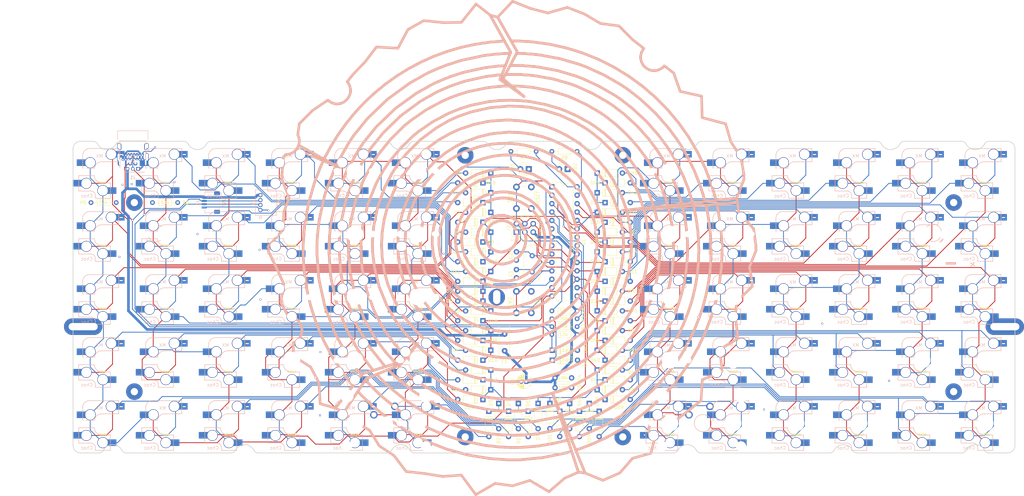
<source format=kicad_pcb>
(kicad_pcb (version 20221018) (generator pcbnew)
  (title_block (date "2022-03-19") (rev "1.7"))
  (layers (0 "F.Cu" signal) (31 "B.Cu" signal) (34 "B.Paste" user) (35 "F.Paste" user) (36 "B.SilkS" user "B.Silkscreen") (37 "F.SilkS" user "F.Silkscreen") (38 "B.Mask" user) (39 "F.Mask" user) (44 "Edge.Cuts" user))
  (net 0 "")
  (net 1 "+5V")
  (net 2 "GND")
  (net 3 "/ROW0")
  (net 4 "/ROW1")
  (net 5 "/ROW2")
  (net 6 "/ROW3")
  (net 7 "/ROW4")
  (net 8 "/ROW5")
  (net 9 "/RESET")
  (net 10 "Net-(D30-A)")
  (net 11 "/USB_D+")
  (net 12 "/USB_D-")
  (net 13 "/COL3")
  (net 14 "/COL0")
  (net 15 "/COL1")
  (net 16 "/COL2")
  (net 17 "/COL4")
  (net 18 "/COL5")
  (net 19 "/COL6")
  (net 20 "/COL7")
  (net 21 "/COL8")
  (net 22 "Net-(D60-A)")
  (net 23 "Net-(U1-XTAL2{slash}PB7)")
  (net 24 "Net-(U1-XTAL1{slash}PB6)")
  (net 25 "Net-(D1-Pad2)")
  (net 26 "Net-(D17-Pad2)")
  (net 27 "Net-(D34-Pad2)")
  (net 28 "Net-(D35-Pad2)")
  (net 29 "Net-(D36-Pad2)")
  (net 30 "Net-(D47-Pad2)")
  (net 31 "Net-(D53-Pad2)")
  (net 32 "Net-(D54-Pad2)")
  (net 33 "Net-(D41-Pad2)")
  (net 34 "Net-(D1-A)")
  (net 35 "/LED1")
  (net 36 "/LED2")
  (net 37 "/COL9")
  (net 38 "Net-(2u_MX60-Pad1)")
  (net 39 "Net-(J1-PadCC2)")
  (net 40 "Net-(J1-PadCC1)")
  (net 41 "Net-(D2-A)")
  (net 42 "Net-(D3-A)")
  (net 43 "Net-(D4-A)")
  (net 44 "Net-(D5-A)")
  (net 45 "Net-(D6-A)")
  (net 46 "Net-(D7-A)")
  (net 47 "Net-(D8-A)")
  (net 48 "Net-(D9-A)")
  (net 49 "Net-(D10-A)")
  (net 50 "Net-(D11-A)")
  (net 51 "Net-(D12-A)")
  (net 52 "Net-(D13-A)")
  (net 53 "Net-(D14-A)")
  (net 54 "Net-(D15-A)")
  (net 55 "Net-(D16-A)")
  (net 56 "Net-(D17-A)")
  (net 57 "Net-(D18-A)")
  (net 58 "Net-(D19-A)")
  (net 59 "Net-(D20-A)")
  (net 60 "Net-(D21-A)")
  (net 61 "Net-(D22-A)")
  (net 62 "Net-(D23-A)")
  (net 63 "Net-(D24-A)")
  (net 64 "Net-(D25-A)")
  (net 65 "Net-(D26-A)")
  (net 66 "Net-(D27-A)")
  (net 67 "Net-(D28-A)")
  (net 68 "Net-(D29-A)")
  (net 69 "Net-(D31-A)")
  (net 70 "Net-(D32-A)")
  (net 71 "Net-(D33-A)")
  (net 72 "Net-(D34-A)")
  (net 73 "Net-(D35-A)")
  (net 74 "Net-(D36-A)")
  (net 75 "Net-(D37-A)")
  (net 76 "Net-(D38-A)")
  (net 77 "Net-(D39-A)")
  (net 78 "Net-(D40-A)")
  (net 79 "Net-(D41-A)")
  (net 80 "Net-(D42-A)")
  (net 81 "Net-(D43-A)")
  (net 82 "Net-(D44-A)")
  (net 83 "Net-(D45-A)")
  (net 84 "Net-(D46-A)")
  (net 85 "Net-(D47-A)")
  (net 86 "Net-(D48-A)")
  (net 87 "Net-(D49-A)")
  (net 88 "Net-(D50-A)")
  (net 89 "Net-(D51-A)")
  (net 90 "Net-(D52-A)")
  (net 91 "Net-(D53-A)")
  (net 92 "Net-(D54-A)")
  (net 93 "Net-(D55-A)")
  (net 94 "Net-(D56-A)")
  (net 95 "Net-(D57-A)")
  (net 96 "Net-(D58-A)")
  (net 97 "Net-(D59-A)")
  (net 98 "Net-(D61-K)")
  (net 99 "Net-(D62-K)")
  (net 100 "Net-(J1-VBUS)")
  (net 101 "Net-(LED1-A)")
  (net 102 "Net-(LED2-A)")
  (footprint "Capacitor_THT:C_Disc_D3.0mm_W1.6mm_P2.50mm" (layer "F.Cu") (at 144.065746 94.059454 -90)
    (fp_text reference "C1")
    (fp_text value "22p")
  )
  (footprint "Capacitor_THT:C_Disc_D3.0mm_W1.6mm_P2.50mm" (layer "F.Cu") (at 144.065746 88.701637 -90)
    (fp_text reference "C2")
    (fp_text value "22p")
  )
  (footprint "LED_THT:LED_D3.0mm" (layer "F.Cu") (at 159.543884 63.698491 180)
    (fp_text reference "LED2")
    (fp_text value "GREEN")
  )
  (footprint "Package_DIP:DIP-28_W7.62mm" (layer "F.Cu") (at 154.78138 69.056308)
    (fp_text reference "U1")
    (fp_text value "ATMEGA328-PU")
  )
  (footprint "Fuse:Fuse_Bourns_MF-RHT100" (layer "F.Cu") (at 140.493868 116.086035 -90)
    (fp_text reference "F1")
    (fp_text value "100mA")
  )
  (footprint "Diode_THT:D_DO-35_SOD27_P7.62mm_Horizontal" (layer "F.Cu") (at 136.326677 82.748507 180)
    (fp_text reference "D2")
    (fp_text value "1N4148")
  )
  (footprint "Diode_THT:D_DO-35_SOD27_P7.62mm_Horizontal" (layer "F.Cu") (at 136.326677 118.467287 180)
    (fp_text reference "D4")
    (fp_text value "1N4148")
  )
  (footprint "Diode_THT:D_DO-35_SOD27_P7.62mm_Horizontal" (layer "F.Cu") (at 150.614189 134.540738 -90)
    (fp_text reference "D5")
    (fp_text value "1N4148")
  )
  (footprint "Diode_THT:D_DO-35_SOD27_P7.62mm_Horizontal" (layer "F.Cu") (at 147.637624 136.92199 -90)
    (fp_text reference "D6")
    (fp_text value "1N4148")
  )
  (footprint "Diode_THT:D_DO-35_SOD27_P7.62mm_Horizontal" (layer "F.Cu") (at 144.661059 134.540738 -90)
    (fp_text reference "D12")
    (fp_text value "1N4148")
  )
  (footprint "Diode_THT:D_DO-35_SOD27_P7.62mm_Horizontal" (layer "F.Cu") (at 138.707929 134.540738 -90)
    (fp_text reference "D24")
    (fp_text value "1N4148")
  )
  (footprint "Capacitor_THT:CP_Radial_D4.0mm_P1.50mm" (layer "F.Cu") (at 147.042311 127.992295 180)
    (fp_text reference "C3")
    (fp_text value "4.7u")
  )
  (footprint "Diode_THT:D_DO-35_SOD27_P7.62mm_Horizontal" (layer "F.Cu") (at 136.326677 76.795377 180)
    (fp_text reference "D1")
    (fp_text value "1N4148")
  )
  (footprint "Button_Switch_THT:SW_PUSH_6mm" (layer "F.Cu") (at 144.065746 107.15634 90)
    (fp_text reference "SW2")
    (fp_text value "BOOT")
  )
  (footprint "lumberjack:MountingHole_M2" (layer "F.Cu") (at 128.587608 59.5313)
    (fp_text reference "H1" hide)
    (fp_text value "M2")
  )
  (footprint "lumberjack:MountingHole_M2" (layer "F.Cu") (at 176.212648 59.5313)
    (fp_text reference "H2" hide)
    (fp_text value "M2")
  )
  (footprint "lumberjack:MountingHole_M2" (layer "F.Cu") (at 128.587608 144.661059)
    (fp_text reference "H3" hide)
    (fp_text value "M2")
  )
  (footprint "lumberjack:MountingHole_M2" (layer "F.Cu") (at 176.212648 144.661059)
    (fp_text reference "H4" hide)
    (fp_text value "M2")
  )
  (footprint "lumberjack:MountingSlot_M2" (layer "F.Cu") (at 13.096886 111.323531)
    (fp_text reference "H5" hide)
    (fp_text value "M2")
  )
  (footprint "lumberjack:MountingSlot_M2" (layer "F.Cu") (at 291.70337 111.323531)
    (fp_text reference "H6" hide)
    (fp_text value "M2")
  )
  (footprint "Diode_THT:D_DO-35_SOD27_P7.62mm_Horizontal" (layer "F.Cu") (at 166.092327 134.540738 -90)
    (fp_text reference "D54")
    (fp_text value "1N4148")
  )
  (footprint "LED_THT:LED_D3.0mm" (layer "F.Cu") (at 147.796372 63.698491 180)
    (fp_text reference "LED1")
    (fp_text value "RED")
  )
  (footprint "Diode_THT:D_DO-35_SOD27_P7.62mm_Horizontal" (layer "F.Cu") (at 136.326677 130.373547 180)
    (fp_text reference "D23")
    (fp_text value "1N4148")
  )
  (footprint "Diode_THT:D_DO-35_SOD27_P7.62mm_Horizontal" (layer "F.Cu") (at 136.326677 124.420417 180)
    (fp_text reference "D11")
    (fp_text value "1N4148")
  )
  (footprint "Diode_THT:D_DO-35_SOD27_P7.62mm_Horizontal" (layer "F.Cu") (at 133.945425 115.490722 180)
    (fp_text reference "D28")
    (fp_text value "1N4148")
  )
  (footprint "Diode_THT:D_DO-35_SOD27_P7.62mm_Horizontal" (layer "F.Cu") (at 136.326677 112.514157 180)
    (fp_text reference "D22")
    (fp_text value "1N4148")
  )
  (footprint "Diode_THT:D_DO-35_SOD27_P7.62mm_Horizontal" (layer "F.Cu") (at 133.945425 109.537592 180)
    (fp_text reference "D16")
    (fp_text value "1N4148")
  )
  (footprint "Diode_THT:D_DO-35_SOD27_P7.62mm_Horizontal" (layer "F.Cu") (at 133.945425 121.443852 180)
    (fp_text reference "D10")
    (fp_text value "1N4148")
  )
  (footprint "Diode_THT:D_DO-35_SOD27_P7.62mm_Horizontal" (layer "F.Cu") (at 133.945425 97.631332 180)
    (fp_text reference "D27")
    (fp_text value "1N4148")
  )
  (footprint "Diode_THT:D_DO-35_SOD27_P7.62mm_Horizontal" (layer "F.Cu") (at 136.326677 94.654767 180)
    (fp_text reference "D21")
    (fp_text value "1N4148")
  )
  (footprint "Diode_THT:D_DO-35_SOD27_P7.62mm_Horizontal" (layer "F.Cu") (at 133.945425 103.584462 180)
    (fp_text reference "D9")
    (fp_text value "1N4148")
  )
  (footprint "Diode_THT:D_DO-35_SOD27_P7.62mm_Horizontal" (layer "F.Cu") (at 133.945425 91.678202 180)
    (fp_text reference "D20")
    (fp_text value "1N4148")
  )
  (footprint "Diode_THT:D_DO-35_SOD27_P7.62mm_Horizontal" (layer "F.Cu") (at 136.326677 88.701637 180)
    (fp_text reference "D14")
    (fp_text value "1N4148")
  )
  (footprint "Diode_THT:D_DO-35_SOD27_P7.62mm_Horizontal" (layer "F.Cu") (at 133.945425 85.725072 180)
    (fp_text reference "D8")
    (fp_text value "1N4148")
  )
  (footprint "Diode_THT:D_DO-35_SOD27_P7.62mm_Horizontal" (layer "F.Cu") (at 168.473579 76.795377)
    (fp_text reference "D31")
    (fp_text value "1N4148")
  )
  (footprint "Diode_THT:D_DO-35_SOD27_P7.62mm_Horizontal" (layer "F.Cu") (at 133.945425 73.818812 180)
    (fp_text reference "D7")
    (fp_text value "1N4148")
  )
  (footprint "Diode_THT:D_DO-35_SOD27_P7.62mm_Horizontal" (layer "F.Cu") (at 170.854831 73.818812)
    (fp_text reference "D37")
    (fp_text value "1N4148")
  )
  (footprint "Diode_THT:D_DO-35_SOD27_P7.62mm_Horizontal" (layer "F.Cu") (at 133.945425 67.865682 180)
    (fp_text reference "D19")
    (fp_text value "1N4148")
  )
  (footprint "Diode_THT:D_DO-35_SOD27_P7.62mm_Horizontal" (layer "F.Cu") (at 163.115762 136.92199 -90)
    (fp_text reference "D48")
    (fp_text value "1N4148")
  )
  (footprint "Button_Switch_THT:SW_PUSH_6mm" (layer "F.Cu") (at 144.065746 75.604751 90)
    (fp_text reference "SW1")
    (fp_text value "RESET")
  )
  (footprint "Capacitor_THT:C_Disc_D4.3mm_W1.9mm_P5.00mm" (layer "F.Cu") (at 155.73451 126.801669)
    (fp_text reference "C4")
    (fp_text value "100n")
  )
  (footprint "Diode_THT:D_DO-35_SOD27_P7.62mm_Horizontal" (layer "F.Cu") (at 135.731364 136.92199 -90)
    (fp_text reference "D30")
    (fp_text value "1N4148")
  )
  (footprint "Diode_THT:D_DO-35_SOD27_P7.62mm_Horizontal" (layer "F.Cu") (at 170.854831 115.490722)
    (fp_text reference "D58")
    (fp_text value "1N4148")
  )
  (footprint "Diode_THT:D_DO-35_SOD27_P7.62mm_Horizontal" (layer "F.Cu") (at 169.068892 136.92199 -90)
    (fp_text reference "D60")
    (fp_text value "1N4148")
  )
  (footprint "Diode_THT:D_DO-35_SOD27_P7.62mm_Horizontal" (layer "F.Cu") (at 170.854831 79.771942)
    (fp_text reference "D56")
    (fp_text value "1N4148")
  )
  (footprint "Diode_THT:D_DO-35_SOD27_P7.62mm_Horizontal" (layer "F.Cu") (at 168.473579 64.889117)
    (fp_text reference "D55")
    (fp_text value "1N4148")
  )
  (footprint "Diode_THT:D_DO-35_SOD27_P7.62mm_Horizontal" (layer "F.Cu") (at 170.854831 67.865682)
    (fp_text reference "D49")
    (fp_text value "1N4148")
  )
  (footprint "Diode_THT:D_DO-35_SOD27_P7.62mm_Horizontal" (layer "F.Cu") (at 168.473579 82.748507)
    (fp_text reference "D32")
    (fp_text value "1N4148")
  )
  (footprint "Diode_THT:D_DO-35_SOD27_P7.62mm_Horizontal" (layer "F.Cu") (at 170.854831 97.631332)
    (fp_text reference "D57")
    (fp_text value "1N4148")
  )
  (footprint "Diode_THT:D_DO-35_SOD27_P7.62mm_Horizontal" (layer "F.Cu") (at 170.854831 91.678202)
    (fp_text reference "D50")
    (fp_text value "1N4148")
  )
  (footprint "Diode_THT:D_DO-35_SOD27_P7.62mm_Horizontal" (layer "F.Cu") (at 168.473579 94.654767)
    (fp_text reference "D51")
    (fp_text value "1N4148")
  )
  (footprint "Diode_THT:D_DO-35_SOD27_P7.62mm_Horizontal" (layer "F.Cu") (at 168.473579 106.561027)
    (fp_text reference "D45")
    (fp_text value "1N4148")
  )
  (footprint "Diode_THT:D_DO-35_SOD27_P7.62mm_Horizontal" (layer "F.Cu") (at 170.854831 103.584462)
    (fp_text reference "D39")
    (fp_text value "1N4148")
  )
  (footprint "Diode_THT:D_DO-35_SOD27_P7.62mm_Horizontal" (layer "F.Cu") (at 168.473579 100.607897)
    (fp_text reference "D33")
    (fp_text value "1N4148")
  )
  (footprint "Diode_THT:D_DO-35_SOD27_P7.62mm_Horizontal" (layer "F.Cu") (at 170.854831 85.725072)
    (fp_text reference "D38")
    (fp_text value "1N4148")
  )
  (footprint "Diode_THT:D_DO-35_SOD27_P7.62mm_Horizontal" (layer "F.Cu") (at 168.473579 112.514157)
    (fp_text reference "D52")
    (fp_text value "1N4148")
  )
  (footprint "Diode_THT:D_DO-35_SOD27_P7.62mm_Horizontal" (layer "F.Cu") (at 170.854831 109.537592)
    (fp_text reference "D46")
    (fp_text value "1N4148")
  )
  (footprint "Diode_THT:D_DO-35_SOD27_P7.62mm_Horizontal" (layer "F.Cu") (at 168.473579 118.467287)
    (fp_text reference "D34")
    (fp_text value "1N4148")
  )
  (footprint "Diode_THT:D_DO-35_SOD27_P7.62mm_Horizontal" (layer "F.Cu") (at 168.473579 88.701637)
    (fp_text reference "D44")
    (fp_text value "1N4148")
  )
  (footprint "Diode_THT:D_DO-35_SOD27_P7.62mm_Horizontal" (layer "F.Cu") (at 168.473579 70.842247)
    (fp_text reference "D43")
    (fp_text value "1N4148")
  )
  (footprint "Diode_THT:D_DO-35_SOD27_P7.62mm_Horizontal" (layer "F.Cu") (at 170.854831 133.350112)
    (fp_text reference "D59")
    (fp_text value "1N4148")
  )
  (footprint "Diode_THT:D_DO-35_SOD27_P7.62mm_Horizontal" (layer "F.Cu") (at 168.473579 124.420417)
    (fp_text reference "D41")
    (fp_text value "1N4148")
  )
  (footprint "Diode_THT:D_DO-35_SOD27_P7.62mm_Horizontal" (layer "F.Cu") (at 154.186067 134.540738 -90)
    (fp_text reference "D35")
    (fp_text value "1N4148")
  )
  (footprint "Diode_THT:D_DO-35_SOD27_P7.62mm_Horizontal" (layer "F.Cu") (at 170.854831 121.443852)
    (fp_text reference "D40")
    (fp_text value "1N4148")
  )
  (footprint "Diode_THT:D_DO-35_SOD27_P7.62mm_Horizontal" (layer "F.Cu") (at 170.854831 127.396982)
    (fp_text reference "D47")
    (fp_text value "1N4148")
  )
  (footprint "Diode_THT:D_DO-35_SOD27_P7.62mm_Horizontal" (layer "F.Cu") (at 168.473579 130.373547)
    (fp_text reference "D53")
    (fp_text value "1N4148")
  )
  (footprint "Diode_THT:D_DO-35_SOD27_P7.62mm_Horizontal" (layer "F.Cu") (at 157.162632 136.92199 -90)
    (fp_text reference "D36")
    (fp_text value "1N4148")
  )
  (footprint "lumberjack:MX_PCB_200B" (layer "F.Cu") (at 200.025168 140.493868)
    (fp_text reference "2u_MX60" hide)
    (fp_text value "SW_Push" hide)
  )
  (footprint "lumberjack:MX_PCB_200B" (layer "F.Cu") (at 104.775088 140.493868)
    (fp_text reference "2u_MX30" hide)
    (fp_text value "SW_Push" hide)
  )
  (footprint "Capacitor_THT:C_Disc_D4.3mm_W1.9mm_P5.00mm" (layer "F.Cu") (at 155.73451 129.778234)
    (fp_text reference "C5")
    (fp_text value "100n")
  )
  (footprint "Connector_PinHeader_2.54mm:PinHeader_2x03_P2.54mm_Vertical" (layer "F.Cu") (at 144.065746 82.748507 90)
    (fp_text reference "J2")
    (fp_text value "AVR_ISP_6")
  )
  (footprint "lumberjack:MountingSlot_M2" (layer "F.Cu") (at 138.112616 102.393836 90)
    (fp_text reference "H7" hide)
    (fp_text value "M2")
  )
  (footprint "Diode_THT:D_DO-35_SOD27_P7.62mm_Horizontal" (layer "F.Cu") (at 160.139197 134.540738 -90)
    (fp_text reference "D42")
    (fp_text value "1N4148")
  )
  (footprint "Diode_THT:D_DO-35_SOD27_P7.62mm_Horizontal" (layer "F.Cu") (at 133.945425 133.350112 180)
    (fp_text reference "D29")
    (fp_text value "1N4148")
  )
  (footprint "Diode_THT:D_DO-35_SOD27_P7.62mm_Horizontal" (layer "F.Cu") (at 136.326677 106.561027 180)
    (fp_text reference "D15")
    (fp_text value "1N4148")
  )
  (footprint "Diode_THT:D_DO-35_SOD27_P7.62mm_Horizontal" (layer "F.Cu") (at 133.945425 100.607897 180)
    (fp_text reference "D3")
    (fp_text value "1N4148")
  )
  (footprint "Diode_THT:D_DO-35_SOD27_P7.62mm_Horizontal" (layer "F.Cu") (at 133.945425 79.771942 180)
    (fp_text reference "D26")
    (fp_text value "1N4148")
  )
  (footprint "Resistor_THT:R_Axial_DIN0204_L3.6mm_D1.6mm_P7.62mm_Horizontal" (layer "F.Cu") (at 162.40138 106.561027 180)
    (fp_text reference "R4")
    (fp_text value "10k")
  )
  (footprint "Crystal:Crystal_HC49-4H_Vertical" (layer "F.Cu") (at 148.82825 89.892263 -90)
    (fp_text reference "Y1")
    (fp_text value "16MHz")
  )
  (footprint "Diode_THT:D_DO-35_SOD27_P7.62mm_Horizontal" (layer "F.Cu") (at 133.945425 127.396982 180)
    (fp_text reference "D17")
    (fp_text value "1N4148")
  )
  (footprint "Resistor_THT:R_Axial_DIN0204_L3.6mm_D1.6mm_P7.62mm_Horizontal" (layer "F.Cu") (at 154.78138 113.704783)
    (fp_text reference "R1")
    (fp_text value "1.5k")
  )
  (footprint "Resistor_THT:R_Axial_DIN0204_L3.6mm_D1.6mm_P7.62mm_Horizontal" (layer "F.Cu") (at 150.018876 58.340674 180)
    (fp_text reference "R7")
    (fp_text value "1.5k")
  )
  (footprint "Resistor_THT:R_Axial_DIN0204_L3.6mm_D1.6mm_P7.62mm_Horizontal" (layer "F.Cu") (at 162.40138 58.340674 180)
    (fp_text reference "R8")
    (fp_text value "1.5k")
  )
  (footprint "Resistor_THT:R_Axial_DIN0204_L3.6mm_D1.6mm_P7.62mm_Horizontal" (layer "F.Cu") (at 154.78138 111.323531)
    (fp_text reference "R2")
    (fp_text value "75R")
  )
  (footprint "Diode_THT:D_DO-35_SOD27_P7.62mm_Horizontal" (layer "F.Cu") (at 154.900449 121.443852)
    (fp_text reference "D61")
    (fp_text value "3.6V")
  )
  (footprint "Diode_THT:D_DO-35_SOD27_P7.62mm_Horizontal" (layer "F.Cu") (at 154.900449 118.467287)
    (fp_text reference "D62")
    (fp_text value "3.6V")
  )
  (footprint "Resistor_THT:R_Axial_DIN0204_L3.6mm_D1.6mm_P7.62mm_Horizontal" (layer "F.Cu") (at 15.478138 73.818812)
    (fp_text reference "R5")
    (fp_text value "5.1k")
  )
  (footprint "Resistor_THT:R_Axial_DIN0204_L3.6mm_D1.6mm_P7.62mm_Horizontal" (layer "F.Cu") (at 41.67191 73.818812 180)
    (fp_text reference "R6")
    (fp_text value "5.1k")
  )
  (footprint "lumberjack:wood" (layer "F.Cu") (at 139.779375 84.058125)
    (fp_text reference "REF**" hide)
    (fp_text value "Wood")
  )
  (footprint "Resistor_THT:R_Axial_DIN0204_L3.6mm_D1.6mm_P7.62mm_Horizontal" (layer "F.Cu") (at 154.78138 108.942279)
    (fp_text reference "R3")
    (fp_text value "75R")
  )
  (footprint "Diode_THT:D_DO-35_SOD27_P7.62mm_Horizontal" (layer "F.Cu") (at 136.326677 64.889117 180)
    (fp_text reference "D25")
    (fp_text value "1N4148")
  )
  (footprint "Diode_THT:D_DO-35_SOD27_P7.62mm_Horizontal" (layer "F.Cu") (at 136.326677 70.842247 180)
    (fp_text reference "D13")
    (fp_text value "1N4148")
  )
  (footprint "Diode_THT:D_DO-35_SOD27_P7.62mm_Horizontal" (layer "F.Cu") (at 141.684494 136.92199 -90)
    (fp_text reference "D18")
    (fp_text value "1N4148")
  )
  (footprint "Library:Lumberjack CherryMX_Choc_v1v2_Hotswap Single Side" (layer "F.Cu") (at 19.050016 83.34382)
    (fp_text reference "MX2")
    (fp_text value "SW_Push" hide)
  )
  (footprint "Library:Lumberjack CherryMX_Choc_v1v2_Hotswap Single Side" (layer "F.Cu") (at 19.050016 102.393836)
    (fp_text reference "MX3")
    (fp_text value "SW_Push" hide)
  )
  (footprint "Library:Lumberjack CherryMX_Choc_v1v2_Hotswap Single Side" (layer "F.Cu") (at 19.050016 121.443852)
    (fp_text reference "MX4")
    (fp_text value "SW_Push" hide)
  )
  (footprint "Library:Lumberjack CherryMX_Choc_v1v2_Hotswap Single Side" (layer "F.Cu") (at 19.050016 140.493868)
    (fp_text reference "MX5")
    (fp_text value "SW_Push" hide)
  )
  (footprint "Library:Lumberjack CherryMX_Choc_v1v2_Hotswap Single Side" (layer "F.Cu") (at 38.100032 140.493868)
    (fp_text reference "MX6")
    (fp_text value "SW_Push" hide)
  )
  (footprint "Library:Lumberjack CherryMX_Choc_v1v2_Hotswap Single Side" (layer "F.Cu") (at 38.100032 64.293804)
    (fp_text reference "MX7")
    (fp_text value "SW_Push" hide)
  )
  (footprint "Library:Lumberjack CherryMX_Choc_v1v2_Hotswap Single Side" (layer "F.Cu") (at 38.100032 83.34382)
    (fp_text reference "MX8")
    (fp_text value "SW_Push" hide)
  )
  (footprint "Library:Lumberjack CherryMX_Choc_v1v2_Hotswap Single Side" (layer "F.Cu") (at 38.100032 102.393836)
    (fp_text reference "MX9")
    (fp_text value "SW_Push" hide)
  )
  (footprint "Library:Lumberjack CherryMX_Choc_v1v2_Hotswap Single Side" (layer "F.Cu") (at 38.100032 121.443852)
    (fp_text reference "MX10")
    (fp_text value "SW_Push" hide)
  )
  (footprint "Library:Lumberjack CherryMX_Choc_v1v2_Hotswap Single Side" (layer "F.Cu") (at 57.150048 121.443852)
    (fp_text reference "MX11")
    (fp_text value "SW_Push" hide)
  )
  (footprint "Library:Lumberjack CherryMX_Choc_v1v2_Hotswap Single Side" (layer "F.Cu") (at 57.150048 140.493868)
    (fp_text reference "MX12")
    (fp_text value "SW_Push" hide)
  )
  (footprint "Library:Lumberjack CherryMX_Choc_v1v2_Hotswap Single Side" (layer "F.Cu") (at 57.150048 102.393836)
    (fp_text reference "MX15")
    (fp_text value "SW_Push" hide)
  )
  (footprint "Library:Lumberjack CherryMX_Choc_v1v2_Hotswap Single Side" (layer "F.Cu") (at 76.200064 102.393836)
    (fp_text reference "MX16")
    (fp_text value "SW_Push" hide)
  )
  (footprint "Library:Lumberjack CherryMX_Choc_v1v2_Hotswap Single Side" (layer "F.Cu") (at 76.200064 121.443852)
    (fp_text reference "MX17")
    (fp_text value "SW_Push" hide)
  )
  (footprint "Library:Lumberjack CherryMX_Choc_v1v2_Hotswap Single Side" (layer "F.Cu") (at 76.200064 140.493868)
    (fp_text reference "MX18")
    (fp_text value "SW_Push" hide)
  )
  (footprint "Library:Lumberjack CherryMX_Choc_v1v2_Hotswap Single Side" (layer "F.Cu") (at 76.200064 64.293804)
    (fp_text reference "MX19")
    (fp_text value "SW_Push" hide)
  )
  (footprint "Library:Lumberjack CherryMX_Choc_v1v2_Hotswap Single Side" (layer "F.Cu") (at 76.200064 83.34382)
    (fp_text reference "MX20")
    (fp_text value "SW_Push" hide)
  )
  (footprint "Library:Lumberjack CherryMX_Choc_v1v2_Hotswap Single Side" (layer "F.Cu") (at 95.25008 83.34382)
    (fp_text reference "MX21")
    (fp_text value "SW_Push" hide)
  )
  (footprint "Library:Lumberjack CherryMX_Choc_v1v2_Hotswap Single Side" (layer "F.Cu") (at 95.25008 102.393836)
    (fp_text reference "MX22")
    (fp_text value "SW_Push" hide)
  )
  (footprint "Library:Lumberjack CherryMX_Choc_v1v2_Hotswap Single Side" (layer "F.Cu") (at 95.25008 121.443852)
    (fp_text reference "MX23")
    (fp_text value "SW_Push" hide)
  )
  (footprint "Library:Lumberjack CherryMX_Choc_v1v2_Hotswap Single Side" (layer "F.Cu") (at 95.25008 140.493868)
    (fp_text reference "MX24")
    (fp_text value "SW_Push" hide)
  )
  (footprint "Library:Lumberjack CherryMX_Choc_v1v2_Hotswap Single Side" (layer "F.Cu") (at 95.25008 64.293804)
    (fp_text reference "MX25")
    (fp_text value "SW_Push" hide)
  )
  (footprint "Library:Lumberjack CherryMX_Choc_v1v2_Hotswap Single Side" (layer "F.Cu") (at 114.300096 64.293804)
    (fp_text reference "MX26")
    (fp_text value "SW_Push" hide)
  )
  (footprint "Library:Lumberjack CherryMX_Choc_v1v2_Hotswap Single Side" (layer "F.Cu") (at 114.300096 83.34382)
    (fp_text reference "MX27")
    (fp_text value "SW_Push" hide)
  )
  (footprint "Library:Lumberjack CherryMX_Choc_v1v2_Hotswap Single Side" (layer "F.Cu") (at 114.300096 102.393836)
    (fp_text reference "MX28")
    (fp_text value "SW_Push" hide)
  )
  (footprint "Library:Lumberjack CherryMX_Choc_v1v2_Hotswap Single Side" (layer "F.Cu") (at 114.300096 121.443852)
    (fp_text reference "MX29")
    (fp_text value "SW_Push" hide)
  )
  (footprint "Library:Lumberjack CherryMX_Choc_v1v2_Hotswap Single Side" (layer "F.Cu") (at 114.300096 140.493868)
    (fp_text reference "MX30")
    (fp_text value "SW_Push" hide)
  )
  (footprint "Library:Lumberjack CherryMX_Choc_v1v2_Hotswap Single Side" (layer "F.Cu") (at 285.75024 64.293804)
    (fp_text reference "MX31")
    (fp_text value "SW_Push" hide)
  )
  (footprint "Library:Lumberjack CherryMX_Choc_v1v2_Hotswap Single Side" (layer "F.Cu") (at 285.75024 83.34382)
    (fp_text reference "MX32")
    (fp_text value "SW_Push" hide)
  )
  (footprint "Library:Lumberjack CherryMX_Choc_v1v2_Hotswap Single Side" (layer "F.Cu") (at 285.75024 102.393836)
    (fp_text reference "MX33")
    (fp_text value "SW_Push" hide)
  )
  (footprint "Library:Lumberjack CherryMX_Choc_v1v2_Hotswap Single Side" (layer "F.Cu") (at 285.75024 121.44375)
    (fp_text reference "MX34")
    (fp_text value "SW_Push" hide)
  )
  (footprint "Library:Lumberjack CherryMX_Choc_v1v2_Hotswap Single Side" (layer "F.Cu") (at 285.75024 140.493868)
    (fp_text reference "MX35")
    (fp_text value "SW_Push" hide)
  )
  (footprint "Library:Lumberjack CherryMX_Choc_v1v2_Hotswap Single Side" (layer "F.Cu") (at 266.700224 140.493868)
    (fp_text reference "MX36")
    (fp_text value "SW_Push" hide)
  )
  (footprint "Library:Lumberjack CherryMX_Choc_v1v2_Hotswap Single Side" (layer "F.Cu") (at 266.700224 64.293804)
    (fp_text reference "MX37")
    (fp_text value "SW_Push" hide)
  )
  (footprint "Library:Lumberjack CherryMX_Choc_v1v2_Hotswap Single Side" (layer "F.Cu") (at 266.700224 83.34382)
    (fp_text reference "MX38")
    (fp_text value "SW_Push" hide)
  )
  (footprint "Library:Lumberjack CherryMX_Choc_v1v2_Hotswap Single Side" (layer "F.Cu") (at 266.700224 102.393836)
    (fp_text reference "MX39")
    (fp_text value "SW_Push" hide)
  )
  (footprint "Library:Lumberjack CherryMX_Choc_v1v2_Hotswap Single Side" (layer "F.Cu") (at 266.700224 121.443852)
    (fp_text reference "MX40")
    (fp_text value "SW_Push" hide)
  )
  (footprint "Library:Lumberjack CherryMX_Choc_v1v2_Hotswap Single Side" (layer "F.Cu") (at 247.650208 121.443852)
    (fp_text reference "MX41")
    (fp_text value "SW_Push" hide)
  )
  (footprint "Library:Lumberjack CherryMX_Choc_v1v2_Hotswap Single Side" (layer "F.Cu") (at 247.650208 140.493868)
    (fp_text reference "MX42")
    (fp_text value "SW_Push" hide)
  )
  (footprint "Library:Lumberjack CherryMX_Choc_v1v2_Hotswap Single Side" (layer "F.Cu") (at 247.650208 64.293804)
    (fp_text reference "MX43")
    (fp_text value "SW_Push" hide)
  )
  (footprint "Library:Lumberjack CherryMX_Choc_v1v2_Hotswap Single Side" (layer "F.Cu") (at 247.650208 83.34382)
    (fp_text reference "MX44")
    (fp_text value "SW_Push" hide)
  )
  (footprint "Library:Lumberjack CherryMX_Choc_v1v2_Hotswap Single Side" (layer "F.Cu") (at 247.650208 102.393836)
    (fp_text reference "MX45")
    (fp_text value "SW_Push" hide)
  )
  (footprint "Library:Lumberjack CherryMX_Choc_v1v2_Hotswap Single Side" (layer "F.Cu") (at 228.600192 102.393836)
    (fp_text reference "MX46")
    (fp_text value "SW_Push" hide)
  )
  (footprint "Library:Lumberjack CherryMX_Choc_v1v2_Hotswap Single Side" (layer "F.Cu") (at 228.600192 121.443852)
    (fp_text reference "MX47")
    (fp_text value "SW_Push" hide)
  )
  (footprint "Library:Lumberjack CherryMX_Choc_v1v2_Hotswap Single Side" (layer "F.Cu") (at 228.600192 140.493868)
    (fp_text reference "MX48")
    (fp_text value "SW_Push" hide)
  )
  (footprint "Library:Lumberjack CherryMX_Choc_v1v2_Hotswap Single Side" (layer "F.Cu") (at 228.600192 64.293804)
    (fp_text reference "MX49")
    (fp_text value "SW_Push" hide)
  )
  (footprint "Library:Lumberjack CherryMX_Choc_v1v2_Hotswap Single Side" (layer "F.Cu") (at 228.600192 83.34382)
    (fp_text reference "MX50")
    (fp_text value "SW_Push" hide)
  )
  (footprint "Library:Lumberjack CherryMX_Choc_v1v2_Hotswap Single Side" (layer "F.Cu") (at 209.550176 83.34382)
    (fp_text reference "MX51")
    (fp_text value "SW_Push" hide)
  )
  (footprint "Library:Lumberjack CherryMX_Choc_v1v2_Hotswap Single Side" (layer "F.Cu") (at 209.550176 102.393836)
    (fp_text reference "MX52")
    (fp_text value "SW_Push" hide)
  )
  (footprint "Library:Lumberjack CherryMX_Choc_v1v2_Hotswap Single Side" (layer "F.Cu") (at 209.550176 121.443852)
    (fp_text reference "MX53")
    (fp_text value "SW_Push" hide)
  )
  (footprint "Library:Lumberjack CherryMX_Choc_v1v2_Hotswap Single Side" (layer "F.Cu") (at 209.550176 140.493868)
    (fp_text reference "MX54")
    (fp_text value "SW_Push" hide)
  )
  (footprint "Library:Lumberjack CherryMX_Choc_v1v2_Hotswap Single Side" (layer "F.Cu") (at 209.550176 64.293804)
    (fp_text reference "MX55")
    (fp_text value "SW_Push" hide)
  )
  (footprint "Library:Lumberjack CherryMX_Choc_v1v2_Hotswap Single Side" (layer "F.Cu") (at 190.50016 64.293804)
    (fp_text reference "MX56")
    (fp_text value "SW_Push" hide)
  )
  (footprint "Library:Lumberjack CherryMX_Choc_v1v2_Hotswap Single Side" (layer "F.Cu") (at 190.50016 83.34382)
    (fp_text reference "MX57")
    (fp_text value "SW_Push" hide)
  )
  (footprint "Library:Lumberjack CherryMX_Choc_v1v2_Hotswap Single Side" (layer "F.Cu") (at 190.50016 102.393836)
    (fp_text reference "MX58")
    (fp_text value "SW_Push" hide)
  )
  (footprint "Library:Lumberjack CherryMX_Choc_v1v2_Hotswap Single Side" (layer "F.Cu") (at 190.50016 121.443852)
    (fp_text reference "MX59")
    (fp_text value "SW_Push" hide)
  )
  (footprint "Library:Lumberjack CherryMX_Choc_v1v2_Hotswap Single Side" (layer "F.Cu") (at 190.50016 140.493868)
    (fp_text reference "MX60")
    (fp_text value "SW_Push" hide)
  )
  (footprint "Library:Lumberjack CherryMX_Choc_v1v2_Hotswap Single Side" (layer "F.Cu") (at 57.150048 64.293804)
    (fp_text reference "MX13")
    (fp_text value "SW_Push" hide)
  )
  (footprint "Library:Lumberjack CherryMX_Choc_v1v2_Hotswap Single Side" (layer "F.Cu") (at 57.150048 83.34382)
    (fp_text reference "MX14")
    (fp_text value "SW_Push" hide)
  )
  (footprint "lumberjack:MountingHole_M2" (layer "F.Cu") (at 28.575024 130.96886)
    (fp_text reference "H9" hide)
    (fp_text value "M2")
  )
  (footprint "lumberjack:MountingHole_M2" (layer "F.Cu") (at 276.225232 73.818812)
    (fp_text reference "H10" hide)
    (fp_text value "M2")
  )
  (footprint "lumberjack:MountingHole_M2" (layer "F.Cu") (at 276.225232 130.96886)
    (fp_text reference "H11" hide)
    (fp_text value "M2")
  )
  (footprint "lumberjack:MountingHole_M2" (layer "F.Cu") (at 28.575024 73.818812)
    (fp_text reference "H8" hide)
    (fp_text value "M2")
  )
  (footprint "Library:Lumberjack CherryMX_Choc_v1v2_Hotswap Single Side" (layer "F.Cu") (at 19.049968 64.29375)
    (fp_text reference "MX1")
    (fp_text value "SW_Push" hide)
  )
  (footprint "lumberjack:USB_Hybrid" (layer "B.Cu") (at 25.128 60.86)
    (fp_text reference "J1")
    (fp_text value "USB")
  )
  (footprint "Connector_JST:JST_SH_SM04B-SRSS-TB_1x04-1MP_P1.00mm_Horizontal" (layer "B.Cu") (at 51.69 73.81 -90)
    (fp_text reference "J3")
    (fp_text value "JST")
  )
  (footprint "lumberjack:S4B-ZRLFSN" (layer "B.Cu") (at 66.675 76.075 -90)
    (fp_text reference "J4")
    (fp_text value "JST")
  )
  (footprint "lumberjack:OSHW" (layer "B.Cu") (at 257.175 92.86875 180)
    (fp_text reference "REF**" hide)
    (fp_text value "OSHW" hide)
  )
  (footprint "lumberjack:Lumberjack" (layer "B.Cu") (at 238.125 92.86875 180)
    (fp_text reference "REF**" hide)
    (fp_text value "Lumberjack")
  )
  (footprint "lumberjack:Flags" (layer "B.Cu") (at 275.45 92.6 180)
    (fp_text reference "REF**" hide)
    (fp_text value "flags")
  )
  (gr_circle (center 35.112119 83.003402) (end 37.493371 81.957223) (stroke (width 0.15)) (fill none) (layer "B.SilkS"))
  (gr_circle (center 270.006556 82.975932) (end 268.960377 80.59468) (stroke (width 0.15)) (fill none) (layer "B.SilkS"))
  (gr_circle (center 200.400801 140.493868) (end 199.354622 138.112616) (stroke (width 0.15)) (fill none) (layer "B.SilkS"))
  (gr_line (start 191.55379 149.5) (end 113.246211 149.5) (stroke (width 0.2)) (layer "Edge.Cuts"))
  (gr_line (start 294.75 147.24375) (end 294.75 57.54375) (stroke (width 0.2)) (layer "Edge.Cuts"))
  (gr_line (start 278.650337 55.29375) (end 261.298106 55.29375) (stroke (width 0.2)) (layer "Edge.Cuts"))
  (gr_line (start 278.650337 149.49375) (end 247.010606 149.49375) (stroke (width 0.2)) (layer "Edge.Cuts"))
  (gr_arc (start 162.564394 55.29375) (mid 163.342108 55.511111) (end 163.894429 56.100201) (stroke (width 0.2)) (layer "Edge.Cuts"))
  (gr_line (start 162.564394 55.29375) (end 142.235606 55.29375) (stroke (width 0.2)) (layer "Edge.Cuts"))
  (gr_arc (start 133.989394 55.29375) (mid 134.767108 55.511111) (end 135.319429 56.100201) (stroke (width 0.2)) (layer "Edge.Cuts"))
  (gr_line (start 57.789395 149.49375) (end 26.149663 149.49375) (stroke (width 0.2)) (layer "Edge.Cuts"))
  (gr_arc (start 140.905571 56.100202) (mid 138.1125 57.79375) (end 135.319429 56.100201) (stroke (width 0.2)) (layer "Edge.Cuts"))
  (gr_arc (start 10.05 57.54375) (mid 10.70901 55.95276) (end 12.3 55.29375) (stroke (width 0.2)) (layer "Edge.Cuts"))
  (gr_line (start 104.8 55.3) (end 51.748105 55.29375) (stroke (width 0.2)) (layer "Edge.Cuts"))
  (gr_arc (start 140.905572 56.100202) (mid 141.457892 55.511112) (end 142.235606 55.29375) (stroke (width 0.2)) (layer "Edge.Cuts"))
  (gr_line (start 253.051895 55.29375) (end 200 55.3) (stroke (width 0.2)) (layer "Edge.Cuts"))
  (gr_arc (start 169.480571 56.100202) (mid 166.6875 57.79375) (end 163.894429 56.100201) (stroke (width 0.2)) (layer "Edge.Cuts"))
  (gr_arc (start 259.968071 56.100202) (mid 257.175 57.79375) (end 254.381929 56.100201) (stroke (width 0.2)) (layer "Edge.Cuts"))
  (gr_arc (start 253.051894 55.29375) (mid 253.829608 55.511111) (end 254.381929 56.100201) (stroke (width 0.2)) (layer "Edge.Cuts"))
  (gr_arc (start 169.480572 56.100202) (mid 170.032892 55.511112) (end 170.810606 55.29375) (stroke (width 0.2)) (layer "Edge.Cuts"))
  (gr_line (start 10.05 147.24375) (end 10.05 57.54375) (stroke (width 0.2)) (layer "Edge.Cuts"))
  (gr_arc (start 292.5 55.29375) (mid 294.09099 55.95276) (end 294.75 57.54375) (stroke (width 0.2)) (layer "Edge.Cuts"))
  (gr_arc (start 66.035606 149.49375) (mid 65.257892 149.276388) (end 64.705572 148.687298) (stroke (width 0.2)) (layer "Edge.Cuts"))
  (gr_arc (start 240.094429 148.687298) (mid 239.542109 149.276388) (end 238.764395 149.49375) (stroke (width 0.2)) (layer "Edge.Cuts"))
  (gr_arc (start 247.010606 149.49375) (mid 246.232892 149.276388) (end 245.680572 148.687298) (stroke (width 0.2)) (layer "Edge.Cuts"))
  (gr_arc (start 240.094428 148.687298) (mid 242.8875 146.993749) (end 245.680572 148.687298) (stroke (width 0.2)) (layer "Edge.Cuts"))
  (gr_arc (start 294.75 147.24375) (mid 294.09099 148.83474) (end 292.5 149.49375) (stroke (width 0.2)) (layer "Edge.Cuts"))
  (gr_arc (start 259.968072 56.100202) (mid 260.520392 55.511112) (end 261.298106 55.29375) (stroke (width 0.2)) (layer "Edge.Cuts"))
  (gr_arc (start 59.119429 148.687298) (mid 58.567109 149.276388) (end 57.789395 149.49375) (stroke (width 0.2)) (layer "Edge.Cuts"))
  (gr_arc (start 59.119428 148.687298) (mid 61.9125 146.993749) (end 64.705572 148.687298) (stroke (width 0.2)) (layer "Edge.Cuts"))
  (gr_arc (start 12.3 149.49375) (mid 10.70901 148.83474) (end 10.05 147.24375) (stroke (width 0.2)) (layer "Edge.Cuts"))
  (gr_line (start 43.501894 55.29375) (end 24.363724 55.29375) (stroke (width 0.2)) (layer "Edge.Cuts"))
  (gr_arc (start 50.418071 56.100202) (mid 50.970391 55.511112) (end 51.748105 55.29375) (stroke (width 0.2)) (layer "Edge.Cuts"))
  (gr_arc (start 50.41807 56.100202) (mid 47.624999 57.79375) (end 44.831928 56.100201) (stroke (width 0.2)) (layer "Edge.Cuts"))
  (gr_arc (start 43.501893 55.29375) (mid 44.279607 55.511111) (end 44.831928 56.100201) (stroke (width 0.2)) (layer "Edge.Cuts"))
  (gr_arc (start 26.149663 149.49375) (mid 25.371949 149.276388) (end 24.819629 148.687298) (stroke (width 0.2)) (layer "Edge.Cuts"))
  (gr_line (start 17.903451 149.49375) (end 12.3 149.49375) (stroke (width 0.2)) (layer "Edge.Cuts"))
  (gr_arc (start 19.233486 148.687299) (mid 22.026557 146.993751) (end 24.819628 148.687298) (stroke (width 0.2)) (layer "Edge.Cuts"))
  (gr_arc (start 19.233486 148.687299) (mid 18.681165 149.276389) (end 17.903451 149.49375) (stroke (width 0.2)) (layer "Edge.Cuts"))
  (gr_arc (start 104.8 55.3) (mid 105.577714 55.517361) (end 106.130035 56.106451) (stroke (width 0.2)) (layer "Edge.Cuts"))
  (gr_arc (start 111.716177 56.106452) (mid 108.923106 57.8) (end 106.130035 56.106451) (stroke (width 0.2)) (layer "Edge.Cuts"))
  (gr_arc (start 111.716178 56.106452) (mid 112.268498 55.517362) (end 113.046212 55.3) (stroke (width 0.2)) (layer "Edge.Cuts"))
  (gr_line (start 133.989394 55.29375) (end 113.046212 55.3) (stroke (width 0.2)) (layer "Edge.Cuts"))
  (gr_arc (start 198.669965 56.106451) (mid 199.222286 55.517361) (end 200 55.3) (stroke (width 0.2)) (layer "Edge.Cuts"))
  (gr_arc (start 198.669965 56.106451) (mid 195.876894 57.799999) (end 193.083823 56.106452) (stroke (width 0.2)) (layer "Edge.Cuts"))
  (gr_arc (start 191.753788 55.3) (mid 192.531502 55.517362) (end 193.083822 56.106452) (stroke (width 0.2)) (layer "Edge.Cuts"))
  (gr_line (start 170.810606 55.29375) (end 191.753788 55.3) (stroke (width 0.2)) (layer "Edge.Cuts"))
  (gr_arc (start 106.330034 148.693548) (mid 105.777714 149.282638) (end 105 149.5) (stroke (width 0.2)) (layer "Edge.Cuts"))
  (gr_arc (start 113.246211 149.5) (mid 112.468497 149.282638) (end 111.916177 148.693548) (stroke (width 0.2)) (layer "Edge.Cuts"))
  (gr_arc (start 106.330033 148.693548) (mid 109.123105 146.999999) (end 111.916177 148.693548) (stroke (width 0.2)) (layer "Edge.Cuts"))
  (gr_line (start 105 149.5) (end 66.035606 149.49375) (stroke (width 0.2)) (layer "Edge.Cuts"))
  (gr_line (start 199.800001 149.5) (end 238.764395 149.49375) (stroke (width 0.2)) (layer "Edge.Cuts"))
  (gr_arc (start 199.800001 149.5) (mid 199.022287 149.282638) (end 198.469967 148.693548) (stroke (width 0.2)) (layer "Edge.Cuts"))
  (gr_arc (start 192.883824 148.693548) (mid 192.331504 149.282638) (end 191.55379 149.5) (stroke (width 0.2)) (layer "Edge.Cuts"))
  (gr_arc (start 192.883824 148.693548) (mid 195.676896 146.999999) (end 198.469968 148.693548) (stroke (width 0.2)) (layer "Edge.Cuts"))
  (gr_arc (start 16.117512 55.29375) (mid 16.895226 55.511111) (end 17.447547 56.100201) (stroke (width 0.2)) (layer "Edge.Cuts"))
  (gr_arc (start 23.03369 56.100202) (mid 23.58601 55.511112) (end 24.363724 55.29375) (stroke (width 0.2)) (layer "Edge.Cuts"))
  (gr_arc (start 23.033689 56.100202) (mid 20.240618 57.79375) (end 17.447547 56.100201) (stroke (width 0.2)) (layer "Edge.Cuts"))
  (gr_arc (start 285.566514 56.100201) (mid 282.773443 57.793749) (end 279.980372 56.100202) (stroke (width 0.2)) (layer "Edge.Cuts"))
  (gr_arc (start 278.650337 55.29375) (mid 279.428051 55.511112) (end 279.980371 56.100202) (stroke (width 0.2)) (layer "Edge.Cuts"))
  (gr_line (start 286.896549 55.29375) (end 292.5 55.29375) (stroke (width 0.2)) (layer "Edge.Cuts"))
  (gr_arc (start 285.566514 56.100201) (mid 286.118835 55.511111) (end 286.896549 55.29375) (stroke (width 0.2)) (layer "Edge.Cuts"))
  (gr_arc (start 286.896549 149.49375) (mid 286.118835 149.276389) (end 285.566514 148.687299) (stroke (width 0.2)) (layer "Edge.Cuts"))
  (gr_line (start 286.896549 149.49375) (end 292.5 149.49375) (stroke (width 0.2)) (layer "Edge.Cuts"))
  (gr_arc (start 279.980371 148.687298) (mid 279.428051 149.276388) (end 278.650337 149.49375) (stroke (width 0.2)) (layer "Edge.Cuts"))
  (gr_arc (start 279.980372 148.687298) (mid 282.773443 146.99375) (end 285.566514 148.687299) (stroke (width 0.2)) (layer "Edge.Cuts"))
  (gr_line (start 16.117512 55.29375) (end 12.3 55.29375) (stroke (width 0.2)) (layer "Edge.Cuts"))
  (gr_text "POST" (at 32.730867 85.604334 315) (layer "B.SilkS") (effects (font (size 0.4 0.4) (thickness 0.1)) (justify mirror)))
  (gr_text "POST" (at 272.607488 85.357184 45) (layer "B.SilkS") (effects (font (size 0.4 0.4) (thickness 0.1)) (justify mirror)))
  (gr_text "POST" (at 203.001733 142.87512 45) (layer "B.SilkS") (effects (font (size 0.4 0.4) (thickness 0.1)) (justify mirror)))
  (gr_text "GND" (at 144.661059 85.129759) (layer "F.SilkS") (effects (font (size 0.8 0.8) (thickness 0.1)) (justify right)))
  (gr_text "VCC" (at 148.82825 85.129759) (layer "F.SilkS") (effects (font (size 0.8 0.8) (thickness 0.1)) (justify left)))
  (gr_text "MOSI" (at 146.605746 85.129759) (layer "F.SilkS") (effects (font (size 0.8 0.8) (thickness 0.1))))
  (gr_text "SCLK" (at 146.605746 77.986003) (layer "F.SilkS") (effects (font (size 0.8 0.8) (thickness 0.1))))
  (gr_text "MISO" (at 148.82825 77.986003) (layer "F.SilkS") (effects (font (size 0.8 0.8) (thickness 0.1)) (justify left)))
  (gr_text "ISP" (at 151.537087 81.570333 90) (layer "F.SilkS") (effects (font (size 1 1))))
  (gr_text "RST" (at 144.661059 77.986003) (layer "F.SilkS") (effects (font (size 0.8 0.8) (thickness 0.1)) (justify right)))
  (segment (start 31.551589 77.39069) (end 31.654656 77.493757) (width 0.25) (layer "F.Cu") (net 0))
  (segment (start 27.3 61.86) (end 26.94 61.86) (width 0.25) (layer "F.Cu") (net 0))
  (segment (start 28.528 60.864608) (end 27.532608 61.86) (width 0.25) (layer "F.Cu") (net 0))
  (segment (start 27.678 59.578) (end 27.678 59.51) (width 0.25) (layer "F.Cu") (net 0))
  (segment (start 27.532608 61.86) (end 27.3 61.86) (width 0.25) (layer "F.Cu") (net 0))
  (segment (start 25.6 76.796936) (end 27.979693 79.176629) (width 0.25) (layer "F.Cu") (net 0))
  (segment (start 154.78138 108.942279) (end 155.806381 109.96728) (width 0.25) (layer "F.Cu") (net 0))
  (segment (start 28.528 60.428) (end 27.678 59.578) (width 0.25) (layer "F.Cu") (net 0))
  (segment (start 26.94 61.86) (end 25.6 63.2) (width 0.25) (layer "F.Cu") (net 0))
  (segment (start 28.1 63.61) (end 31.551589 67.061589) (width 0.25) (layer "F.Cu") (net 0))
  (segment (start 155.806381 112.679782) (end 154.78138 113.704783) (width 0.25) (layer "F.Cu") (net 0))
  (segment (start 31.551589 67.061589) (end 31.551589 77.39069) (width 0.25) (layer "F.Cu") (net 0))
  (segment (start 28.528 60.86) (end 28.528 60.864608) (width 0.25) (layer "F.Cu") (net 0))
  (segment (start 25.8 64.25) (end 25.8 72.35) (width 0.25) (layer "F.Cu") (net 0))
  (segment (start 155.806381 109.96728) (end 155.806381 112.679782) (width 0.25) (layer "F.Cu") (net 0))
  (segment (start 25.8 72.35) (end 25.6 72.55) (width 0.25) (layer "F.Cu") (net 0))
  (segment (start 25.6 63.2) (end 25.6 63.7) (width 0.25) (layer "F.Cu") (net 0))
  (segment (start 27.686968 59.056968) (end 27.686968 58.945127) (width 0.2) (layer "F.Cu") (net 0))
  (segment (start 25.6 72.55) (end 25.6 76.796936) (width 0.25) (layer "F.Cu") (net 0))
  (segment (start 28.528 60.86) (end 28.528 60.428) (width 0.25) (layer "F.Cu") (net 0))
  (segment (start 25.6 63.7) (end 25.8 64.25) (width 0.25) (layer "F.Cu") (net 0))
  (via (at 31.654656 77.493757) (size 0.6) (drill 0.4) (layers "F.Cu" "B.Cu") (net 0))
  (via (at 27.979693 79.176629) (size 0.6) (drill 0.4) (layers "F.Cu" "B.Cu") (net 0))
  (segment (start 33.093652 76.054762) (end 31.654656 77.493757) (width 0.25) (layer "B.Cu") (net 0))
  (segment (start 49.69 72.311894) (end 49.701894 72.3) (width 0.8) (layer "B.Cu") (net 0))
  (segment (start 28.1 63.4) (end 28.1 61.282) (width 0.25) (layer "B.Cu") (net 0))
  (segment (start 48.212976 72.793811) (end 45.078163 72.793811) (width 0.25) (layer "B.Cu") (net 0))
  (segment (start 154.78138 111.323531) (end 154.257849 110.8) (width 0.25) (layer "B.Cu") (net 0))
  (segment (start 152.426608 111.350011) (end 33.32291 111.350011) (width 0.25) (layer "B.Cu") (net 0))
  (segment (start 49.69 72.31) (end 49.69 72.311894) (width 0.8) (layer "B.Cu") (net 0))
  (segment (start 33.6475 110.8) (end 28.781159 105.933659) (width 0.25) (layer "B.Cu") (net 0))
  (segment (start 120.862228 112.174945) (end 32.403003 112.174945) (width 0.8) (layer "B.Cu") (net 0))
  (segment (start 26.789085 106.561027) (end 26.789085 77.986003) (width 0.8) (layer "B.Cu") (net 0))
  (segment (start 156.02545 112.567601) (end 156.02545 120.318851) (width 0.25) (layer "B.Cu") (net 0))
  (segment (start 42.453623 76.054762) (end 33.093652 76.054762) (width 0.25) (layer "B.Cu") (net 0))
  (segment (start 31.528716 72.01) (end 29.170337 69.651621) (width 0.8) (layer "B.Cu") (net 0))
  (segment (start 154.78138 113.704783) (end 152.426608 111.350011) (width 0.25) (layer "B.Cu") (net 0))
  (segment (start 140.493868 113.546035) (end 140.125745 113.914158) (width 0.8) (layer "B.Cu") (net 0))
  (segment (start 156.02545 120.318851) (end 154.900449 121.443852) (width 0.25) (layer "B.Cu") (net 0))
  (segment (start 49.69 72.31) (end 49.39 72.01) (width 0.8) (layer "B.Cu") (net 0))
  (segment (start 49.69 74.31) (end 44.198384 74.31) (width 0.25) (layer "B.Cu") (net 0))
  (segment (start 26.789085 77.986003) (end 25.003146 76.200064) (width 0.8) (layer "B.Cu") (net 0))
  (segment (start 66.409999 74.31) (end 66.675 74.575001) (width 0.25) (layer "B.Cu") (net 0))
  (segment (start 28.1 63.61) (end 28.1 63.098095) (width 0.25) (layer "B.Cu") (net 0))
  (segment (start 49.69 73.31) (end 66.439999 73.31) (width 0.25) (layer "B.Cu") (net 0))
  (segment (start 32.403003 112.174945) (end 26.789085 106.561027) (width 0.8) (layer "B.Cu") (net 0))
  (segment (start 33.32291 111.350011) (end 27.979693 106.006794) (width 0.25) (layer "B.Cu") (net 0))
  (segment (start 28.528 59.572) (end 28.528 59.51) (width 0.25) (layer "B.Cu") (net 0))
  (segment (start 45.078163 72.793811) (end 42.267223 75.604751) (width 0.25) (layer "B.Cu") (net 0))
  (segment (start 31.654656 77.493757) (end 29.081158 80.067256) (width 0.25) (layer "B.Cu") (net 0))
  (segment (start 29.081158 80.067256) (end 28.781159 80.367255) (width 0.25) (layer "B.Cu") (net 0))
  (segment (start 44.198384 74.31) (end 42.453623 76.054762) (width 0.25) (layer "B.Cu") (net 0))
  (segment (start 27.979693 106.006794) (end 27.979693 79.176629) (width 0.25) (layer "B.Cu") (net 0))
  (segment (start 25.978 58.822) (end 25.978 63.088) (width 0.5) (layer "B.Cu") (net 0))
  (segment (start 26.5 69.345393) (end 26.5 63.61) (width 0.8) (layer "B.Cu") (net 0))
  (segment (start 27.678 60.422) (end 28.528 59.572) (width 0.25) (layer "B.Cu") (net 0))
  (segment (start 26.5 58.3) (end 25.978 58.822) (width 0.5) (layer "B.Cu") (net 0))
  (segment (start 154.257849 110.8) (end 33.6475 110.8) (width 0.25) (layer "B.Cu") (net 0))
  (segment (start 49.701894 72.3) (end 65.069934 72.3) (width 0.8) (layer "B.Cu") (net 0))
  (segment (start 30.228 60.86) (end 30.228 58.828) (width 0.5) (layer "B.Cu") (net 0))
  (segment (start 154.78138 118.348218) (end 154.900449 118.467287) (width 0.25) (layer "B.Cu") (net 0))
  (segment (start 29.7 58.3) (end 26.5 58.3) (width 0.5) (layer "B.Cu") (net 0))
  (segment (start 122.601441 113.914158) (end 120.862228 112.174945) (width 0.8) (layer "B.Cu") (net 0))
  (segment (start 48.729165 73.31) (end 48.212976 72.793811) (width 0.25) (layer "B.Cu") (net 0))
  (segment (start 66.439999 73.31) (end 66.675 73.074999) (width 0.25) (layer "B.Cu") (net 0))
  (segment (start 49.39 72.01) (end 31.528716 72.01) (width 0.8) (layer "B.Cu") (net 0))
  (segment (start 49.69 74.31) (end 66.409999 74.31) (width 0.25) (layer "B.Cu") (net 0))
  (segment (start 28.1 61.282) (end 27.678 60.86) (width 0.25) (layer "B.Cu") (net 0))
  (segment (start 28.781159 105.933659) (end 28.781159 80.367255) (width 0.25) (layer "B.Cu") (net 0))
  (segment (start 25.003146 70.842247) (end 26.5 69.345393) (width 0.8) (layer "B.Cu") (net 0))
  (segment (start 30.228 58.828) (end 29.7 58.3) (width 0.5) (layer "B.Cu") (net 0))
  (segment (start 65.069934 72.3) (end 65.794935 71.574999) (width 0.8) (layer "B.Cu") (net 0))
  (segment (start 25.003146 76.200064) (end 25.003146 70.842247) (width 0.8) (layer "B.Cu") (net 0))
  (segment (start 29.170337 69.651621) (end 26.806228 69.651621) (width 0.8) (layer "B.Cu") (net 0))
  (segment (start 25.978 63.088) (end 26.5 63.61) (width 0.5) (layer "B.Cu") (net 0))
  (segment (start 140.125745 113.914158) (end 122.601441 113.914158) (width 0.8) (layer "B.Cu") (net 0))
  (segment (start 65.794935 71.574999) (end 66.675 71.574999) (width 0.8) (layer "B.Cu") (net 0))
  (segment (start 154.78138 111.323531) (end 156.02545 112.567601) (width 0.25) (layer "B.Cu") (net 0))
  (segment (start 154.78138 113.704783) (end 154.78138 118.348218) (width 0.25) (layer "B.Cu") (net 0))
  (segment (start 26.806228 69.651621) (end 26.5 69.345393) (width 0.8) (layer "B.Cu") (net 0))
  (segment (start 31.551571 75.604751) (end 27.979693 79.176629) (width 0.25) (layer "B.Cu") (net 0))
  (segment (start 27.678 60.86) (end 27.678 60.422) (width 0.25) (layer "B.Cu") (net 0))
  (segment (start 42.267223 75.604751) (end 31.551571 75.604751) (width 0.25) (layer "B.Cu") (net 0))
  (segment (start 49.69 73.31) (end 48.729165 73.31) (width 0.25) (layer "B.Cu") (net 0))
  (segment (start 162.40138 89.376308) (end 162.40138 89.416019) (width 0.8) (layer "B.Cu") (net 1))
  (segment (start 162.004494 89.376308) (end 162.40138 89.376308) (width 0.8) (layer "B.Cu") (net 1))
  (segment (start 162.40138 106.561027) (end 160.73451 108.227897) (width 0.8) (layer "B.Cu") (net 1))
  (segment (start 160.73451 108.227897) (end 160.73451 112.037913) (width 0.8) (layer "B.Cu") (net 1))
  (segment (start 160.73451 104.894157) (end 162.40138 106.561027) (width 0.8) (layer "B.Cu") (net 1))
  (segment (start 155.73451 126.801669) (end 154.543884 127.992295) (width 0.8) (layer "B.Cu") (net 1))
  (segment (start 147.042311 125.3626) (end 147.042311 127.992295) (width 0.8) (layer "B.Cu") (net 1))
  (segment (start 140.484494 118.804783) (end 147.042311 125.3626) (width 0.8) (layer "B.Cu") (net 1))
  (segment (start 154.78138 84.296308) (end 156.924494 84.296308) (width 0.8) (layer "B.Cu") (net 1))
  (segment (start 156.924494 84.296308) (end 162.004494 89.376308) (width 0.8) (layer "B.Cu") (net 1))
  (segment (start 160.73451 115.371653) (end 160.73451 121.801669) (width 0.8) (layer "B.Cu") (net 1))
  (segment (start 162.40138 89.416019) (end 160.73451 91.082889) (width 0.8) (layer "B.Cu") (net 1))
  (segment (start 162.40138 113.704783) (end 160.73451 115.371653) (width 0.8) (layer "B.Cu") (net 1))
  (segment (start 154.543884 127.992295) (end 147.042311 127.992295) (width 0.8) (layer "B.Cu") (net 1))
  (segment (start 154.78138 84.296308) (end 150.693547 84.296308) (width 0.8) (layer "B.Cu") (net 1))
  (segment (start 160.73451 112.037913) (end 162.40138 113.704783) (width 0.8) (layer "B.Cu") (net 1))
  (segment (start 155.73451 126.801669) (end 155.73451 129.778234) (width 0.8) (layer "B.Cu") (net 1))
  (segment (start 160.73451 121.801669) (end 155.73451 126.801669) (width 0.8) (layer "B.Cu") (net 1))
  (segment (start 150.693547 84.296308) (end 149.145746 82.748507) (width 0.8) (layer "B.Cu") (net 1))
  (segment (start 160.73451 91.082889) (end 160.73451 104.894157) (width 0.8) (layer "B.Cu") (net 1))
  (via (at 27.8 68.2) (size 0.6) (drill 0.4) (layers "F.Cu" "B.Cu") (net 2))
  (via (at 236.5 110.4) (size 0.6) (drill 0.4) (layers "F.Cu" "B.Cu") (net 2))
  (via (at 199.1 108.35) (size 0.6) (drill 0.4) (layers "F.Cu" "B.Cu") (net 2))
  (via (at 130.373547 102.393836) (size 0.6) (drill 0.4) (layers "F.Cu" "B.Cu") (net 2))
  (via (at 84.8 119) (size 0.6) (drill 0.4) (layers "F.Cu" "B.Cu") (net 2))
  (via (at 256.7 127.7) (size 0.6) (drill 0.4) (layers "F.Cu" "B.Cu") (net 2))
  (via (at 25.003146 68.460995) (size 0.6) (drill 0.4) (layers "F.Cu" "B.Cu") (net 2))
  (via (at 66.436875 88.10625) (size 0.6) (drill 0.4) (layers "F.Cu" "B.Cu") (net 2))
  (via (at 182.761091 144.065746) (size 0.6) (drill 0.4) (layers "F.Cu" "B.Cu") (net 2))
  (via (at 69.056308 76.200064) (size 0.6) (drill 0.4) (layers "F.Cu" "B.Cu") (net 2))
  (via (at 83.3 126.7) (size 0.6) (drill 0.4) (layers "F.Cu" "B.Cu") (net 2))
  (via (at 84.7 138.1) (size 0.6) (drill 0.4) (layers "F.Cu" "B.Cu") (net 2))
  (via (at 34.85 57.1) (size 0.6) (drill 0.4) (layers "F.Cu" "B.Cu") (net 2))
  (via (at 122.039165 89.29695) (size 0.6) (drill 0.4) (layers "F.Cu" "B.Cu") (net 2))
  (via (at 218.9 136.35) (size 0.6) (drill 0.4) (layers "F.Cu" "B.Cu") (net 2))
  (via (at 40.719375 67.6275) (size 0.6) (drill 0.4) (layers "F.Cu" "B.Cu") (net 2))
  (via (at 66.675 103.108125) (size 0.6) (drill 0.4) (layers "F.Cu" "B.Cu") (net 2))
  (via (at 24.050625 90.249375) (size 0.6) (drill 0.4) (layers "F.Cu" "B.Cu") (net 2))
  (via (at 47.625 83.34375) (size 0.6) (drill 0.4) (layers "F.Cu" "B.Cu") (net 2))
  (segment (start 31.078 62.922) (end 30.39 63.61) (width 0.5) (layer "B.Cu") (net 2))
  (segment (start 31.078 59.51) (end 31.078 58.822) (width 0.25) (layer "B.Cu") (net 2))
  (segment (start 66.675 76.075) (end 68.586059 76.075) (width 0.25) (layer "B.Cu") (net 2))
  (segment (start 31.55 58.35) (end 33.6 58.35) (width 0.25) (layer "B.Cu") (net 2))
  (segment (start 25.128 60.86) (end 25.128 59.51) (width 0.5) (layer "B.Cu") (net 2))
  (segment (start 50.006292 75.31) (end 50.161551 75.154741) (width 0.25) (layer "B.Cu") (net 2))
  (segment (start 49.69 75.31) (end 50.006292 75.31) (width 0.25) (layer "B.Cu") (net 2))
  (segment (start 65.754741 75.154741) (end 66.675 76.075) (width 0.25) (layer "B.Cu") (net 2))
  (segment (start 30.39 63.61) (end 29.7 63.61) (width 0.5) (layer "B.Cu") (net 2))
  (segment (start 33.6 58.35) (end 34.85 57.1) (width 0.25) (layer "B.Cu") (net 2))
  (segment (start 50.161551 75.154741) (end 65.754741 75.154741) (width 0.25) (layer "B.Cu") (net 2))
  (segment (start 31.078 59.51) (end 31.078 62.922) (width 0.5) (layer "B.Cu") (net 2))
  (segment (start 68.931244 76.075) (end 69.056308 76.200064) (width 0.25) (layer "B.Cu") (net 2))
  (segment (start 31.078 58.822) (end 31.55 58.35) (width 0.25) (layer "B.Cu") (net 2))
  (segment (start 68.586059 76.075) (end 68.931244 76.075) (width 0.25) (layer "B.Cu") (net 2))
  (segment (start 137.517303 77.986003) (end 136.326677 76.795377) (width 0.25) (layer "F.Cu") (net 3))
  (segment (start 157.499705 77.986003) (end 137.517303 77.986003) (width 0.25) (layer "F.Cu") (net 3))
  (segment (start 162.40138 81.756308) (end 161.27001 81.756308) (width 0.25) (layer "F.Cu") (net 3))
  (segment (start 161.27001 81.756308) (end 157.499705 77.986003) (width 0.25) (layer "F.Cu") (net 3))
  (segment (start 168.473579 70.842247) (end 168.473579 67.973579) (width 0.25) (layer "B.Cu") (net 3))
  (segment (start 170.854831 67.865682) (end 168.581476 67.865682) (width 0.25) (layer "B.Cu") (net 3))
  (segment (start 136.326677 67.923323) (end 136.326677 64.889117) (width 0.25) (layer "B.Cu") (net 3))
  (segment (start 168.581476 67.865682) (end 168.473579 67.973579) (width 0.25) (layer "B.Cu") (net 3))
  (segment (start 170.854831 73.818812) (end 168.51597 73.818812) (width 0.25) (layer "B.Cu") (net 3))
  (segment (start 162.40138 81.756308) (end 167.362311 76.795377) (width 0.25) (layer "B.Cu") (net 3))
  (segment (start 136.326677 76.795377) (end 136.326677 73.923323) (width 0.25) (layer "B.Cu") (net 3))
  (segment (start 136.269036 67.865682) (end 136.326677 67.923323) (width 0.25) (layer "B.Cu") (net 3))
  (segment (start 136.222166 73.818812) (end 136.326677 73.923323) (width 0.25) (layer "B.Cu") (net 3))
  (segment (start 133.945425 73.818812) (end 136.222166 73.818812) (width 0.25) (layer "B.Cu") (net 3))
  (segment (start 168.473579 67.973579) (end 168.473579 64.889117) (width 0.25) (layer "B.Cu") (net 3))
  (segment (start 168.473579 76.795377) (end 168.473579 73.776421) (width 0.25) (layer "B.Cu") (net 3))
  (segment (start 133.945425 67.865682) (end 136.269036 67.865682) (width 0.25) (layer "B.Cu") (net 3))
  (segment (start 136.326677 73.923323) (end 136.326677 70.842247) (width 0.25) (layer "B.Cu") (net 3))
  (segment (start 168.473579 73.776421) (end 168.473579 70.842247) (width 0.25) (layer "B.Cu") (net 3))
  (segment (start 167.362311 76.795377) (end 168.473579 76.795377) (width 0.25) (layer "B.Cu") (net 3))
  (segment (start 136.326677 70.842247) (end 136.326677 67.923323) (width 0.25) (layer "B.Cu") (net 3))
  (segment (start 168.51597 73.818812) (end 168.473579 73.776421) (width 0.25) (layer "B.Cu") (net 3))
  (segment (start 170.616725 91.916308) (end 170.854831 91.678202) (width 0.25) (layer "F.Cu") (net 4))
  (segment (start 146.605746 80.208507) (end 144.978555 78.581316) (width 0.25) (layer "F.Cu") (net 4))
  (segment (start 148.232937 78.581316) (end 146.605746 80.208507) (width 0.25) (layer "F.Cu") (net 4))
  (segment (start 162.40138 91.916308) (end 170.616725 91.916308) (width 0.25) (layer "F.Cu") (net 4))
  (segment (start 152.400128 88.106324) (end 151.209502 86.915698) (width 0.25) (layer "F.Cu") (net 4))
  (segment (start 170.259518 91.678202) (end 170.021412 91.916308) (width 0.25) (layer "F.Cu") (net 4))
  (segment (start 157.519839 88.106324) (end 152.400128 88.106324) (width 0.25) (layer "F.Cu") (net 4))
  (segment (start 151.209502 86.915698) (end 151.209502 79.892398) (width 0.25) (layer "F.Cu") (net 4))
  (segment (start 144.978555 78.581316) (end 135.136051 78.581316) (width 0.25) (layer "F.Cu") (net 4))
  (segment (start 151.209502 79.892398) (end 149.89842 78.581316) (width 0.25) (layer "F.Cu") (net 4))
  (segment (start 161.329823 91.916308) (end 162.40138 91.916308) (width 0.25) (layer "F.Cu") (net 4))
  (segment (start 149.89842 78.581316) (end 148.232937 78.581316) (width 0.25) (layer "F.Cu") (net 4))
  (segment (start 161.329823 91.916308) (end 157.519839 88.106324) (width 0.25) (layer "F.Cu") (net 4))
  (segment (start 135.136051 78.581316) (end 133.945425 79.771942) (width 0.25) (layer "F.Cu") (net 4))
  (segment (start 136.326677 82.748507) (end 136.326677 85.673323) (width 0.25) (layer "B.Cu") (net 4))
  (segment (start 136.326677 82.748507) (end 136.326677 82.153194) (width 0.25) (layer "B.Cu") (net 4))
  (segment (start 170.854831 85.725072) (end 168.475072 85.725072) (width 0.25) (layer "B.Cu") (net 4))
  (segment (start 133.945425 85.725072) (end 136.274928 85.725072) (width 0.25) (layer "B.Cu") (net 4))
  (segment (start 136.326677 85.673323) (end 136.326677 88.701637) (width 0.25) (layer "B.Cu") (net 4))
  (segment (start 168.473579 89.29695) (end 170.854831 91.678202) (width 0.25) (layer "B.Cu") (net 4))
  (segment (start 168.475072 85.725072) (end 168.473579 85.723579) (width 0.25) (layer "B.Cu") (net 4))
  (segment (start 168.473579 88.701637) (end 168.473579 89.29695) (width 0.25) (layer "B.Cu") (net 4))
  (segment (start 168.473579 85.723579) (end 168.473579 82.748507) (width 0.25) (layer "B.Cu") (net 4))
  (segment (start 133.945425 91.678202) (end 136.326677 89.29695) (width 0.25) (layer "B.Cu") (net 4))
  (segment (start 170.854831 79.771942) (end 168.473579 82.153194) (width 0.25) (layer "B.Cu") (net 4))
  (segment (start 136.326677 89.29695) (end 136.326677 88.701637) (width 0.25) (layer "B.Cu") (net 4))
  (segment (start 136.326677 82.153194) (end 133.945425 79.771942) (width 0.25) (layer "B.Cu") (net 4))
  (segment (start 136.274928 85.725072) (end 136.326677 85.673323) (width 0.25) (layer "B.Cu") (net 4))
  (segment (start 168.473579 88.701637) (end 168.473579 85.723579) (width 0.25) (layer "B.Cu") (net 4))
  (segment (start 168.473579 82.153194) (end 168.473579 82.748507) (width 0.25) (layer "B.Cu") (net 4))
  (segment (start 168.473579 103.526421) (end 168.473579 100.607897) (width 0.25) (layer "F.Cu") (net 5))
  (segment (start 170.854831 103.584462) (end 168.53162 103.584462) (width 0.25) (layer "F.Cu") (net 5))
  (segment (start 157.374824 90.501309) (end 152.413861 90.501309) (width 0.25) (layer "F.Cu") (net 5))
  (segment (start 145.256372 82.358879) (end 146.072995 81.542256) (width 0.25) (layer "F.Cu") (net 5))
  (segment (start 168.53162 103.584462) (end 168.473579 103.526421) (width 0.25) (layer "F.Cu") (net 5))
  (segment (start 168.473579 100.607897) (end 168.473579 97.723579) (width 0.25) (layer "F.Cu") (net 5))
  (segment (start 170.854831 97.631332) (end 168.565826 97.631332) (width 0.25) (layer "F.Cu") (net 5))
  (segment (start 168.473579 106.561027) (end 168.473579 103.526421) (width 0.25) (layer "F.Cu") (net 5))
  (segment (start 136.326677 106.561027) (end 135.276677 106.561027) (width 0.25) (layer "F.Cu") (net 5))
  (segment (start 152.413861 90.501309) (end 150.759491 88.846939) (width 0.25) (layer "F.Cu") (net 5))
  (segment (start 136.326677 94.654767) (end 136.326677 94.20008) (width 0.25) (layer "F.Cu") (net 5))
  (segment (start 146.072995 81.542256) (end 147.811997 81.542256) (width 0.25) (layer "F.Cu") (net 5))
  (segment (start 145.256372 85.270385) (end 145.256372 82.358879) (width 0.25) (layer "F.Cu") (net 5))
  (segment (start 133.945425 100.607897) (end 133.945425 97.631332) (width 0.25) (layer "F.Cu") (net 5))
  (segment (start 150.759491 81.822252) (end 149.145746 80.208507) (width 0.25) (layer "F.Cu") (net 5))
  (segment (start 147.811997 81.542256) (end 149.145746 80.208507) (width 0.25) (layer "F.Cu") (net 5))
  (segment (start 133.945425 97.036019) (end 136.326677 94.654767) (width 0.25) (layer "F.Cu") (net 5))
  (segment (start 168.565826 97.631332) (end 168.473579 97.723579) (width 0.25) (layer "F.Cu") (net 5))
  (segment (start 168.27512 94.456308) (end 168.473579 94.654767) (width 0.25) (layer "F.Cu") (net 5))
  (segment (start 168.473579 97.723579) (end 168.473579 94.654767) (width 0.25) (layer "F.Cu") (net 5))
  (segment (start 162.40138 94.456308) (end 168.27512 94.456308) (width 0.25) (layer "F.Cu") (net 5))
  (segment (start 161.329823 94.456308) (end 162.40138 94.456308) (width 0.25) (layer "F.Cu") (net 5))
  (segment (start 150.759491 88.846939) (end 150.759491 81.822252) (width 0.25) (layer "F.Cu") (net 5))
  (segment (start 133.945425 105.229775) (end 133.945425 103.584462) (width 0.25) (layer "F.Cu") (net 5))
  (segment (start 133.945425 97.631332) (end 133.945425 97.036019) (width 0.25) (layer "F.Cu") (net 5))
  (segment (start 136.326677 94.20008) (end 145.256372 85.270385) (width 0.25) (layer "F.Cu") (net 5))
  (segment (start 135.276677 106.561027) (end 133.945425 105.229775) (width 0.25) (layer "F.Cu") (net 5))
  (segment (start 161.329823 94.456308) (end 157.374824 90.501309) (width 0.25) (layer "F.Cu") (net 5))
  (segment (start 133.945425 103.584462) (end 133.945425 100.607897) (width 0.25) (layer "F.Cu") (net 5))
  (segment (start 168.473579 118.467287) (end 168.473579 115.473579) (width 0.25) (layer "F.Cu") (net 6))
  (segment (start 134.400112 109.537592) (end 133.945425 109.537592) (width 0.25) (layer "F.Cu") (net 6))
  (segment (start 162.40138 96.996308) (end 158.736379 93.331307) (width 0.25) (layer "F.Cu") (net 6))
  (segment (start 151.685625 102.87) (end 151.685625 108.823125) (width 0.25) (layer "F.Cu") (net 6))
  (segment (start 153.894316 100.661309) (end 151.685625 102.87) (width 0.25) (layer "F.Cu") (net 6))
  (segment (start 170.259518 109.537592) (end 168.537592 109.537592) (width 0.25) (layer "F.Cu") (net 6))
  (segment (start 136.326677 115.423323) (end 136.326677 112.514157) (width 0.25) (layer "F.Cu") (net 6))
  (segment (start 168.490722 115.490722) (end 168.473579 115.473579) (width 0.25) (layer "F.Cu") (net 6))
  (segment (start 170.854831 115.490722) (end 168.490722 115.490722) (width 0.25) (layer "F.Cu") (net 6))
  (segment (start 167.878266 108.878266) (end 166.092327 107.092327) (width 0.25) (layer "F.Cu") (net 6))
  (segment (start 158.736379 93.331307) (end 153.416822 93.331307) (width 0.25) (layer "F.Cu") (net 6))
  (segment (start 166.092327 98.226645) (end 164.86199 96.996308) (width 0.25) (layer "F.Cu") (net 6))
  (segment (start 136.326677 111.464157) (end 134.400112 109.537592) (width 0.25) (layer "F.Cu") (net 6))
  (segment (start 166.092327 107.092327) (end 166.092327 98.226645) (width 0.25) (layer "F.Cu") (net 6))
  (segment (start 136.326677 118.467287) (end 136.326677 115.423323) (width 0.25) (layer "F.Cu") (net 6))
  (segment (start 134.400112 121.443852) (end 133.945425 121.443852) (width 0.25) (layer "F.Cu") (net 6))
  (segment (start 168.537592 109.537592) (end 167.878266 108.878266) (width 0.25) (layer "F.Cu") (net 6))
  (segment (start 170.854831 120.393852) (end 168.928266 118.467287) (width 0.25) (layer "F.Cu") (net 6))
  (segment (start 153.416822 93.331307) (end 150.30948 90.223965) (width 0.25) (layer "F.Cu") (net 6))
  (segment (start 150.30948 90.223965) (end 150.30948 86.452241) (width 0.25) (layer "F.Cu") (net 6))
  (segment (start 150.30948 86.452241) (end 146.605746 82.748507) (width 0.25) (layer "F.Cu") (net 6))
  (segment (start 133.945425 115.490722) (end 136.259278 115.490722) (width 0.25) (layer "F.Cu") (net 6))
  (segment (start 168.473579 109.473579) (end 167.878266 108.878266) (width 0.25) (layer "F.Cu") (net 6))
  (segment (start 168.928266 118.467287) (end 168.473579 118.467287) (width 0.25) (layer "F.Cu") (net 6))
  (segment (start 162.40138 96.996308) (end 158.736379 100.661309) (width 0.25) (layer "F.Cu") (net 6))
  (segment (start 136.326677 119.517287) (end 134.400112 121.443852) (width 0.25) (layer "F.Cu") (net 6))
  (segment (start 168.473579 115.473579) (end 168.473579 112.514157) (width 0.25) (layer "F.Cu") (net 6))
  (segment (start 150.971158 109.537592) (end 133.945425 109.537592) (width 0.25) (layer "F.Cu") (net 6))
  (segment (start 164.86199 96.996308) (end 162.40138 96.996308) (width 0.25) (layer "F.Cu") (net 6))
  (segment (start 136.326677 118.467287) (end 136.326677 119.517287) (width 0.25) (layer "F.Cu") (net 6))
  (segment (start 158.736379 100.661309) (end 153.894316 100.661309) (width 0.25) (layer "F.Cu") (net 6))
  (segment (start 168.473579 112.514157) (end 168.473579 109.473579) (width 0.25) (layer "F.Cu") (net 6))
  (segment (start 136.259278 115.490722) (end 136.326677 115.423323) (width 0.25) (layer "F.Cu") (net 6))
  (segment (start 170.854831 121.443852) (end 170.854831 120.393852) (width 0.25) (layer "F.Cu") (net 6))
  (segment (start 136.326677 112.514157) (end 136.326677 111.464157) (width 0.25) (layer "F.Cu") (net 6))
  (segment (start 151.685625 108.823125) (end 150.971158 109.537592) (width 0.25) (layer "F.Cu") (net 6))
  (segment (start 163.830112 99.536308) (end 165.497014 101.20321) (width 0.25) (layer "F.Cu") (net 7))
  (segment (start 162.40138 99.536308) (end 163.830112 99.536308) (width 0.25) (layer "F.Cu") (net 7))
  (segment (start 165.497014 101.20321) (end 165.497014 120.989165) (width 0.25) (layer "F.Cu") (net 7))
  (segment (start 167.878266 123.370417) (end 167.878266 124.420417) (width 0.25) (layer "F.Cu") (net 7))
  (segment (start 165.497014 120.989165) (end 167.878266 123.370417) (width 0.25) (layer "F.Cu") (net 7))
  (segment (start 133.945425 133.350112) (end 133.945425 132.754799) (width 0.25) (layer "B.Cu") (net 7))
  (segment (start 170.854831 132.754799) (end 168.473579 130.373547) (width 0.25) (layer "B.Cu") (net 7))
  (segment (start 168.473579 127.396982) (end 168.473579 124.420417) (width 0.25) (layer "B.Cu") (net 7))
  (segment (start 133.945425 127.396982) (end 136.326677 127.396982) (width 0.25) (layer "B.Cu") (net 7))
  (segment (start 167.282953 130.373547) (end 168.473579 130.373547) (width 0.25) (layer "B.Cu") (net 7))
  (segment (start 139.757929 132.754799) (end 150.645201 132.754799) (width 0.25) (layer "B.Cu") (net 7))
  (segment (start 137.376677 130.373547) (end 139.757929 132.754799) (width 0.25) (layer "B.Cu") (net 7))
  (segment (start 170.854831 133.350112) (end 170.854831 132.754799) (width 0.25) (layer "B.Cu") (net 7))
  (segment (start 164.901701 132.754799) (end 167.282953 130.373547) (width 0.25) (layer "B.Cu") (net 7))
  (segment (start 168.473579 130.373547) (end 168.473579 127.396982) (width 0.25) (layer "B.Cu") (net 7))
  (segment (start 136.326677 130.373547) (end 136.326677 127.396982) (width 0.25) (layer "B.Cu") (net 7))
  (segment (start 150.614189 134.540738) (end 150.614189 132.785811) (width 0.25) (layer "B.Cu") (net 7))
  (segment (start 170.854831 127.396982) (end 168.473579 127.396982) (width 0.25) (layer "B.Cu") (net 7))
  (segment (start 150.645201 132.754799) (end 164.901701 132.754799) (width 0.25) (layer "B.Cu") (net 7))
  (segment (start 150.614189 132.785811) (end 150.645201 132.754799) (width 0.25) (layer "B.Cu") (net 7))
  (segment (start 133.945425 132.754799) (end 136.326677 130.373547) (width 0.25) (layer "B.Cu") (net 7))
  (segment (start 136.326677 130.373547) (end 137.376677 130.373547) (width 0.25) (layer "B.Cu") (net 7))
  (segment (start 136.326677 127.396982) (end 136.326677 124.420417) (width 0.25) (layer "B.Cu") (net 7))
  (segment (start 154.186067 134.540738) (end 154.186067 132.754799) (width 0.25) (layer "B.Cu") (net 7))
  (segment (start 160.139197 133.490738) (end 160.139197 134.540738) (width 0.25) (layer "F.Cu") (net 8))
  (segment (start 162.40138 102.076308) (end 164.901701 104.576629) (width 0.25) (layer "F.Cu") (net 8))
  (segment (start 164.901701 104.576629) (end 164.901701 128.728234) (width 0.25) (layer "F.Cu") (net 8))
  (segment (start 164.901701 128.728234) (end 160.139197 133.490738) (width 0.25) (layer "F.Cu") (net 8))
  (segment (start 144.661059 134.540738) (end 144.661059 136.92199) (width 0.25) (layer "B.Cu") (net 8))
  (segment (start 163.711075 136.92199) (end 163.115762 136.92199) (width 0.25) (layer "B.Cu") (net 8))
  (segment (start 144.661059 136.92199) (end 147.637624 136.92199) (width 0.25) (layer "B.Cu") (net 8))
  (segment (start 160.139197 136.92199) (end 157.162632 136.92199) (width 0.25) (layer "B.Cu") (net 8))
  (segment (start 144.661059 136.92199) (end 141.684494 136.92199) (width 0.25) (layer "B.Cu") (net 8))
  (segment (start 160.139197 134.540738) (end 160.139197 136.92199) (width 0.25) (layer "B.Cu") (net 8))
  (segment (start 135.731364 136.92199) (end 138.707929 136.92199) (width 0.25) (layer "B.Cu") (net 8))
  (segment (start 166.092327 136.907673) (end 166.07801 136.92199) (width 0.25) (layer "B.Cu") (net 8))
  (segment (start 138.707929 134.540738) (end 138.707929 136.92199) (width 0.25) (layer "B.Cu") (net 8))
  (segment (start 138.707929 136.92199) (end 141.684494 136.92199) (width 0.25) (layer "B.Cu") (net 8))
  (segment (start 169.068892 136.92199) (end 166.07801 136.92199) (width 0.25) (layer "B.Cu") (net 8))
  (segment (start 166.092327 134.540738) (end 166.092327 136.907673) (width 0.25) (layer "B.Cu") (net 8))
  (segment (start 160.139197 136.92199) (end 163.115762 136.92199) (width 0.25) (layer "B.Cu") (net 8))
  (segment (start 166.07801 136.92199) (end 163.115762 136.92199) (width 0.25) (layer "B.Cu") (net 8))
  (segment (start 157.162632 136.92199) (end 147.637624 136.92199) (width 0.25) (layer "B.Cu") (net 8))
  (segment (start 144.065746 69.104751) (end 145.900128 67.270369) (width 0.25) (layer "F.Cu") (net 9))
  (segment (start 145.900128 67.270369) (end 152.995441 67.270369) (width 0.25) (layer "F.Cu") (net 9))
  (segment (start 152.995441 67.270369) (end 154.78138 69.056308) (width 0.25) (layer "F.Cu") (net 9))
  (segment (start 144.065746 80.208507) (end 145.256372 81.399133) (width 0.25) (layer "B.Cu") (net 9))
  (segment (start 157.757945 86.915698) (end 157.757945 103.584462) (width 0.25) (layer "B.Cu") (net 9))
  (segment (start 145.256372 81.399133) (end 145.256372 84.534446) (width 0.25) (layer "B.Cu") (net 9))
  (segment (start 144.065746 75.604751) (end 144.065746 69.104751) (width 0.25) (layer "B.Cu") (net 9))
  (segment (start 144.065746 80.208507) (end 144.065746 75.604751) (width 0.25) (layer "B.Cu") (net 9))
  (segment (start 156.263556 85.421309) (end 157.757945 86.915698) (width 0.25) (layer "B.Cu") (net 9))
  (segment (start 145.256372 84.534446) (end 146.143235 85.421309) (width 0.25) (layer "B.Cu") (net 9))
  (segment (start 157.757945 103.584462) (end 154.78138 106.561027) (width 0.25) (layer "B.Cu") (net 9))
  (segment (start 146.143235 85.421309) (end 156.263556 85.421309) (width 0.25) (layer "B.Cu") (net 9))
  (segment (start 117.225096 135.798868) (end 117.225096 142.331154) (width 0.25) (layer "F.Cu") (net 10))
  (segment (start 115.587382 143.968868) (end 109.525096 143.968868) (width 0.25) (layer "F.Cu") (net 10))
  (segment (start 109.525096 143.968868) (end 109.300096 144.193868) (width 0.25) (layer "F.Cu") (net 10))
  (segment (start 117.225096 142.331154) (end 115.587382 143.968868) (width 0.25) (layer "F.Cu") (net 10))
  (segment (start 116.840096 135.413868) (end 117.225096 135.798868) (width 0.25) (layer "F.Cu") (net 10))
  (segment (start 116.840096 135.413868) (end 107.315088 135.413868) (width 0.25) (layer "B.Cu") (net 10))
  (segment (start 116.840096 135.413868) (end 118.975096 135.413868) (width 0.25) (layer "B.Cu") (net 10))
  (segment (start 119.282634 134.968868) (end 123.062608 134.968868) (width 0.25) (layer "B.Cu") (net 10))
  (segment (start 118.975096 135.413868) (end 118.975096 135.276406) (width 0.25) (layer "B.Cu") (net 10))
  (segment (start 118.975096 135.276406) (end 119.282634 134.968868) (width 0.25) (layer "B.Cu") (net 10))
  (segment (start 123.062608 134.968868) (end 132.63573 144.54199) (width 0.25) (layer "B.Cu") (net 10))
  (segment (start 132.63573 144.54199) (end 135.731364 144.54199) (width 0.25) (layer "B.Cu") (net 10))
  (segment (start 164.306388 109.418523) (end 162.40138 111.323531) (width 0.25) (layer "B.Cu") (net 11))
  (segment (start 159.835434 85.421309) (end 162.811999 85.421309) (width 0.25) (layer "B.Cu") (net 11))
  (segment (start 157.01733 82.603205) (end 159.835434 85.421309) (width 0.25) (layer "B.Cu") (net 11))
  (segment (start 154.78138 76.676308) (end 157.01733 78.912258) (width 0.25) (layer "B.Cu") (net 11))
  (segment (start 157.01733 78.912258) (end 157.01733 82.603205) (width 0.25) (layer "B.Cu") (net 11))
  (segment (start 164.306388 86.915698) (end 164.306388 109.418523) (width 0.25) (layer "B.Cu") (net 11))
  (segment (start 162.811999 85.421309) (end 164.306388 86.915698) (width 0.25) (layer "B.Cu") (net 11))
  (segment (start 163.711075 107.632584) (end 162.40138 108.942279) (width 0.25) (layer "B.Cu") (net 12))
  (segment (start 154.821059 79.216308) (end 156.567319 80.962568) (width 0.25) (layer "B.Cu") (net 12))
  (segment (start 162.929651 87.961309) (end 163.711075 88.742734) (width 0.25) (layer "B.Cu") (net 12))
  (segment (start 156.567319 80.962568) (end 156.567319 82.789605) (width 0.25) (layer "B.Cu") (net 12))
  (segment (start 161.739023 87.961309) (end 162.929651 87.961309) (width 0.25) (layer "B.Cu") (net 12))
  (segment (start 163.711075 88.742734) (end 163.711075 107.632584) (width 0.25) (layer "B.Cu") (net 12))
  (segment (start 154.78138 79.216308) (end 154.821059 79.216308) (width 0.25) (layer "B.Cu") (net 12))
  (segment (start 156.567319 82.789605) (end 161.739023 87.961309) (width 0.25) (layer "B.Cu") (net 12))
  (segment (start 151.407961 94.456308) (end 154.78138 94.456308) (width 0.25) (layer "F.Cu") (net 13))
  (segment (start 89.058648 118.903852) (end 87.3125 120.65) (width 0.25) (layer "F.Cu") (net 13))
  (segment (start 87.3125 127.79375) (end 87.3125 133.826288) (width 0.25) (layer "F.Cu") (net 13))
  (segment (start 74.339462 78.854422) (end 72.390064 80.80382) (width 0.25) (layer "F.Cu") (net 13))
  (segment (start 72.390064 66.383804) (end 76.200064 70.193804) (width 0.25) (layer "F.Cu") (net 13))
  (segment (start 144.065746 100.65634) (end 145.207929 100.65634) (width 0.25) (layer "F.Cu") (net 13))
  (segment (start 74.339462 72.054406) (end 74.339462 78.854422) (width 0.25) (layer "F.Cu") (net 13))
  (segment (start 87.312975 127.343852) (end 95.25008 127.343852) (width 0.25) (layer "F.Cu") (net 13))
  (segment (start 91.44008 137.953868) (end 88.575079 135.088867) (width 0.25) (layer "F.Cu") (net 13))
  (segment (start 72.390064 61.753804) (end 72.390064 66.383804) (width 0.25) (layer "F.Cu") (net 13))
  (segment (start 144.065746 100.65634) (end 144.065746 107.15634) (width 0.25) (layer "F.Cu") (net 13))
  (segment (start 76.200064 70.193804) (end 74.339462 72.054406) (width 0.25) (layer "F.Cu") (net 13))
  (segment (start 91.44008 104.483836) (end 95.25008 108.293836) (width 0.25) (layer "F.Cu") (net 13))
  (segment (start 72.390064 80.80382) (end 72.775064 80.41882) (width 0.25) (layer "F.Cu") (net 13))
  (segment (start 91.44008 99.853836) (end 91.44008 104.483836) (width 0.25) (layer "F.Cu") (net 13))
  (segment (start 145.207929 100.65634) (end 151.407961 94.456308) (width 0.25) (layer "F.Cu") (net 13))
  (segment (start 87.3125 120.65) (end 87.3125 127.79375) (width 0.25) (layer "F.Cu") (net 13))
  (segment (start 91.44008 118.903852) (end 89.058648 118.903852) (width 0.25) (layer "F.Cu") (net 13))
  (segment (start 91.44008 118.753852) (end 91.44008 118.903852) (width 0.25) (layer "F.Cu") (net 13))
  (segment (start 95.25008 114.943852) (end 91.44008 118.753852) (width 0.25) (layer "F.Cu") (net 13))
  (segment (start 87.3125 133.826288) (end 88.575079 135.088867) (width 0.25) (layer "F.Cu") (net 13))
  (segment (start 87.3125 127.344327) (end 87.312975 127.343852) (width 0.25) (layer "F.Cu") (net 13))
  (segment (start 95.25008 108.293836) (end 95.25008 114.943852) (width 0.25) (layer "F.Cu") (net 13))
  (segment (start 91.575081 85.568821) (end 95.25008 89.24382) (width 0.25) (layer "B.Cu") (net 13))
  (segment (start 96.8375 99.21875) (end 99.10508 101.48633) (width 0.25) (layer "B.Cu") (net 13))
  (segment (start 92.931179 97.63125) (end 94.518679 99.21875) (width 0.25) (layer "B.Cu") (net 13))
  (segment (start 72.390064 80.80382) (end 72.775064 80.41882) (width 0.25) (layer "B.Cu") (net 13))
  (segment (start 136.735594 98.967271) (end 137.330907 98.371958) (width 0.25) (layer "B.Cu") (net 13))
  (segment (start 92.931179 91.562721) (end 92.931179 97.63125) (width 0.25) (layer "B.Cu") (net 13))
  (segment (start 118.231178 105.868836) (end 125.132743 98.967271) (width 0.25) (layer "B.Cu") (net 13))
  (segment (start 92.931179 97.63125) (end 92.931179 98.362737) (width 0.25) (layer "B.Cu") (net 13))
  (segment (start 99.10508 105.76244) (end 101.63639 108.29375) (width 0.25) (layer "B.Cu") (net 13))
  (segment (start 72.390064 85.43382) (end 76.200064 89.24382) (width 0.25) (layer "B.Cu") (net 13))
  (segment (start 91.05508 80.41882) (end 91.44008 80.80382) (width 0.25) (layer "B.Cu") (net 13))
  (segment (start 125.132743 98.967271) (end 136.735594 98.967271) (width 0.25) (layer "B.Cu") (net 13))
  (segment (start 91.44008 80.80382) (end 91.575081 80.938821) (width 0.25) (layer "B.Cu") (net 13))
  (segment (start 110.870714 108.29375) (end 113.295628 105.868836) (width 0.25) (layer "B.Cu") (net 13))
  (segment (start 99.10508 101.48633) (end 99.10508 105.76244) (width 0.25) (layer "B.Cu") (net 13))
  (segment (start 91.44008 137.953868) (end 91.44008 142.583868) (width 0.25) (layer "B.Cu") (net 13))
  (segment (start 94.518679 99.21875) (end 96.8375 99.21875) (width 0.25) (layer "B.Cu") (net 13))
  (segment (start 92.931179 98.362737) (end 91.44008 99.853836) (width 0.25) (layer "B.Cu") (net 13))
  (segment (start 148.164794 98.371958) (end 152.080444 94.456308) (width 0.25) (layer "B.Cu") (net 13))
  (segment (start 91.44008 142.583868) (end 95.25008 146.393868) (width 0.25) (layer "B.Cu") (net 13))
  (segment (start 152.080444 94.456308) (end 154.78138 94.456308) (width 0.25) (layer "B.Cu") (net 13))
  (segment (start 113.295628 105.868836) (end 118.231178 105.868836) (width 0.25) (layer "B.Cu") (net 13))
  (segment (start 72.390064 80.80382) (end 72.390064 85.43382) (width 0.25) (layer "B.Cu") (net 13))
  (segment (start 95.25008 89.24382) (end 92.931179 91.562721) (width 0.25) (layer "B.Cu") (net 13))
  (segment (start 101.63639 108.29375) (end 110.870714 108.29375) (width 0.25) (layer "B.Cu") (net 13))
  (segment (start 137.330907 98.371958) (end 148.164794 98.371958) (width 0.25) (layer "B.Cu") (net 13))
  (segment (start 72.775064 80.41882) (end 91.05508 80.41882) (width 0.25) (layer "B.Cu") (net 13))
  (segment (start 91.575081 80.938821) (end 91.575081 85.568821) (width 0.25) (layer "B.Cu") (net 13))
  (segment (start 83.34375 146.84375) (end 90.4875 146.84375) (width 0.25) (layer "F.Cu") (net 14))
  (segment (start 72.906132 146.168868) (end 74.656132 144.418868) (width 0.25) (layer "F.Cu") (net 14))
  (segment (start 124.221994 140.49375) (end 136.326795 140.49375) (width 0.25) (layer "F.Cu") (net 14))
  (segment (start 60.485393 146.168868) (end 72.906132 146.168868) (width 0.25) (layer "F.Cu") (net 14))
  (segment (start 106.732024 144.418868) (end 108.482024 146.168868) (width 0.25) (layer "F.Cu") (net 14))
  (segment (start 53.631132 146.393868) (end 55.606132 144.418868) (width 0.25) (layer "F.Cu") (net 14))
  (segment (start 38.100032 142.900032) (end 38.1 142.9) (width 0.25) (layer "F.Cu") (net 14))
  (segment (start 34.290032 137.953868) (end 34.290032 142.583868) (width 0.25) (layer "F.Cu") (net 14))
  (segment (start 113.482024 144.418868) (end 120.296876 144.418868) (width 0.25) (layer "F.Cu") (net 14))
  (segment (start 140.255625 136.56492) (end 140.255625 126.444375) (width 0.25) (layer "F.Cu") (net 14))
  (segment (start 34.290032 142.583868) (end 38.100032 146.393868) (width 0.25) (layer "F.Cu") (net 14))
  (segment (start 58.735393 144.418868) (end 60.485393 146.168868) (width 0.25) (layer "F.Cu") (net 14))
  (segment (start 153.193692 102.076308) (end 154.78138 102.076308) (width 0.25) (layer "F.Cu") (net 14))
  (segment (start 136.326795 140.49375) (end 140.255625 136.56492) (width 0.25) (layer "F.Cu") (net 14))
  (segment (start 55.606132 144.418868) (end 58.735393 144.418868) (width 0.25) (layer "F.Cu") (net 14))
  (segment (start 152.161875 114.538125) (end 152.161875 103.108125) (width 0.25) (layer "F.Cu") (net 14))
  (segment (start 38.100032 146.393868) (end 53.631132 146.393868) (width 0.25) (layer "F.Cu") (net 14))
  (segment (start 92.912382 144.418868) (end 106.732024 144.418868) (width 0.25) (layer "F.Cu") (net 14))
  (segment (start 140.255625 126.444375) (end 152.161875 114.538125) (width 0.25) (layer "F.Cu") (net 14))
  (segment (start 80.918868 144.418868) (end 83.34375 146.84375) (width 0.25) (layer "F.Cu") (net 14))
  (segment (start 90.4875 146.84375) (end 92.912382 144.418868) (width 0.25) (layer "F.Cu") (net 14))
  (segment (start 108.482024 146.168868) (end 111.732024 146.168868) (width 0.25) (layer "F.Cu") (net 14))
  (segment (start 111.732024 146.168868) (end 113.482024 144.418868) (width 0.25) (layer "F.Cu") (net 14))
  (segment (start 120.296876 144.418868) (end 124.221994 140.49375) (width 0.25) (layer "F.Cu") (net 14))
  (segment (start 74.656132 144.418868) (end 80.918868 144.418868) (width 0.25) (layer "F.Cu") (net 14))
  (segment (start 152.161875 103.108125) (end 153.193692 102.076308) (width 0.25) (layer "F.Cu") (net 14))
  (segment (start 19.221886 114.921982) (end 19.221886 108.465706) (width 0.25) (layer "B.Cu") (net 14))
  (segment (start 19.221886 108.465706) (end 19.050016 108.293836) (width 0.25) (layer "B.Cu") (net 14))
  (segment (start 15.240016 104.483836) (end 19.050016 108.293836) (width 0.25) (layer "B.Cu") (net 14))
  (segment (start 15.240016 137.953868) (end 15.240016 142.583868) (width 0.25) (layer "B.Cu") (net 14))
  (segment (start 19.050016 89.24382) (end 19.050016 95.893836) (width 0.25) (layer "B.Cu") (net 14))
  (segment (start 15.240016 137.803868) (end 15.240016 137.953868) (width 0.25) (layer "B.Cu") (net 14))
  (segment (start 15.240016 80.65382) (end 15.240016 80.80382) (width 0.25) (layer "B.Cu") (net 14))
  (segment (start 15.239968 80.803772) (end 15.240016 80.80382) (width 0.25) (layer "B.Cu") (net 14))
  (segment (start 19.050016 146.393868) (end 23.468632 146.393868) (width 0.25) (layer "B.Cu") (net 14))
  (segment (start 15.240016 142.583868) (end 19.050016 146.393868) (width 0.25) (layer "B.Cu") (net 14))
  (segment (start 15.240016 118.903852) (end 15.240016 123.533852) (width 0.25) (layer "B.Cu") (net 14))
  (segment (start 15.239968 61.75375) (end 15.239968 66.38375) (width 0.25) (layer "B.Cu") (net 14))
  (segment (start 19.049968 70.19375) (end 19.049968 76.843868) (width 0.25) (layer "B.Cu") (net 14))
  (segment (start 15.240016 99.853836) (end 15.240016 104.483836) (width 0.25) (layer "B.Cu") (net 14))
  (segment locked (start 15.239968 66.38375) (end 19.049968 70.19375) (width 0.25) (layer "B.Cu") (net 14))
  (segment (start 19.050016 127.343852) (end 19.050016 133.993868) (width 0.25) (layer "B.Cu") (net 14))
  (segment (start 15.240016 123.533852) (end 19.050016 127.343852) (width 0.25) (layer "B.Cu") (net 14))
  (segment (start 15.240016 80.80382) (end 15.240016 85.43382) (width 0.25) (layer "B.Cu") (net 14))
  (segment (start 23.468632 146.393868) (end 31.908632 137.953868) (width 0.25) (layer "B.Cu") (net 14))
  (segment (start 15.240016 99.703836) (end 15.240016 99.853836) (width 0.25) (layer "B.Cu") (net 14))
  (segment (start 15.240016 104.490764) (end 15.246944 104.490764) (width 0.25) (layer "B.Cu") (net 14))
  (segment (start 15.240016 85.43382) (end 19.050016 89.24382) (width 0.25) (layer "B.Cu") (net 14))
  (segment (start 15.240016 118.903852) (end 19.221886 114.921982) (width 0.25) (layer "B.Cu") (net 14))
  (segment (start 19.050016 95.893836) (end 15.240016 99.703836) (width 0.25) (layer "B.Cu") (net 14))
  (segment (start 31.908632 137.953868) (end 34.290032 137.953868) (width 0.25) (layer "B.Cu") (net 14))
  (segment (start 19.049968 76.843868) (end 15.240016 80.65382) (width 0.25) (layer "B.Cu") (net 14))
  (segment (start 19.050016 133.993868) (end 15.240016 137.803868) (width 0.25) (layer "B.Cu") (net 14))
  (segment (start 34.290032 118.903852) (end 34.290032 112.103836) (width 0.25) (layer "F.Cu") (net 15))
  (segment (start 38.100032 108.293836) (end 34.290032 104.483836) (width 0.25) (layer "F.Cu") (net 15))
  (segment (start 34.290032 61.753804) (end 35.123467 62.587239) (width 0.25) (layer "F.Cu") (net 15))
  (segment (start 38.100032 127.343852) (end 32.50696 127.343852) (width 0.25) (layer "F.Cu") (net 15))
  (segment (start 57.150048 127.343852) (end 57.150048 133.993868) (width 0.25) (layer "F.Cu") (net 15))
  (segment (start 53.340048 123.533852) (end 57.150048 127.343852) (width 0.25) (layer "F.Cu") (net 15))
  (segment (start 34.290032 61.753804) (end 34.290032 66.383804) (width 0.25) (layer "F.Cu") (net 15))
  (segment (start 30.95625 125.793142) (end 30.95625 121.213801) (width 0.25) (layer "F.Cu") (net 15))
  (segment (start 32.50696 127.343852) (end 30.95625 125.793142) (width 0.25) (layer "F.Cu") (net 15))
  (segment (start 57.150048 133.993868) (end 57.150048 134.143868) (width 0.25) (layer "F.Cu") (net 15))
  (segment (start 33.266199 118.903852) (end 34.290032 118.903852) (width 0.25) (layer "F.Cu") (net 15))
  (segment (start 34.290032 85.43382) (end 38.100032 89.24382) (width 0.25) (layer "F.Cu") (net 15))
  (segment (start 57.150048 134.143868) (end 53.340048 137.953868) (width 0.25) (layer "F.Cu") (net 15))
  (segment (start 34.290032 80.80382) (end 34.290032 85.43382) (width 0.25) (layer "F.Cu") (net 15))
  (segment (start 30.95625 121.213801) (end 33.266199 118.903852) (width 0.25) (layer "F.Cu") (net 15))
  (segment (start 34.290032 104.483836) (end 34.290032 99.853836) (width 0.25) (layer "F.Cu") (net 15))
  (segment (start 38.100032 70.193804) (end 38.100032 76.99382) (width 0.25) (layer "F.Cu") (net 15))
  (segment (start 34.290032 112.103836) (end 38.100032 108.293836) (width 0.25) (layer "F.Cu") (net 15))
  (segment (start 34.290032 66.383804) (end 38.100032 70.193804) (width 0.25) (layer "F.Cu") (net 15))
  (segment (start 53.340048 118.903852) (end 53.340048 123.533852) (width 0.25) (layer "F.Cu") (net 15))
  (segment (start 38.100032 76.99382) (end 34.290032 80.80382) (width 0.25) (layer "F.Cu") (net 15))
  (segment (start 40.004796 118.26875) (end 40.639898 118.903852) (width 0.25) (layer "B.Cu") (net 15))
  (segment (start 34.290032 61.753804) (end 34.740032 61.753804) (width 0.25) (layer "B.Cu") (net 15))
  (segment (start 57.150048 146.393868) (end 53.340048 142.583868) (width 0.25) (layer "B.Cu") (net 15))
  (segment (start 34.290032 118.903852) (end 34.925134 118.26875) (width 0.25) (layer "B.Cu") (net 15))
  (segment (start 34.290032 102.190032) (end 34.290032 99.853836) (width 0.25) (layer "B.Cu") (net 15))
  (segment (start 38.100032 96.043836) (end 38.100032 89.24382) (width 0.25) (layer "B.Cu") (net 15))
  (segment (start 40.700032 108.293836) (end 43.287575 108.293836) (width 0.25) (layer "B.Cu") (net 15))
  (segment (start 34.925134 118.26875) (end 40.004796 118.26875) (width 0.25) (layer "B.Cu") (net 15))
  (segment (start 126.801669 105.370401) (end 121.922059 110.250011) (width 0.25) (layer "B.Cu") (net 15))
  (segment (start 43.287575 108.293836) (end 45.24375 110.250011) (width 0.25) (layer "B.Cu") (net 15))
  (segment (start 154.78138 99.536308) (end 148.947287 105.370401) (width 0.25) (layer "B.Cu") (net 15))
  (segment (start 40.639898 118.903852) (end 53.340048 118.903852) (width 0.25) (layer "B.Cu") (net 15))
  (segment (start 121.922059 110.250011) (end 45.24375 110.250011) (width 0.25) (layer "B.Cu") (net 15))
  (segment (start 34.290032 99.853836) (end 38.100032 96.043836) (width 0.25) (layer "B.Cu") (net 15))
  (segment (start 34.290032 80.80382) (end 34.740032 80.80382) (width 0.25) (layer "B.Cu") (net 15))
  (segment (start 53.340048 142.583868) (end 53.340048 137.953868) (width 0.25) (layer "B.Cu") (net 15))
  (segment (start 148.947287 105.370401) (end 126.801669 105.370401) (width 0.25) (layer "B.Cu") (net 15))
  (segment (start 53.340048 104.483836) (end 57.150048 108.293836) (width 0.25) (layer "F.Cu") (net 16))
  (segment (start 72.390064 104.483836) (end 76.200064 108.293836) (width 0.25) (layer "F.Cu") (net 16))
  (segment (start 72.390064 99.853836) (end 72.390064 104.483836) (width 0.25) (layer "F.Cu") (net 16))
  (segment (start 68.2625 125.4125) (end 70.193852 127.343852) (width 0.25) (layer "F.Cu") (net 16))
  (segment (start 72.390064 118.903852) (end 70.008648 118.903852) (width 0.25) (layer "F.Cu") (net 16))
  (segment (start 53.340048 99.853836) (end 53.340048 104.483836) (width 0.25) (layer "F.Cu") (net 16))
  (segment (start 72.390064 137.803868) (end 72.390064 137.953868) (width 0.25) (layer "F.Cu") (net 16))
  (segment (start 57.150048 76.84382) (end 54.650048 79.34382) (width 0.25) (layer "F.Cu") (net 16))
  (segment (start 76.200064 127.343852) (end 76.200064 133.993868) (width 0.25) (layer "F.Cu") (net 16))
  (segment (start 53.340048 66.383804) (end 57.150048 70.193804) (width 0.25) (layer "F.Cu") (net 16))
  (segment (start 57.150048 70.193804) (end 57.150048 76.84382) (width 0.25) (layer "F.Cu") (net 16))
  (segment (start 76.200064 133.993868) (end 72.390064 137.803868) (width 0.25) (layer "F.Cu") (net 16))
  (segment (start 76.200064 115.093852) (end 76.200064 108.293836) (width 0.25) (layer "F.Cu") (net 16))
  (segment (start 70.008648 118.903852) (end 68.2625 120.65) (width 0.25) (layer "F.Cu") (net 16))
  (segment (start 70.193852 127.343852) (end 76.200064 127.343852) (width 0.25) (layer "F.Cu") (net 16))
  (segment (start 72.390064 118.903852) (end 76.200064 115.093852) (width 0.25) (layer "F.Cu") (net 16))
  (segment (start 68.2625 120.65) (end 68.2625 125.4125) (width 0.25) (layer "F.Cu") (net 16))
  (segment (start 53.340048 61.753804) (end 53.340048 66.383804) (width 0.25) (layer "F.Cu") (net 16))
  (segment (start 57.150048 108.293836) (end 60.668884 104.775) (width 0.25) (layer "B.Cu") (net 16))
  (segment (start 76.200064 108.293836) (end 91.731164 108.293836) (width 0.25) (layer "B.Cu") (net 16))
  (segment (start 137.517303 98.821958) (end 152.95573 98.821958) (width 0.25) (layer "B.Cu") (net 16))
  (segment (start 57.150048 89.24382) (end 57.150048 95.893836) (width 0.25) (layer "B.Cu") (net 16))
  (segment (start 62.142717 104.775) (end 67.063881 99.853836) (width 0.25) (layer "B.Cu") (net 16))
  (segment (start 72.390064 142.583868) (end 72.390064 137.953868) (width 0.25) (layer "B.Cu") (net 16))
  (segment (start 118.417574 106.318836) (end 125.319139 99.417271) (width 0.25) (layer "B.Cu") (net 16))
  (segment (start 76.200064 146.393868) (end 72.390064 142.583868) (width 0.25) (layer "B.Cu") (net 16))
  (segment (start 93.706164 106.318836) (end 99.02508 106.318836) (width 0.25) (layer "B.Cu") (net 16))
  (segment (start 57.150048 95.893836) (end 53.340048 99.703836) (width 0.25) (layer "B.Cu") (net 16))
  (segment (start 99.02508 106.318836) (end 101.449994 108.74375) (width 0.25) (layer "B.Cu") (net 16))
  (segment (start 125.319139 99.417271) (end 136.92199 99.417271) (width 0.25) (layer "B.Cu") (net 16))
  (segment (start 111.05711 108.74375) (end 113.482024 106.318836) (width 0.25) (layer "B.Cu") (net 16))
  (segment (start 91.731164 108.293836) (end 93.706164 106.318836) (width 0.25) (layer "B.Cu") (net 16))
  (segment (start 72.390064 102.290064) (end 72.390064 99.853836) (width 0.25) (layer "B.Cu") (net 16))
  (segment (start 152.95573 98.821958) (end 154.78138 96.996308) (width 0.25) (layer "B.Cu") (net 16))
  (segment (start 117.431336 106.318836) (end 117.433768 106.321268) (width 0.25) (layer "B.Cu") (net 16))
  (segment (start 60.668884 104.775) (end 62.142717 104.775) (width 0.25) (layer "B.Cu") (net 16))
  (segment (start 53.340048 80.80382) (end 53.340048 85.43382) (width 0.25) (layer "B.Cu") (net 16))
  (segment (start 117.431336 106.318836) (end 118.417574 106.318836) (width 0.25) (layer "B.Cu") (net 16))
  (segment (start 136.92199 99.417271) (end 137.517303 98.821958) (width 0.25) (layer "B.Cu") (net 16))
  (segment (start 101.449994 108.74375) (end 111.05711 108.74375) (width 0.25) (layer "B.Cu") (net 16))
  (segment (start 67.063881 99.853836) (end 72.390064 99.853836) (width 0.25) (layer "B.Cu") (net 16))
  (segment (start 53.340048 99.703836) (end 53.340048 99.853836) (width 0.25) (layer "B.Cu") (net 16))
  (segment (start 53.340048 85.43382) (end 57.150048 89.24382) (width 0.25) (layer "B.Cu") (net 16))
  (segment (start 113.482024 106.318836) (end 117.431336 106.318836) (width 0.25) (layer "B.Cu") (net 16))
  (segment (start 107.325096 125.961924) (end 107.325096 121.045019) (width 0.25) (layer "F.Cu") (net 17))
  (segment (start 107.325096 121.045019) (end 109.466263 118.903852) (width 0.25) (layer "F.Cu") (net 17))
  (segment (start 110.490096 104.483836) (end 114.300096 108.293836) (width 0.25) (layer "F.Cu") (net 17))
  (segment (start 100.965088 137.953868) (end 110.490096 137.953868) (width 0.25) (layer "F.Cu") (net 17))
  (segment (start 110.490096 137.953868) (end 110.490096 131.153852) (width 0.25) (layer "F.Cu") (net 17))
  (segment (start 114.300096 108.293836) (end 114.300096 114.943852) (width 0.25) (layer "F.Cu") (net 17))
  (segment (start 110.490096 80.803654) (end 110.490096 80.80382) (width 0.25) (layer "F.Cu") (net 17))
  (segment (start 114.300096 114.943852) (end 110.490096 118.753852) (width 0.25) (layer "F.Cu") (net 17))
  (segment (start 110.105096 61.368804) (end 110.490096 61.753804) (width 0.25) (layer "F.Cu") (net 17))
  (segment (start 109.466263 118.903852) (end 110.490096 118.903852) (width 0.25) (layer "F.Cu") (net 17))
  (segment (start 95.25008 70.193804) (end 91.44008 66.383804) (width 0.25) (layer "F.Cu") (net 17))
  (segment (start 108.707024 127.343852) (end 107.325096 125.961924) (width 0.25) (layer "F.Cu") (net 17))
  (segment (start 114.300096 127.343852) (end 108.707024 127.343852) (width 0.25) (layer "F.Cu") (net 17))
  (segment (start 110.490096 131.153852) (end 114.300096 127.343852) (width 0.25) (layer "F.Cu") (net 17))
  (segment (start 110.490096 66.383804) (end 114.300096 70.193804) (width 0.25) (layer "F.Cu") (net 17))
  (segment (start 110.490096 61.753804) (end 110.490096 66.383804) (width 0.25) (layer "F.Cu") (net 17))
  (segment (start 114.300096 76.993654) (end 110.490096 80.803654) (width 0.25) (layer "F.Cu") (net 17))
  (segment (start 91.44008 61.753804) (end 91.82508 61.368804) (width 0.25) (layer "F.Cu") (net 17))
  (segment (start 91.44008 66.383804) (end 91.44008 61.753804) (width 0.25) (layer "F.Cu") (net 17))
  (segment (start 91.82508 61.368804) (end 110.105096 61.368804) (width 0.25) (layer "F.Cu") (net 17))
  (segment (start 110.490096 99.853836) (end 110.490096 104.483836) (width 0.25) (layer "F.Cu") (net 17))
  (segment (start 114.300096 70.193804) (end 114.300096 76.993654) (width 0.25) (layer "F.Cu") (net 17))
  (segment (start 110.490096 118.753852) (end 110.490096 118.903852) (width 0.25) (layer "F.Cu") (net 17))
  (segment (start 145.851685 67.270369) (end 150.018876 67.270369) (width 0.25) (layer "B.Cu") (net 17))
  (segment (start 110.490096 139.395192) (end 111.224092 140.129188) (width 0.25) (layer "B.Cu") (net 17))
  (segment (start 111.224092 143.317864) (end 114.300096 146.393868) (width 0.25) (layer "B.Cu") (net 17))
  (segment (start 112.399737 97.944195) (end 110.490096 99.853836) (width 0.25) (layer "B.Cu") (net 17))
  (segment (start 111.224092 140.129188) (end 111.224092 143.317864) (width 0.25) (layer "B.Cu") (net 17))
  (segment (start 150.018876 67.270369) (end 152.995441 70.246934) (width 0.25) (layer "B.Cu") (net 17))
  (segment (start 110.490096 85.43382) (end 114.300096 89.24382) (width 0.25) (layer "B.Cu") (net 17))
  (segment (start 152.995441 70.246934) (end 152.995441 79.970369) (width 0.25) (layer "B.Cu") (net 17))
  (segment (start 111.022505 61.221395) (end 110.490096 61.753804) (width 0.25) (layer "B.Cu") (net 17))
  (segment (start 127.79375 63.103178) (end 141.684494 63.103178) (width 0.25) (layer "B.Cu") (net 17))
  (segment (start 112.399737 91.144179) (end 112.399737 97.944195) (width 0.25) (layer "B.Cu") (net 17))
  (segment (start 127.396822 63.103178) (end 127.79375 63.103178) (width 0.25) (layer "B.Cu") (net 17))
  (segment (start 152.995441 79.970369) (end 154.78138 81.756308) (width 0.25) (layer "B.Cu") (net 17))
  (segment (start 114.300096 89.24382) (end 112.399737 91.144179) (width 0.25) (layer "B.Cu") (net 17))
  (segment (start 110.490096 80.80382) (end 110.490096 85.43382) (width 0.25) (layer "B.Cu") (net 17))
  (segment (start 110.490096 61.753804) (end 111.12515 61.11875) (width 0.25) (layer "B.Cu") (net 17))
  (segment (start 141.684494 63.103178) (end 145.851685 67.270369) (width 0.25) (layer "B.Cu") (net 17))
  (segment (start 120.306196 70.193804) (end 127.396822 63.103178) (width 0.25) (layer "B.Cu") (net 17))
  (segment (start 116.900096 70.193804) (end 120.306196 70.193804) (width 0.25) (layer "B.Cu") (net 17))
  (segment (start 110.490096 137.953868) (end 110.490096 139.395192) (width 0.25) (layer "B.Cu") (net 17))
  (segment (start 281.94024 118.903852) (end 281.94024 123.533852) (width 0.25) (layer "F.Cu") (net 18))
  (segment (start 172.101232 87.300084) (end 172.101316 87.3) (width 0.25) (layer "F.Cu") (net 18))
  (segment (start 179.201232 87.300084) (end 179.201316 87.3) (width 0.25) (layer "F.Cu") (net 18))
  (segment (start 177.74843 87.300084) (end 179.201232 87.300084) (width 0.25) (layer "F.Cu") (net 18))
  (segment (start 169.608346 87.3) (end 169.60843 87.300084) (width 0.25) (layer "F.Cu") (net 18))
  (segment (start 281.94024 142.583868) (end 285.75024 146.393868) (width 0.25) (layer "F.Cu") (net 18))
  (segment (start 285.75024 70.193804) (end 285.75024 76.84382) (width 0.25) (layer "F.Cu") (net 18))
  (segment (start 281.94024 61.753804) (end 281.94024 66.383804) (width 0.25) (layer "F.Cu") (net 18))
  (segment (start 172.101316 87.3) (end 177.748346 87.3) (width 0.25) (layer "F.Cu") (net 18))
  (segment (start 285.75024 76.84382) (end 281.94024 80.65382) (width 0.25) (layer "F.Cu") (net 18))
  (segment (start 268.127614 93) (end 280.323794 80.80382) (width 0.25) (layer "F.Cu") (net 18))
  (segment (start 177.748346 87.3) (end 177.74843 87.300084) (width 0.25) (layer "F.Cu") (net 18))
  (segment (start 169.60843 87.300084) (end 172.101232 87.300084) (width 0.25) (layer "F.Cu") (net 18))
  (segment (start 281.94024 80.65382) (end 281.94024 80.80382) (width 0.25) (layer "F.Cu") (net 18))
  (segment (start 180.483458 87.3) (end 186.183458 93) (width 0.25) (layer "F.Cu") (net 18))
  (segment (start 165.028472 83) (end 169.328472 87.3) (width 0.25) (layer "F.Cu") (net 18))
  (segment (start 160.39069 83) (end 165.028472 83) (width 0.25) (layer "F.Cu") (net 18))
  (segment (start 283.849399 116.994693) (end 281.94024 118.903852) (width 0.25) (layer "F.Cu") (net 18))
  (segment (start 179.201316 87.3) (end 180.483458 87.3) (width 0.25) (layer "F.Cu") (net 18))
  (segment (start 186.183458 93) (end 268.127614 93) (width 0.25) (layer "F.Cu") (net 18))
  (segment (start 280.323794 80.80382) (end 281.94024 80.80382) (width 0.25) (layer "F.Cu") (net 18))
  (segment (start 262.890224 137.953868) (end 262.890224 142.583868) (width 0.25) (layer "F.Cu") (net 18))
  (segment (start 281.94024 123.533852) (end 285.75024 127.343852) (width 0.25) (layer "F.Cu") (net 18))
  (segment (start 158.353258 80.962568) (end 160.39069 83) (width 0.25) (layer "F.Cu") (net 18))
  (segment (start 285.75024 127.343852) (end 285.75024 133.993868) (width 0.25) (layer "F.Cu") (net 18))
  (segment (start 281.94024 137.803868) (end 281.94024 137.953868) (width 0.25) (layer "F.Cu") (net 18))
  (segment (start 285.75024 108.293836) (end 283.849399 110.194677) (width 0.25) (layer "F.Cu") (net 18))
  (segment (start 281.94024 137.953868) (end 281.94024 142.583868) (width 0.25) (layer "F.Cu") (net 18))
  (segment (start 262.890224 142.583868) (end 266.700224 146.393868) (width 0.25) (layer "F.Cu") (net 18))
  (segment (start 281.94024 66.383804) (end 285.75024 70.193804) (width 0.25) (layer "F.Cu") (net 18))
  (segment (start 169.328472 87.3) (end 169.608346 87.3) (width 0.25) (layer "F.Cu") (net 18))
  (segment (start 283.849399 110.194677) (end 283.849399 116.994693) (width 0.25) (layer "F.Cu") (net 18))
  (segment (start 285.75024 133.993868) (end 281.94024 137.803868) (width 0.25) (layer "F.Cu") (net 18))
  (via (at 158.353258 80.962568) (size 0.6) (drill 0.4) (layers "F.Cu" "B.Cu") (net 18))
  (segment (start 263.275224 137.568868) (end 262.890224 137.953868) (width 0.25) (layer "B.Cu") (net 18))
  (segment (start 281.94024 99.703836) (end 281.94024 99.853836) (width 0.25) (layer "B.Cu") (net 18))
  (segment (start 285.75024 95.893836) (end 281.94024 99.703836) (width 0.25) (layer "B.Cu") (net 18))
  (segment (start 281.94024 80.80382) (end 282.075241 80.938821) (width 0.25) (layer "B.Cu") (net 18))
  (segment (start 267.911799 137.568868) (end 263.275224 137.568868) (width 0.25) (layer "B.Cu") (net 18))
  (segment (start 281.94024 99.853836) (end 281.94024 104.483836) (width 0.25) (layer "B.Cu") (net 18))
  (segment (start 281.94024 137.953868) (end 281.556725 137.570353) (width 0.25) (layer "B.Cu") (net 18))
  (segment (start 282.075241 85.568821) (end 285.75024 89.24382) (width 0.25) (layer "B.Cu") (net 18))
  (segment (start 158.353258 77.708186) (end 158.353258 80.962568) (width 0.25) (layer "B.Cu") (net 18))
  (segment (start 285.75024 89.24382) (end 285.75024 95.893836) (width 0.25) (layer "B.Cu") (net 18))
  (segment (start 281.556725 137.570353) (end 267.913284 137.570353) (width 0.25) (layer "B.Cu") (net 18))
  (segment (start 282.075241 80.938821) (end 282.075241 85.568821) (width 0.25) (layer "B.Cu") (net 18))
  (segment (start 267.913284 137.570353) (end 267.911799 137.568868) (width 0.25) (layer "B.Cu") (net 18))
  (segment (start 154.78138 74.136308) (end 158.353258 77.708186) (width 0.25) (layer "B.Cu") (net 18))
  (segment (start 281.94024 104.483836) (end 285.75024 108.293836) (width 0.25) (layer "B.Cu") (net 18))
  (segment (start 243.840208 142.583868) (end 247.650208 146.393868) (width 0.25) (layer "F.Cu") (net 19))
  (segment (start 262.890224 61.753804) (end 263.025225 61.888805) (width 0.25) (layer "F.Cu") (net 19))
  (segment (start 179.014916 86.849989) (end 180.669843 86.849989) (width 0.25) (layer "F.Cu") (net 19))
  (segment (start 243.840208 123.533852) (end 247.650208 127.343852) (width 0.25) (layer "F.Cu") (net 19))
  (segment (start 180.669843 86.849989) (end 186.369854 92.55) (width 0.25) (layer "F.Cu") (net 19))
  (segment (start 186.369854 92.55) (end 249.527598 92.55) (width 0.25) (layer "F.Cu") (net 19))
  (segment (start 179.014832 86.850073) (end 179.014916 86.849989) (width 0.25) (layer "F.Cu") (net 19))
  (segment (start 243.840208 118.903852) (end 243.840208 123.533852) (width 0.25) (layer "F.Cu") (net 19))
  (segment (start 177.934746 86.849989) (end 177.93483 86.850073) (width 0.25) (layer "F.Cu") (net 19))
  (segment (start 266.700224 108.293836) (end 266.700224 114.943852) (width 0.25) (layer "F.Cu") (net 19))
  (segment (start 247.650208 127.343852) (end 247.650208 134.143868) (width 0.25) (layer "F.Cu") (net 19))
  (segment (start 171.914916 86.849989) (end 177.934746 86.849989) (width 0.25) (layer "F.Cu") (net 19))
  (segment (start 169.79483 86.850073) (end 171.914832 86.850073) (width 0.25) (layer "F.Cu") (net 19))
  (segment (start 263.025225 61.888805) (end 263.025225 66.518805) (width 0.25) (layer "F.Cu") (net 19))
  (segment (start 249.527598 92.55) (end 261.273778 80.80382) (width 0.25) (layer "F.Cu") (net 19))
  (segment (start 266.700224 114.943852) (end 262.890224 118.753852) (width 0.25) (layer "F.Cu") (net 19))
  (segment (start 263.025225 66.518805) (end 266.700224 70.193804) (width 0.25) (layer "F.Cu") (net 19))
  (segment (start 262.890224 118.753852) (end 262.890224 118.903852) (width 0.25) (layer "F.Cu") (net 19))
  (segment (start 177.93483 86.850073) (end 179.014832 86.850073) (width 0.25) (layer "F.Cu") (net 19))
  (segment (start 171.914832 86.850073) (end 171.914916 86.849989) (width 0.25) (layer "F.Cu") (net 19))
  (segment (start 169.794746 86.849989) (end 169.79483 86.850073) (width 0.25) (layer "F.Cu") (net 19))
  (segment (start 262.890224 123.533852) (end 266.700224 127.343852) (width 0.25) (layer "F.Cu") (net 19))
  (segment (start 262.890224 118.903852) (end 262.890224 123.533852) (width 0.25) (layer "F.Cu") (net 19))
  (segment (start 261.273778 80.80382) (end 262.890224 80.80382) (width 0.25) (layer "F.Cu") (net 19))
  (segment (start 156.567319 73.382247) (end 156.567319 76.200064) (width 0.25) (layer "F.Cu") (net 19))
  (segment (start 160.867255 80.5) (end 163.20741 80.5) (width 0.25) (layer "F.Cu") (net 19))
  (segment (start 154.78138 71.596308) (end 156.567319 73.382247) (width 0.25) (layer "F.Cu") (net 19))
  (segment (start 247.650208 134.143868) (end 243.840208 137.953868) (width 0.25) (layer "F.Cu") (net 19))
  (segment (start 266.700224 70.193804) (end 266.700224 76.84382) (width 0.25) (layer "F.Cu") (net 19))
  (segment (start 266.700224 76.84382) (end 262.890224 80.65382) (width 0.25) (layer "F.Cu") (net 19))
  (segment (start 243.840208 137.953868) (end 243.840208 142.583868) (width 0.25) (layer "F.Cu") (net 19))
  (segment (start 163.20741 80.5) (end 169.557399 86.849989) (width 0.25) (layer "F.Cu") (net 19))
  (segment (start 156.567319 76.200064) (end 160.867255 80.5) (width 0.25) (layer "F.Cu") (net 19))
  (segment (start 262.890224 80.65382) (end 262.890224 80.80382) (width 0.25) (layer "F.Cu") (net 19))
  (segment (start 169.557399 86.849989) (end 169.794746 86.849989) (width 0.25) (layer "F.Cu") (net 19))
  (segment (start 263.025225 85.568821) (end 266.700224 89.24382) (width 0.25) (layer "B.Cu") (net 19))
  (segment (start 262.505224 118.518852) (end 262.890224 118.903852) (width 0.25) (layer "B.Cu") (net 19))
  (segment (start 262.890224 104.483836) (end 266.700224 108.293836) (width 0.25) (layer "B.Cu") (net 19))
  (segment (start 262.890224 80.80382) (end 263.025225 80.938821) (width 0.25) (layer "B.Cu") (net 19))
  (segment (start 263.025225 80.938821) (end 263.025225 85.568821) (width 0.25) (layer "B.Cu") (net 19))
  (segment (start 266.700224 89.24382) (end 266.700224 95.893836) (width 0.25) (layer "B.Cu") (net 19))
  (segment (start 244.225208 118.518852) (end 262.505224 118.518852) (width 0.25) (layer "B.Cu") (net 19))
  (segment (start 243.840208 118.903852) (end 244.225208 118.518852) (width 0.25) (layer "B.Cu") (net 19))
  (segment (start 262.890224 99.853836) (end 262.890224 104.483836) (width 0.25) (layer "B.Cu") (net 19))
  (segment (start 266.700224 95.893836) (end 262.890224 99.703836) (width 0.25) (layer "B.Cu") (net 19))
  (segment (start 262.890224 99.703836) (end 262.890224 99.853836) (width 0.25) (layer "B.Cu") (net 19))
  (segment (start 178.990696 84.534446) (end 186.55625 92.1) (width 0.25) (layer "F.Cu") (net 20))
  (segment (start 167.878266 84.534446) (end 178.990696 84.534446) (width 0.25) (layer "F.Cu") (net 20))
  (segment (start 224.790192 123.533852) (end 228.600192 127.343852) (width 0.25) (layer "F.Cu") (net 20))
  (segment (start 224.790192 137.803868) (end 224.790192 137.953868) (width 0.25) (layer "F.Cu") (net 20))
  (segment (start 228.600192 133.993868) (end 224.790192 137.803868) (width 0.25) (layer "F.Cu") (net 20))
  (segment (start 242.223762 80.80382) (end 243.840208 80.80382) (width 0.25) (layer "F.Cu") (net 20))
  (segment (start 247.650208 76.84382) (end 243.840208 80.65382) (width 0.25) (layer "F.Cu") (net 20))
  (segment (start 230.927582 92.1) (end 242.223762 80.80382) (width 0.25) (layer "F.Cu") (net 20))
  (segment (start 228.600192 127.343852) (end 228.600192 133.993868) (width 0.25) (layer "F.Cu") (net 20))
  (segment (start 247.650208 70.193804) (end 247.650208 76.84382) (width 0.25) (layer "F.Cu") (net 20))
  (segment (start 224.790192 137.953868) (end 224.790192 142.583868) (width 0.25) (layer "F.Cu") (net 20))
  (segment (start 186.55625 92.1) (end 230.927582 92.1) (width 0.25) (layer "F.Cu") (net 20))
  (segment (start 243.840208 66.383804) (end 247.650208 70.193804) (width 0.25) (layer "F.Cu") (net 20))
  (segment (start 243.840208 61.753804) (end 243.840208 66.383804) (width 0.25) (layer "F.Cu") (net 20))
  (segment (start 243.840208 80.65382) (end 243.840208 80.80382) (width 0.25) (layer "F.Cu") (net 20))
  (segment (start 224.790192 118.903852) (end 224.790192 123.533852) (width 0.25) (layer "F.Cu") (net 20))
  (segment (start 224.790192 142.583868) (end 228.600192 146.393868) (width 0.25) (layer "F.Cu") (net 20))
  (segment (start 162.40138 79.216308) (end 162.560128 79.216308) (width 0.25) (layer "F.Cu") (net 20))
  (segment (start 228.600192 115.093852) (end 224.790192 118.903852) (width 0.25) (layer "F.Cu") (net 20))
  (segment (start 162.560128 79.216308) (end 167.878266 84.534446) (width 0.25) (layer "F.Cu") (net 20))
  (segment (start 228.600192 108.293836) (end 228.600192 115.093852) (width 0.25) (layer "F.Cu") (net 20))
  (segment (start 247.650208 96.043836) (end 243.840208 99.853836) (width 0.25) (layer "B.Cu") (net 20))
  (segment (start 243.840208 85.43382) (end 247.650208 89.24382) (width 0.25) (layer "B.Cu") (net 20))
  (segment (start 243.455208 99.468836) (end 243.840208 99.853836) (width 0.25) (layer "B.Cu") (net 20))
  (segment (start 224.790192 99.853836) (end 225.175192 99.468836) (width 0.25) (layer "B.Cu") (net 20))
  (segment (start 243.840208 80.80382) (end 243.840208 85.43382) (width 0.25) (layer "B.Cu") (net 20))
  (segment (start 224.790192 99.853836) (end 224.790192 104.483836) (width 0.25) (layer "B.Cu") (net 20))
  (segment (start 243.840208 104.483836) (end 247.650208 108.293836) (width 0.25) (layer "B.Cu") (net 20))
  (segment (start 225.175192 99.468836) (end 243.455208 99.468836) (width 0.25) (layer "B.Cu") (net 20))
  (segment (start 247.650208 89.24382) (end 247.650208 96.043836) (width 0.25) (layer "B.Cu") (net 20))
  (segment (start 224.790192 104.483836) (end 228.600192 108.293836) (width 0.25) (layer "B.Cu") (net 20))
  (segment (start 243.840208 99.853836) (end 243.840208 104.483836) (width 0.25) (layer "B.Cu") (net 20))
  (segment (start 224.790192 66.383804) (end 228.600192 70.193804) (width 0.25) (layer "F.Cu") (net 21))
  (segment (start 205.740176 80.80382) (end 206.125176 80.41882) (width 0.25) (layer "F.Cu") (net 21))
  (segment (start 228.600192 70.193804) (end 228.600192 76.84382) (width 0.25) (layer "F.Cu") (net 21))
  (segment (start 192.493526 91.65) (end 203.339706 80.80382) (width 0.25) (layer "F.Cu") (net 21))
  (segment (start 209.550176 114.943852) (end 205.740176 118.753852) (width 0.25) (layer "F.Cu") (net 21))
  (segment (start 202.725176 138.635416) (end 202.725176 141.606426) (width 0.25) (layer "F.Cu") (net 21))
  (segment (start 209.550176 127.343852) (end 209.550176 133.993868) (width 0.25) (layer "F.Cu") (net 21))
  (segment (start 224.790192 61.753804) (end 224.790192 66.383804) (width 0.25) (layer "F.Cu") (net 21))
  (segment (start 202.725176 141.606426) (end 203.337618 142.218868) (width 0.25) (layer "F.Cu") (net 21))
  (segment (start 203.406724 137.953868) (end 202.725176 138.635416) (width 0.25) (layer "F.Cu") (net 21))
  (segment (start 202.575176 121.045019) (end 204.716343 118.903852) (width 0.25) (layer "F.Cu") (net 21))
  (segment (start 228.600192 76.84382) (end 224.790192 80.65382) (width 0.25) (layer "F.Cu") (net 21))
  (segment (start 168.485872 78.370378) (end 173.463024 78.370378) (width 0.25) (layer "F.Cu") (net 21))
  (segment (start 164.09546 78.370388) (end 168.485862 78.370388) (width 0.25) (layer "F.Cu") (net 21))
  (segment (start 205.375176 142.218868) (end 209.550176 146.393868) (width 0.25) (layer "F.Cu") (net 21))
  (segment (start 224.405192 80.41882) (end 224.790192 80.80382) (width 0.25) (layer "F.Cu") (net 21))
  (segment (start 203.957104 127.343852) (end 202.575176 125.961924) (width 0.25) (layer "F.Cu") (net 21))
  (segment (start 209.550176 133.993868) (end 205.740176 137.803868) (width 0.25) (layer "F.Cu") (net 21))
  (segment (start 202.575176 125.961924) (end 202.575176 121.045019) (width 0.25) (layer "F.Cu") (net 21))
  (segment (start 205.740176 118.753852) (end 205.740176 118.903852) (width 0.25) (layer "F.Cu") (net 21))
  (segment (start 203.337618 142.218868) (end 205.375176 142.218868) (width 0.25) (layer "F.Cu") (net 21))
  (segment (start 204.716343 118.903852) (end 205.740176 118.903852) (width 0.25) (layer "F.Cu") (net 21))
  (segment (start 209.550176 127.343852) (end 203.957104 127.343852) (width 0.25) (layer "F.Cu") (net 21))
  (segment (start 209.550176 108.293836) (end 209.550176 114.943852) (width 0.25) (layer "F.Cu") (net 21))
  (segment (start 162.40138 76.676308) (end 164.09546 78.370388) (width 0.25) (layer "F.Cu") (net 21))
  (segment (start 203.339706 80.80382) (end 205.740176 80.80382) (width 0.25) (layer "F.Cu") (net 21))
  (segment (start 205.740176 137.803868) (end 205.740176 137.953868) (width 0.25) (layer "F.Cu") (net 21))
  (segment (start 224.790192 80.65382) (end 224.790192 80.80382) (width 0.25) (layer "F.Cu") (net 21))
  (segment (start 173.463024 78.370378) (end 186.742646 91.65) (width 0.25) (layer "F.Cu") (net 21))
  (segment (start 168.485862 78.370388) (end 168.485872 78.370378) (width 0.25) (layer "F.Cu") (net 21))
  (segment (start 205.740176 137.953868) (end 203.406724 137.953868) (width 0.25) (layer "F.Cu") (net 21))
  (segment (start 186.742646 91.65) (end 192.493526 91.65) (width 0.25) (layer "F.Cu") (net 21))
  (segment (start 205.740176 85.43382) (end 209.550176 89.24382) (width 0.25) (layer "B.Cu") (net 21))
  (segment (start 209.550176 89.24382) (end 209.550176 95.893836) (width 0.25) (layer "B.Cu") (net 21))
  (segment (start 224.790192 80.80382) (end 224.790192 85.43382) (width 0.25) (layer "B.Cu") (net 21))
  (segment (start 206.125176 80.41882) (end 224.405192 80.41882) (width 0.25) (layer "B.Cu") (net 21))
  (segment (start 205.740176 80.80382) (end 205.740176 85.43382) (width 0.25) (layer "B.Cu") (net 21))
  (segment (start 205.740176 99.853836) (end 205.740176 104.483836) (width 0.25) (layer "B.Cu") (net 21))
  (segment (start 205.740176 99.703836) (end 205.740176 99.853836) (width 0.25) (layer "B.Cu") (net 21))
  (segment (start 209.550176 95.893836) (end 205.740176 99.703836) (width 0.25) (layer "B.Cu") (net 21))
  (segment (start 205.740176 104.483836) (end 209.550176 108.293836) (width 0.25) (layer "B.Cu") (net 21))
  (segment (start 224.790192 85.43382) (end 228.600192 89.24382) (width 0.25) (layer "B.Cu") (net 21))
  (segment (start 148.115441 94.059454) (end 148.82825 94.772263) (width 0.25) (layer "B.Cu") (net 23))
  (segment (start 151.684205 91.916308) (end 154.78138 91.916308) (width 0.25) (layer "B.Cu") (net 23))
  (segment (start 148.82825 94.772263) (end 151.684205 91.916308) (width 0.25) (layer "B.Cu") (net 23))
  (segment (start 144.065746 94.059454) (end 148.115441 94.059454) (width 0.25) (layer "B.Cu") (net 23))
  (segment (start 144.065746 88.701637) (end 147.637624 88.701637) (width 0.25) (layer "B.Cu") (net 24))
  (segment (start 147.637624 88.701637) (end 148.82825 89.892263) (width 0.25) (layer "B.Cu") (net 24))
  (segment (start 148.82825 89.892263) (end 154.265425 89.892263) (width 0.25) (layer "B.Cu") (net 24))
  (segment (start 154.265425 89.892263) (end 154.78138 89.376308) (width 0.25) (layer "B.Cu") (net 24))
  (segment (start 21.549968 59.79375) (end 19.978192 59.79375) (width 0.25) (layer "B.Cu") (net 25))
  (segment (start 72.320065 121.192861) (end 76.569074 116.943852) (width 0.25) (layer "F.Cu") (net 26))
  (segment (start 71.200064 125.243852) (end 72.320065 124.123851) (width 0.25) (layer "F.Cu") (net 26))
  (segment (start 76.569074 116.943852) (end 78.700064 116.943852) (width 0.25) (layer "F.Cu") (net 26))
  (segment (start 72.320065 124.123851) (end 72.320065 121.192861) (width 0.25) (layer "F.Cu") (net 26))
  (segment (start 284.440545 112.514157) (end 278.714157 112.514157) (width 0.25) (layer "B.Cu") (net 27))
  (segment (start 278.714157 112.514157) (end 278.714157 123.207769) (width 0.25) (layer "B.Cu") (net 27))
  (segment (start 278.714157 112.514157) (end 184.34154 112.514157) (width 0.25) (layer "B.Cu") (net 27))
  (segment (start 278.714157 123.207769) (end 280.75024 125.243852) (width 0.25) (layer "B.Cu") (net 27))
  (segment (start 184.34154 112.514157) (end 178.38841 118.467287) (width 0.25) (layer "B.Cu") (net 27))
  (segment (start 288.29024 116.363852) (end 284.440545 112.514157) (width 0.25) (layer "B.Cu") (net 27))
  (segment (start 178.38841 118.467287) (end 176.093579 118.467287) (width 0.25) (layer "B.Cu") (net 27))
  (segment (start 285.382214 144.293868) (end 280.75024 144.293868) (width 0.25) (layer "B.Cu") (net 28))
  (segment (start 174.454411 139.249945) (end 157.09686 139.249945) (width 0.25) (layer "B.Cu") (net 28))
  (segment (start 223.700001 132.500001) (end 215 123.8) (width 0.25) (layer "B.Cu") (net 28))
  (segment (start 268.408191 133.945425) (end 266.962767 132.500001) (width 0.25) (layer "B.Cu") (net 28))
  (segment (start 288.25024 135.993868) (end 288.25024 141.425842) (width 0.25) (layer "B.Cu") (net 28))
  (segment (start 288.29024 135.413868) (end 286.821797 133.945425) (width 0.25) (layer "B.Cu") (net 28))
  (segment (start 266.962767 132.500001) (end 223.700001 132.500001) (width 0.25) (layer "B.Cu") (net 28))
  (segment (start 189.904356 123.8) (end 174.454411 139.249945) (width 0.25) (layer "B.Cu") (net 28))
  (segment (start 157.09686 139.249945) (end 154.186067 142.160738) (width 0.25) (layer "B.Cu") (net 28))
  (segment (start 286.821797 133.945425) (end 268.408191 133.945425) (width 0.25) (layer "B.Cu") (net 28))
  (segment (start 288.25024 141.425842) (end 285.382214 144.293868) (width 0.25) (layer "B.Cu") (net 28))
  (segment (start 215 123.8) (end 189.904356 123.8) (width 0.25) (layer "B.Cu") (net 28))
  (segment (start 259.549989 132.950011) (end 259.549989 142.143633) (width 0.25) (layer "B.Cu") (net 29))
  (segment (start 157.162632 143.41062) (end 157.162632 144.54199) (width 0.25) (layer "B.Cu") (net 29))
  (segment (start 259.549989 142.143633) (end 261.700224 144.293868) (width 0.25) (layer "B.Cu") (net 29))
  (segment (start 219.26359 128.7) (end 185.640767 128.7) (width 0.25) (layer "B.Cu") (net 29))
  (segment (start 223.5136 132.950011) (end 219.26359 128.7) (width 0.25) (layer "B.Cu") (net 29))
  (segment (start 259.549989 132.950011) (end 223.5136 132.950011) (width 0.25) (layer "B.Cu") (net 29))
  (segment (start 266.776367 132.950011) (end 259.549989 132.950011) (width 0.25) (layer "B.Cu") (net 29))
  (segment (start 269.240224 135.413868) (end 266.776367 132.950011) (width 0.25) (layer "B.Cu") (net 29))
  (segment (start 185.640767 128.7) (end 174.640811 139.699956) (width 0.25) (layer "B.Cu") (net 29))
  (segment (start 160.873296 139.699956) (end 157.162632 143.41062) (width 0.25) (layer "B.Cu") (net 29))
  (segment (start 174.640811 139.699956) (end 160.873296 139.699956) (width 0.25) (layer "B.Cu") (net 29))
  (segment (start 180.07513 118.6898) (end 180.07513 125.796683) (width 0.25) (layer "B.Cu") (net 30))
  (segment (start 221.66419 113.86419) (end 221.66419 123.30785) (width 0.25) (layer "B.Cu") (net 30))
  (segment (start 180.07513 125.796683) (end 178.474831 127.396982) (width 0.25) (layer "B.Cu") (net 30))
  (segment (start 221.66419 123.30785) (end 223.600192 125.243852) (width 0.25) (layer "B.Cu") (net 30))
  (segment (start 184.90074 113.86419) (end 180.07513 118.6898) (width 0.25) (layer "B.Cu") (net 30))
  (segment (start 228.64053 113.86419) (end 221.66419 113.86419) (width 0.25) (layer "B.Cu") (net 30))
  (segment (start 231.140192 116.363852) (end 228.64053 113.86419) (width 0.25) (layer "B.Cu") (net 30))
  (segment (start 221.66419 113.86419) (end 184.90074 113.86419) (width 0.25) (layer "B.Cu") (net 30))
  (segment (start 204.550176 125.243852) (end 206.9 122.894028) (width 0.25) (layer "F.Cu") (net 31))
  (segment (start 210.356148 116.943852) (end 212.050176 116.943852) (width 0.25) (layer "F.Cu") (net 31))
  (segment (start 206.9 120.4) (end 210.356148 116.943852) (width 0.25) (layer "F.Cu") (net 31))
  (segment (start 206.9 122.894028) (end 206.9 120.4) (width 0.25) (layer "F.Cu") (net 31))
  (segment (start 177.998587 130.373547) (end 176.093579 130.373547) (width 0.25) (layer "B.Cu") (net 31))
  (segment (start 180.525141 118.8762) (end 180.525141 127.846993) (width 0.25) (layer "B.Cu") (net 31))
  (segment (start 180.525141 127.846993) (end 177.998587 130.373547) (width 0.25) (layer "B.Cu") (net 31))
  (segment (start 185.08714 114.314201) (end 180.525141 118.8762) (width 0.25) (layer "B.Cu") (net 31))
  (segment (start 210.040525 114.314201) (end 185.08714 114.314201) (width 0.25) (layer "B.Cu") (net 31))
  (segment (start 212.090176 116.363852) (end 210.040525 114.314201) (width 0.25) (layer "B.Cu") (net 31))
  (segment (start 175.200011 141.049989) (end 181.45 134.8) (width 0.25) (layer "B.Cu") (net 32))
  (segment (start 208.545867 133.945867) (end 210.013868 135.413868) (width 0.25) (layer "B.Cu") (net 32))
  (segment (start 181.45 134.8) (end 191.15 134.8) (width 0.25) (layer "B.Cu") (net 32))
  (segment (start 192.004133 133.945867) (end 208.545867 133.945867) (width 0.25) (layer "B.Cu") (net 32))
  (segment (start 212.050176 141.425842) (end 209.18215 144.293868) (width 0.25) (layer "B.Cu") (net 32))
  (segment (start 166.092327 142.160738) (end 167.203076 141.049989) (width 0.25) (layer "B.Cu") (net 32))
  (segment (start 212.050176 135.993868) (end 212.050176 141.425842) (width 0.25) (layer "B.Cu") (net 32))
  (segment (start 191.15 134.8) (end 192.004133 133.945867) (width 0.25) (layer "B.Cu") (net 32))
  (segment (start 210.013868 135.413868) (end 212.090176 135.413868) (width 0.25) (layer "B.Cu") (net 32))
  (segment (start 167.203076 141.049989) (end 175.200011 141.049989) (width 0.25) (layer "B.Cu") (net 32))
  (segment (start 209.18215 144.293868) (end 204.550176 144.293868) (width 0.25) (layer "B.Cu") (net 32))
  (segment (start 240.714179 123.307823) (end 242.650208 125.243852) (width 0.25) (layer "B.Cu") (net 33))
  (segment (start 250.190208 116.363852) (end 247.240535 113.414179) (width 0.25) (layer "B.Cu") (net 33))
  (segment (start 184.71434 113.414179) (end 179.625119 118.5034) (width 0.25) (layer "B.Cu") (net 33))
  (segment (start 240.714179 113.414179) (end 184.71434 113.414179) (width 0.25) (layer "B.Cu") (net 33))
  (segment (start 179.625119 118.5034) (end 179.625119 122.704723) (width 0.25) (layer "B.Cu") (net 33))
  (segment (start 179.625119 122.704723) (end 177.909425 124.420417) (width 0.25) (layer "B.Cu") (net 33))
  (segment (start 247.240535 113.414179) (end 240.714179 113.414179) (width 0.25) (layer "B.Cu") (net 33))
  (segment (start 240.714179 113.414179) (end 240.714179 123.307823) (width 0.25) (layer "B.Cu") (net 33))
  (segment (start 177.909425 124.420417) (end 176.093579 124.420417) (width 0.25) (layer "B.Cu") (net 33))
  (segment (start 123.825 89.057354) (end 123.825 79.375) (width 0.25) (layer "F.Cu") (net 34))
  (segment (start 26.9875 79.375) (end 26.9875 89.057354) (width 0.25) (layer "F.Cu") (net 34))
  (segment (start 126.404623 76.795377) (end 128.706677 76.795377) (width 0.25) (layer "F.Cu") (net 34))
  (segment (start 21.974968 74.362468) (end 26.9875 79.375) (width 0.25) (layer "F.Cu") (net 34))
  (segment (start 30.530168 92.600022) (end 120.282332 92.600022) (width 0.25) (layer "F.Cu") (net 34))
  (segment (start 21.589968 59.21375) (end 21.974968 59.59875) (width 0.25) (layer "F.Cu") (net 34))
  (segment (start 123.825 79.375) (end 126.404623 76.795377) (width 0.25) (layer "F.Cu") (net 34))
  (segment (start 120.282332 92.600022) (end 123.825 89.057354) (width 0.25) (layer "F.Cu") (net 34))
  (segment (start 26.9875 89.057354) (end 30.530168 92.600022) (width 0.25) (layer "F.Cu") (net 34))
  (segment (start 21.974968 59.59875) (end 21.974968 65.88125) (width 0.25) (layer "F.Cu") (net 34))
  (segment (start 21.974968 65.88125) (end 21.974968 74.362468) (width 0.25) (layer "F.Cu") (net 34))
  (segment (start 14.049968 67.99375) (end 19.862468 67.99375) (width 0.25) (layer "F.Cu") (net 34))
  (segment (start 19.862468 67.99375) (end 21.974968 65.88125) (width 0.25) (layer "F.Cu") (net 34))
  (segment (start 159.543884 69.056308) (end 150.018876 59.5313) (width 0.25) (layer "B.Cu") (net 35))
  (segment (start 150.018876 59.5313) (end 150.018876 58.340674) (width 0.25) (layer "B.Cu") (net 35))
  (segment (start 162.40138 69.056308) (end 159.543884 69.056308) (width 0.25) (layer "B.Cu") (net 35))
  (segment (start 163.711075 70.286613) (end 162.40138 71.596308) (width 0.25) (layer "B.Cu") (net 36))
  (segment (start 162.520449 58.340674) (end 163.711075 59.5313) (width 0.25) (layer "B.Cu") (net 36))
  (segment (start 162.40138 58.340674) (end 162.520449 58.340674) (width 0.25) (layer "B.Cu") (net 36))
  (segment (start 163.711075 59.5313) (end 163.711075 70.286613) (width 0.25) (layer "B.Cu") (net 36))
  (segment (start 186.825161 66.518805) (end 190.50016 70.193804) (width 0.25) (layer "F.Cu") (net 37))
  (segment (start 190.50016 114.943852) (end 186.69016 118.753852) (width 0.25) (layer "F.Cu") (net 37))
  (segment (start 162.40138 74.136308) (end 162.40138 74.231299) (width 0.25) (layer "F.Cu") (net 37))
  (segment (start 186.69016 137.803868) (end 186.69016 137.953868) (width 0.25) (layer "F.Cu") (net 37))
  (segment (start 190.50016 76.84382) (end 186.69016 80.65382) (width 0.25) (layer "F.Cu") (net 37))
  (segment (start 162.40138 74.231299) (end 166.090459 77.920378) (width 0.25) (layer "F.Cu") (net 37))
  (segment (start 186.69016 137.953868) (end 186.69016 142.583868) (width 0.25) (layer "F.Cu") (net 37))
  (segment (start 186.69016 123.533852) (end 190.50016 127.343852) (width 0.25) (layer "F.Cu") (net 37))
  (segment (start 190.50016 108.293836) (end 190.50016 114.943852) (width 0.25) (layer "F.Cu") (net 37))
  (segment (start 205.740176 61.753804) (end 205.740176 66.383804) (width 0.25) (layer "F.Cu") (net 37))
  (segment (start 205.740176 66.383804) (end 209.550176 70.193804) (width 0.25) (layer "F.Cu") (net 37))
  (segment (start 186.69016 142.583868) (end 190.50016 146.393868) (width 0.25) (layer "F.Cu") (net 37))
  (segment (start 187.07516 61.368804) (end 205.355176 61.368804) (width 0.25) (layer "F.Cu") (net 37))
  (segment (start 183.806718 77.920378) (end 186.69016 80.80382) (width 0.25) (layer "F.Cu") (net 37))
  (segment (start 187.325278 137.31875) (end 191.461617 137.31875) (width 0.25) (layer "F.Cu") (net 37))
  (segment (start 190.50016 70.193804) (end 190.50016 76.84382) (width 0.25) (layer "F.Cu") (net 37))
  (segment (start 186.69016 118.753852) (end 186.69016 118.903852) (width 0.25) (layer "F.Cu") (net 37))
  (segment (start 186.69016 137.953868) (end 187.325278 137.31875) (width 0.25) (layer "F.Cu") (net 37))
  (segment (start 192.096735 137.953868) (end 196.215168 137.953868) (width 0.25) (layer "F.Cu") (net 37))
  (segment (start 186.825161 61.888805) (end 186.825161 66.518805) (width 0.25) (layer "F.Cu") (net 37))
  (segment (start 190.50016 133.993868) (end 186.69016 137.803868) (width 0.25) (layer "F.Cu") (net 37))
  (segment (start 186.69016 61.753804) (end 186.825161 61.888805) (width 0.25) (layer "F.Cu") (net 37))
  (segment (start 166.090459 77.920378) (end 183.806718 77.920378) (width 0.25) (layer "F.Cu") (net 37))
  (segment (start 191.461617 137.31875) (end 192.096735 137.953868) (width 0.25) (layer "F.Cu") (net 37))
  (segment (start 186.69016 118.903852) (end 186.69016 123.533852) (width 0.25) (layer "F.Cu") (net 37))
  (segment (start 190.50016 127.343852) (end 190.50016 133.993868) (width 0.25) (layer "F.Cu") (net 37))
  (segment (start 186.69016 80.65382) (end 186.69016 80.80382) (width 0.25) (layer "F.Cu") (net 37))
  (segment (start 186.69016 99.853836) (end 186.69016 104.483836) (width 0.25) (layer "B.Cu") (net 37))
  (segment (start 186.825161 85.568821) (end 190.50016 89.24382) (width 0.25) (layer "B.Cu") (net 37))
  (segment (start 190.50016 95.893836) (end 186.69016 99.703836) (width 0.25) (layer "B.Cu") (net 37))
  (segment (start 190.50016 89.24382) (end 190.50016 95.893836) (width 0.25) (layer "B.Cu") (net 37))
  (segment (start 205.355176 61.368804) (end 205.740176 61.753804) (width 0.25) (layer "B.Cu") (net 37))
  (segment (start 186.69016 104.483836) (end 190.50016 108.293836) (width 0.25) (layer "B.Cu") (net 37))
  (segment (start 186.69016 99.703836) (end 186.69016 99.853836) (width 0.25) (layer "B.Cu") (net 37))
  (segment (start 186.69016 80.80382) (end 186.825161 80.938821) (width 0.25) (layer "B.Cu") (net 37))
  (segment (start 186.825161 80.938821) (end 186.825161 85.568821) (width 0.25) (layer "B.Cu") (net 37))
  (segment (start 186.69016 61.753804) (end 187.07516 61.368804) (width 0.25) (layer "B.Cu") (net 37))
  (segment (start 202.3513 135.2) (end 202.565168 135.413868) (width 0.25) (layer "B.Cu") (net 38))
  (segment (start 169.068892 144.54199) (end 172.110882 141.5) (width 0.25) (layer "B.Cu") (net 38))
  (segment (start 193.254028 135.2) (end 202.3513 135.2) (width 0.25) (layer "B.Cu") (net 38))
  (segment (start 172.110882 141.5) (end 182.706292 141.5) (width 0.25) (layer "B.Cu") (net 38))
  (segment (start 193.00016 135.993868) (end 193.00016 141.425842) (width 0.25) (layer "B.Cu") (net 38))
  (segment (start 182.706292 141.5) (end 185.50016 144.293868) (width 0.25) (layer "B.Cu") (net 38))
  (segment (start 193.00016 141.425842) (end 190.132134 144.293868) (width 0.25) (layer "B.Cu") (net 38))
  (segment (start 193.04016 135.413868) (end 193.254028 135.2) (width 0.25) (layer "B.Cu") (net 38))
  (segment (start 190.132134 144.293868) (end 185.50016 144.293868) (width 0.25) (layer "B.Cu") (net 38))
  (segment (start 26.836968 60.295127) (end 26.66 60.77) (width 0.2) (layer "F.Cu") (net 40))
  (segment (start 126.801493 82.748507) (end 128.706677 82.748507) (width 0.25) (layer "F.Cu") (net 41))
  (segment (start 26.5375 83.211304) (end 26.5375 89.24375) (width 0.25) (layer "F.Cu") (net 41))
  (segment (start 26.5375 89.24375) (end 30.343772 93.050022) (width 0.25) (layer "F.Cu") (net 41))
  (segment (start 124.275 85.275) (end 126.801493 82.748507) (width 0.25) (layer "F.Cu") (net 41))
  (segment (start 21.975016 85.181234) (end 20.11243 87.04382) (width 0.25) (layer "F.Cu") (net 41))
  (segment (start 21.975016 78.64882) (end 21.975016 85.181234) (width 0.25) (layer "F.Cu") (net 41))
  (segment (start 30.343772 93.050022) (end 120.468728 93.050022) (width 0.25) (layer "F.Cu") (net 41))
  (segment (start 21.590016 78.26382) (end 21.975016 78.64882) (width 0.25) (layer "F.Cu") (net 41))
  (segment (start 124.275 89.24375) (end 124.275 85.275) (width 0.25) (layer "F.Cu") (net 41))
  (segment (start 20.11243 87.04382) (end 14.050016 87.04382) (width 0.25) (layer "F.Cu") (net 41))
  (segment (start 120.468728 93.050022) (end 124.275 89.24375) (width 0.25) (layer "F.Cu") (net 41))
  (segment (start 21.590016 78.26382) (end 26.5375 83.211304) (width 0.25) (layer "F.Cu") (net 41))
  (segment (start 124.884522 98.953166) (end 124.884522 99.166994) (width 0.25) (layer "F.Cu") (net 42))
  (segment (start 21.590016 97.313836) (end 21.975016 97.698836) (width 0.25) (layer "F.Cu") (net 42))
  (segment (start 21.975016 104.231234) (end 20.112414 106.093836) (width 0.25) (layer "F.Cu") (net 42))
  (segment (start 124.884522 99.166994) (end 126.325425 100.607897) (width 0.25) (layer "F.Cu") (net 42))
  (segment (start 21.590016 97.313836) (end 25.40383 93.500022) (width 0.25) (layer "F.Cu") (net 42))
  (segment (start 120.494597 93.500022) (end 124.884522 97.889947) (width 0.25) (layer "F.Cu") (net 42))
  (segment (start 20.112414 106.093836) (end 14.050016 106.093836) (width 0.25) (layer "F.Cu") (net 42))
  (segment (start 124.884522 97.889947) (end 124.884522 98.953166) (width 0.25) (layer "F.Cu") (net 42))
  (segment (start 25.40383 93.500022) (end 120.494597 93.500022) (width 0.25) (layer "F.Cu") (net 42))
  (segment (start 21.975016 97.698836) (end 21.975016 104.231234) (width 0.25) (layer "F.Cu") (net 42))
  (segment (start 21.590016 116.363852) (end 21.975016 116.748852) (width 0.25) (layer "F.Cu") (net 43))
  (segment (start 21.975016 116.748852) (end 21.975016 122.655427) (width 0.25) (layer "F.Cu") (net 43))
  (segment (start 19.486591 125.143852) (end 14.050016 125.143852) (width 0.25) (layer "F.Cu") (net 43))
  (segment (start 21.975016 122.655427) (end 19.486591 125.143852) (width 0.25) (layer "F.Cu") (net 43))
  (segment (start 120.349246 113) (end 125.816533 118.467287) (width 0.25) (layer "B.Cu") (net 43))
  (segment (start 21.590016 116.363852) (end 24.953868 113) (width 0.25) (layer "B.Cu") (net 43))
  (segment (start 125.816533 118.467287) (end 128.706677 118.467287) (width 0.25) (layer "B.Cu") (net 43))
  (segment (start 24.953868 113) (end 120.349246 113) (width 0.25) (layer "B.Cu") (net 43))
  (segment (start 21.975016 142.331234) (end 20.112382 144.193868) (width 0.25) (layer "F.Cu") (net 44))
  (segment (start 20.112382 144.193868) (end 14.050016 144.193868) (width 0.25) (layer "F.Cu") (net 44))
  (segment (start 21.590016 135.413868) (end 21.975016 135.798868) (width 0.25) (layer "F.Cu") (net 44))
  (segment (start 21.975016 135.798868) (end 21.975016 142.331234) (width 0.25) (layer "F.Cu") (net 44))
  (segment (start 94.059216 124.468852) (end 90.408112 128.119956) (width 0.25) (layer "B.Cu") (net 44))
  (segment (start 120.75625 126.964612) (end 118.26049 124.468852) (width 0.25) (layer "B.Cu") (net 44))
  (segment (start 81.968112 128.119956) (end 77.638068 132.45) (width 0.25) (layer "B.Cu") (net 44))
  (segment (start 120.75625 129.480475) (end 120.75625 126.964612) (width 0.25) (layer "B.Cu") (net 44))
  (segment (start 147.756704 139.303253) (end 130.579028 139.303253) (width 0.25) (layer "B.Cu") (net 44))
  (segment (start 150.614189 142.160738) (end 147.756704 139.303253) (width 0.25) (layer "B.Cu") (net 44))
  (segment (start 109.458128 128.119956) (end 103.048976 128.119956) (width 0.25) (layer "B.Cu") (net 44))
  (segment (start 113.109232 124.468852) (end 109.458128 128.119956) (width 0.25) (layer "B.Cu") (net 44))
  (segment (start 24.897917 133.852083) (end 23.336132 135.413868) (width 0.25) (layer "B.Cu") (net 44))
  (segment (start 103.048976 128.119956) (end 99.397872 124.468852) (width 0.25) (layer "B.Cu") (net 44))
  (segment (start 37.000828 132.45) (end 35.598745 133.852083) (width 0.25) (layer "B.Cu") (net 44))
  (segment (start 77.638068 132.45) (end 37.000828 132.45) (width 0.25) (layer "B.Cu") (net 44))
  (segment (start 118.26049 124.468852) (end 113.109232 124.468852) (width 0.25) (layer "B.Cu") (net 44))
  (segment (start 99.397872 124.468852) (end 94.059216 124.468852) (width 0.25) (layer "B.Cu") (net 44))
  (segment (start 90.408112 128.119956) (end 81.968112 128.119956) (width 0.25) (layer "B.Cu") (net 44))
  (segment (start 21.590016 135.413868) (end 21.590016 133.822878) (width 0.25) (layer "B.Cu") (net 44))
  (segment (start 23.336132 135.413868) (end 21.590016 135.413868) (width 0.25) (layer "B.Cu") (net 44))
  (segment (start 130.579028 139.303253) (end 120.75625 129.480475) (width 0.25) (layer "B.Cu") (net 44))
  (segment (start 35.598745 133.852083) (end 24.897917 133.852083) (width 0.25) (layer "B.Cu") (net 44))
  (segment (start 147.637624 143.41062) (end 143.980257 139.753253) (width 0.25) (layer "B.Cu") (net 45))
  (segment (start 109.644524 128.569956) (end 102.86258 128.569956) (width 0.25) (layer "B.Cu") (net 45))
  (segment (start 123.11344 132.47406) (end 123.03125 132.391871) (width 0.25) (layer "B.Cu") (net 45))
  (segment (start 118.074094 124.918852) (end 113.295628 124.918852) (width 0.25) (layer "B.Cu") (net 45))
  (segment (start 113.295628 124.918852) (end 109.644524 128.569956) (width 0.25) (layer "B.Cu") (net 45))
  (segment (start 40.640032 135.413868) (end 41.025032 135.798868) (width 0.25) (layer "B.Cu") (net 45))
  (segment (start 41.025032 135.798868) (end 41.025032 141.705443) (width 0.25) (layer "B.Cu") (net 45))
  (segment (start 147.637624 144.54199) (end 147.637624 143.41062) (width 0.25) (layer "B.Cu") (net 45))
  (segment (start 130.392632 139.753253) (end 123.11344 132.47406) (width 0.25) (layer "B.Cu") (net 45))
  (segment (start 94.245612 124.918852) (end 90.594508 128.569956) (width 0.25) (layer "B.Cu") (net 45))
  (segment (start 43.1539 132.9) (end 40.640032 135.413868) (width 0.25) (layer "B.Cu") (net 45))
  (segment (start 99.211476 124.918852) (end 94.245612 124.918852) (width 0.25) (layer "B.Cu") (net 45))
  (segment (start 90.594508 128.569956) (end 82.154508 128.569956) (width 0.25) (layer "B.Cu") (net 45))
  (segment (start 120.30625 127.151008) (end 118.074094 124.918852) (width 0.25) (layer "B.Cu") (net 45))
  (segment (start 41.025032 141.705443) (end 38.536607 144.193868) (width 0.25) (layer "B.Cu") (net 45))
  (segment (start 77.824464 132.9) (end 43.1539 132.9) (width 0.25) (layer "B.Cu") (net 45))
  (segment (start 82.154508 128.569956) (end 77.824464 132.9) (width 0.25) (layer "B.Cu") (net 45))
  (segment (start 102.86258 128.569956) (end 99.211476 124.918852) (width 0.25) (layer "B.Cu") (net 45))
  (segment (start 120.30625 129.66687) (end 120.30625 127.151008) (width 0.25) (layer "B.Cu") (net 45))
  (segment (start 123.11344 132.47406) (end 120.30625 129.66687) (width 0.25) (layer "B.Cu") (net 45))
  (segment (start 38.536607 144.193868) (end 33.100032 144.193868) (width 0.25) (layer "B.Cu") (net 45))
  (segment (start 143.980257 139.753253) (end 130.392632 139.753253) (width 0.25) (layer "B.Cu") (net 45))
  (segment (start 70.020936 73.58125) (end 64.65849 68.218804) (width 0.25) (layer "B.Cu") (net 46))
  (segment (start 46.0375 67.591256) (end 46.0375 62.865011) (width 0.25) (layer "B.Cu") (net 46))
  (segment (start 42.386293 59.213804) (end 40.640032 59.213804) (width 0.25) (layer "B.Cu") (net 46))
  (segment (start 33.100032 67.993804) (end 39.162446 67.993804) (width 0.25) (layer "B.Cu") (net 46))
  (segment (start 41.275 65.88125) (end 41.275 60.485168) (width 0.25) (layer "B.Cu") (net 46))
  (segment (start 41.275 60.485168) (end 40.321834 59.532002) (width 0.25) (layer "B.Cu") (net 46))
  (segment (start 64.65849 68.218804) (end 54.71812 68.218804) (width 0.25) (layer "B.Cu") (net 46))
  (segment (start 48.415048 69.968804) (end 46.0375 67.591256) (width 0.25) (layer "B.Cu") (net 46))
  (segment (start 126.087863 73.58125) (end 70.020936 73.58125) (width 0.25) (layer "B.Cu") (net 46))
  (segment (start 52.96812 69.968804) (end 48.415048 69.968804) (width 0.25) (layer "B.Cu") (net 46))
  (segment (start 39.162446 67.993804) (end 41.275 65.88125) (width 0.25) (layer "B.Cu") (net 46))
  (segment (start 54.71812 68.218804) (end 52.96812 69.968804) (width 0.25) (layer "B.Cu") (net 46))
  (segment (start 126.325425 73.818812) (end 126.087863 73.58125) (width 0.25) (layer "B.Cu") (net 46))
  (segment (start 46.0375 62.865011) (end 42.386293 59.213804) (width 0.25) (layer "B.Cu") (net 46))
  (segment (start 34.375031 86.618819) (end 33.100032 86.618819) (width 0.25) (layer "F.Cu") (net 47))
  (segment (start 55.5625 77.7875) (end 41.116352 77.7875) (width 0.25) (layer "B.Cu") (net 47))
  (segment (start 38.536607 87.04382) (end 41.275 84.305427) (width 0.25) (layer "B.Cu") (net 47))
  (segment (start 124.032798 83.432445) (end 124.032798 77.857334) (width 0.25) (layer "B.Cu") (net 47))
  (segment (start 33.100032 87.04382) (end 38.536607 87.04382) (width 0.25) (layer "B.Cu") (net 47))
  (segment (start 41.116352 77.7875) (end 40.640032 78.26382) (width 0.25) (layer "B.Cu") (net 47))
  (segment (start 126.325425 85.725072) (end 124.032798 83.432445) (width 0.25) (layer "B.Cu") (net 47))
  (segment (start 41.275 78.898788) (end 40.95823 78.582018) (width 0.25) (layer "B.Cu") (net 47))
  (segment (start 64.083598 77.0223) (end 63.350118 76.28882) (width 0.25) (layer "B.Cu") (net 47))
  (segment (start 69.978804 77.0223) (end 64.083598 77.0223) (width 0.25) (layer "B.Cu") (net 47))
  (segment (start 72.969854 74.03125) (end 69.978804 77.0223) (width 0.25) (layer "B.Cu") (net 47))
  (segment (start 57.06118 76.28882) (end 55.5625 77.7875) (width 0.25) (layer "B.Cu") (net 47))
  (segment (start 63.350118 76.28882) (end 57.06118 76.28882) (width 0.25) (layer "B.Cu") (net 47))
  (segment (start 41.275 84.305427) (end 41.275 78.898788) (width 0.25) (layer "B.Cu") (net 47))
  (segment (start 120.206714 74.03125) (end 72.969854 74.03125) (width 0.25) (layer "B.Cu") (net 47))
  (segment (start 124.032798 77.857334) (end 120.206714 74.03125) (width 0.25) (layer "B.Cu") (net 47))
  (segment (start 120.308197 93.950033) (end 124.434522 98.076358) (width 0.25) (layer "F.Cu") (net 48))
  (segment (start 40.640032 97.313836) (end 44.003835 93.950033) (width 0.25) (layer "F.Cu") (net 48))
  (segment (start 124.434522 101.693559) (end 126.325425 103.584462) (width 0.25) (layer "F.Cu") (net 48))
  (segment (start 44.003835 93.950033) (end 120.308197 93.950033) (width 0.25) (layer "F.Cu") (net 48))
  (segment (start 124.434522 98.076358) (end 124.434522 101.693559) (width 0.25) (layer "F.Cu") (net 48))
  (segment (start 41.025032 103.605411) (end 38.536607 106.093836) (width 0.25) (layer "B.Cu") (net 48))
  (segment (start 41.025032 97.698836) (end 41.025032 103.605411) (width 0.25) (layer "B.Cu") (net 48))
  (segment (start 38.536607 106.093836) (end 33.100032 106.093836) (width 0.25) (layer "B.Cu") (net 48))
  (segment (start 40.640032 97.313836) (end 41.025032 97.698836) (width 0.25) (layer "B.Cu") (net 48))
  (segment (start 38.762444 125.143852) (end 41.025032 122.881264) (width 0.25) (layer "F.Cu") (net 49))
  (segment (start 41.025032 122.881264) (end 41.025032 116.748852) (width 0.25) (layer "F.Cu") (net 49))
  (segment (start 41.025032 116.748852) (end 40.640032 116.363852) (width 0.25) (layer "F.Cu") (net 49))
  (segment (start 33.100032 125.143852) (end 38.762444 125.143852) (width 0.25) (layer "F.Cu") (net 49))
  (segment (start 43.553873 113.450011) (end 120.162846 113.450011) (width 0.25) (layer "B.Cu") (net 49))
  (segment (start 120.162846 113.450011) (end 124.275 117.562165) (width 0.25) (layer "B.Cu") (net 49))
  (segment (start 124.275 117.562165) (end 124.275 119.393427) (width 0.25) (layer "B.Cu") (net 49))
  (segment (start 40.640032 116.363852) (end 43.553873 113.450011) (width 0.25) (layer "B.Cu") (net 49))
  (segment (start 124.275 119.393427) (end 126.325425 121.443852) (width 0.25) (layer "B.Cu") (net 49))
  (segment (start 59.690048 116.363852) (end 62.153878 113.900022) (width 0.25) (layer "B.Cu") (net 50))
  (segment (start 59.690048 116.363852) (end 60.075048 116.748852) (width 0.25) (layer "B.Cu") (net 50))
  (segment (start 123.825 121.85068) (end 126.394737 124.420417) (width 0.25) (layer "B.Cu") (net 50))
  (segment (start 119.976446 113.900022) (end 123.825 117.748576) (width 0.25) (layer "B.Cu") (net 50))
  (segment (start 126.394737 124.420417) (end 128.706677 124.420417) (width 0.25) (layer "B.Cu") (net 50))
  (segment (start 60.075048 123.281202) (end 58.212398 125.143852) (width 0.25) (layer "B.Cu") (net 50))
  (segment (start 62.153878 113.900022) (end 119.976446 113.900022) (width 0.25) (layer "B.Cu") (net 50))
  (segment (start 60.075048 116.748852) (end 60.075048 123.281202) (width 0.25) (layer "B.Cu") (net 50))
  (segment (start 58.212398 125.143852) (end 52.150048 125.143852) (width 0.25) (layer "B.Cu") (net 50))
  (segment (start 123.825 117.748576) (end 123.825 121.85068) (width 0.25) (layer "B.Cu") (net 50))
  (segment (start 58.437382 143.968868) (end 52.375048 143.968868) (width 0.25) (layer "F.Cu") (net 51))
  (segment (start 59.690048 135.413868) (end 60.075048 135.798868) (width 0.25) (layer "F.Cu") (net 51))
  (segment (start 52.375048 143.968868) (end 52.150048 144.193868) (width 0.25) (layer "F.Cu") (net 51))
  (segment (start 60.075048 142.331202) (end 58.437382 143.968868) (width 0.25) (layer "F.Cu") (net 51))
  (segment (start 60.075048 135.798868) (end 60.075048 142.331202) (width 0.25) (layer "F.Cu") (net 51))
  (segment (start 142.703585 140.203264) (end 130.206233 140.203264) (width 0.25) (layer "B.Cu") (net 51))
  (segment (start 144.661059 142.160738) (end 142.703585 140.203264) (width 0.25) (layer "B.Cu") (net 51))
  (segment (start 102.676184 129.019956) (end 99.02508 125.368852) (width 0.25) (layer "B.Cu") (net 51))
  (segment (start 119.85625 127.337404) (end 117.887698 125.368852) (width 0.25) (layer "B.Cu") (net 51))
  (segment (start 113.482024 125.368852) (end 109.83092 129.019956) (width 0.25) (layer "B.Cu") (net 51))
  (segment (start 99.02508 125.368852) (end 94.432008 125.368852) (width 0.25) (layer "B.Cu") (net 51))
  (segment (start 60.166416 134.9375) (end 60.008246 135.09567) (width 0.25) (layer "B.Cu") (net 51))
  (segment (start 130.206233 140.203264) (end 119.85625 129.853281) (width 0.25) (layer "B.Cu") (net 51))
  (segment (start 82.340904 129.019956) (end 78.01086 133.35) (width 0.25) (layer "B.Cu") (net 51))
  (segment (start 94.432008 125.368852) (end 90.780904 129.019956) (width 0.25) (layer "B.Cu") (net 51))
  (segment (start 61.9125 134.9375) (end 60.166416 134.9375) (width 0.25) (layer "B.Cu") (net 51))
  (segment (start 117.887698 125.368852) (end 113.482024 125.368852) (width 0.25) (layer "B.Cu") (net 51))
  (segment (start 90.780904 129.019956) (end 82.340904 129.019956) (width 0.25) (layer "B.Cu") (net 51))
  (segment (start 78.01086 133.35) (end 63.5 133.35) (width 0.25) (layer "B.Cu") (net 51))
  (segment (start 63.5 133.35) (end 61.9125 134.9375) (width 0.25) (layer "B.Cu") (net 51))
  (segment (start 119.85625 129.853281) (end 119.85625 127.337404) (width 0.25) (layer "B.Cu") (net 51))
  (segment (start 109.83092 129.019956) (end 102.676184 129.019956) (width 0.25) (layer "B.Cu") (net 51))
  (segment (start 61.825048 59.511266) (end 61.825048 59.443798) (width 0.25) (layer "B.Cu") (net 52))
  (segment (start 62.132586 59.818804) (end 61.825048 59.511266) (width 0.25) (layer "B.Cu") (net 52))
  (segment (start 61.825048 59.443798) (end 61.595054 59.213804) (width 0.25) (layer "B.Cu") (net 52))
  (segment (start 60.075048 59.598804) (end 60.075048 65.505379) (width 0.25) (layer "B.Cu") (net 52))
  (segment (start 57.811623 67.768804) (end 52.375048 67.768804) (width 0.25) (layer "B.Cu") (net 52))
  (segment (start 65.0875 68.011418) (end 65.0875 62.70625) (width 0.25) (layer "B.Cu") (net 52))
  (segment (start 65.0875 62.70625) (end 62.200054 59.818804) (width 0.25) (layer "B.Cu") (net 52))
  (segment (start 62.200054 59.818804) (end 62.132586 59.818804) (width 0.25) (layer "B.Cu") (net 52))
  (segment (start 52.375048 67.768804) (end 52.150048 67.993804) (width 0.25) (layer "B.Cu") (net 52))
  (segment (start 70.207332 73.13125) (end 65.0875 68.011418) (width 0.25) (layer "B.Cu") (net 52))
  (segment (start 121.881649 70.842247) (end 119.592646 73.13125) (width 0.25) (layer "B.Cu") (net 52))
  (segment (start 61.595054 59.213804) (end 59.690048 59.213804) (width 0.25) (layer "B.Cu") (net 52))
  (segment (start 59.690048 59.213804) (end 60.075048 59.598804) (width 0.25) (layer "B.Cu") (net 52))
  (segment (start 119.592646 73.13125) (end 70.207332 73.13125) (width 0.25) (layer "B.Cu") (net 52))
  (segment (start 128.706677 70.842247) (end 121.881649 70.842247) (width 0.25) (layer "B.Cu") (net 52))
  (segment (start 60.075048 65.505379) (end 57.811623 67.768804) (width 0.25) (layer "B.Cu") (net 52))
  (segment (start 60.075048 85.181202) (end 58.21243 87.04382) (width 0.25) (layer "F.Cu") (net 53))
  (segment (start 58.21243 87.04382) (end 52.150048 87.04382) (width 0.25) (layer "F.Cu") (net 53))
  (segment (start 59.690048 78.26382) (end 60.075048 78.64882) (width 0.25) (layer "F.Cu") (net 53))
  (segment (start 60.075048 78.64882) (end 60.075048 85.181202) (width 0.25) (layer "F.Cu") (net 53))
  (segment (start 123.582798 78.04373) (end 120.020318 74.48125) (width 0.25) (layer "B.Cu") (net 53))
  (segment (start 128.706677 88.701637) (end 125.765685 88.701637) (width 0.25) (layer "B.Cu") (net 53))
  (segment (start 61.825048 78.26382) (end 59.690048 78.26382) (width 0.25) (layer "B.Cu") (net 53))
  (segment (start 67.72368 79.91382) (end 63.177586 79.91382) (width 0.25) (layer "B.Cu") (net 53))
  (segment (start 123.582798 86.51875) (end 123.582798 78.04373) (width 0.25) (layer "B.Cu") (net 53))
  (segment (start 63.177586 79.91382) (end 61.825048 78.561282) (width 0.25) (layer "B.Cu") (net 53))
  (segment (start 61.825048 78.561282) (end 61.825048 78.26382) (width 0.25) (layer "B.Cu") (net 53))
  (segment (start 125.765685 88.701637) (end 123.582798 86.51875) (width 0.25) (layer "B.Cu") (net 53))
  (segment (start 120.020318 74.48125) (end 73.15625 74.48125) (width 0.25) (layer "B.Cu") (net 53))
  (segment (start 73.15625 74.48125) (end 67.72368 79.91382) (width 0.25) (layer "B.Cu") (net 53))
  (segment (start 127.575307 106.561027) (end 128.706677 106.561027) (width 0.25) (layer "F.Cu") (net 54))
  (segment (start 123.984511 98.262758) (end 123.984511 102.970231) (width 0.25) (layer "F.Cu") (net 54))
  (segment (start 120.121797 94.400044) (end 123.984511 98.262758) (width 0.25) (layer "F.Cu") (net 54))
  (segment (start 59.690048 97.313836) (end 62.60384 94.400044) (width 0.25) (layer "F.Cu") (net 54))
  (segment (start 62.60384 94.400044) (end 120.121797 94.400044) (width 0.25) (layer "F.Cu") (net 54))
  (segment (start 123.984511 102.970231) (end 127.575307 106.561027) (width 0.25) (layer "F.Cu") (net 54))
  (segment (start 59.690048 97.313836) (end 60.075048 97.698836) (width 0.25) (layer "B.Cu") (net 54))
  (segment (start 60.075048 103.605411) (end 57.586623 106.093836) (width 0.25) (layer "B.Cu") (net 54))
  (segment (start 60.075048 97.698836) (end 60.075048 103.605411) (width 0.25) (layer "B.Cu") (net 54))
  (segment (start 57.586623 106.093836) (end 52.150048 106.093836) (width 0.25) (layer "B.Cu") (net 54))
  (segment (start 123.5345 106.746667) (end 126.325425 109.537592) (width 0.25) (layer "F.Cu") (net 55))
  (segment (start 119.935397 94.850055) (end 123.5345 98.449158) (width 0.25) (layer "F.Cu") (net 55))
  (segment (start 123.5345 98.449158) (end 123.5345 106.746667) (width 0.25) (layer "F.Cu") (net 55))
  (segment (start 78.740064 97.313836) (end 81.203845 94.850055) (width 0.25) (layer "F.Cu") (net 55))
  (segment (start 81.203845 94.850055) (end 119.935397 94.850055) (width 0.25) (layer "F.Cu") (net 55))
  (segment (start 79.125064 97.698836) (end 79.125064 103.605411) (width 0.25) (layer "B.Cu") (net 55))
  (segment (start 76.636639 106.093836) (end 71.200064 106.093836) (width 0.25) (layer "B.Cu") (net 55))
  (segment (start 78.740064 97.313836) (end 79.125064 97.698836) (width 0.25) (layer "B.Cu") (net 55))
  (segment (start 79.125064 103.605411) (end 76.636639 106.093836) (width 0.25) (layer "B.Cu") (net 55))
  (segment (start 117.905822 120.276607) (end 111.979237 114.350022) (width 0.25) (layer "B.Cu") (net 56))
  (segment (start 111.979237 114.350022) (end 82.420686 114.350022) (width 0.25) (layer "B.Cu") (net 56))
  (segment (start 82.420686 114.350022) (end 80.406856 116.363852) (width 0.25) (layer "B.Cu") (net 56))
  (segment (start 80.406856 116.363852) (end 78.740064 116.363852) (width 0.25) (layer "B.Cu") (net 56))
  (segment (start 122.634482 127.396982) (end 117.905822 122.668322) (width 0.25) (layer "B.Cu") (net 56))
  (segment (start 126.325425 127.396982) (end 122.634482 127.396982) (width 0.25) (layer "B.Cu") (net 56))
  (segment (start 117.905822 122.668322) (end 117.905822 120.276607) (width 0.25) (layer "B.Cu") (net 56))
  (segment (start 79.125064 141.705443) (end 76.861639 143.968868) (width 0.25) (layer "F.Cu") (net 57))
  (segment (start 76.861639 143.968868) (end 71.425064 143.968868) (width 0.25) (layer "F.Cu") (net 57))
  (segment (start 79.125064 135.798868) (end 79.125064 141.705443) (width 0.25) (layer "F.Cu") (net 57))
  (segment (start 78.740064 135.413868) (end 79.125064 135.798868) (width 0.25) (layer "F.Cu") (net 57))
  (segment (start 71.425064 143.968868) (end 71.200064 144.193868) (width 0.25) (layer "F.Cu") (net 57))
  (segment (start 138.927149 140.653275) (end 141.684494 143.41062) (width 0.25) (layer "B.Cu") (net 57))
  (segment (start 86.430044 129.469956) (end 118.836516 129.469956) (width 0.25) (layer "B.Cu") (net 57))
  (segment (start 80.486132 135.413868) (end 86.430044 129.469956) (width 0.25) (layer "B.Cu") (net 57))
  (segment (start 141.684494 143.41062) (end 141.684494 144.54199) (width 0.25) (layer "B.Cu") (net 57))
  (segment (start 78.740064 135.413868) (end 80.486132 135.413868) (width 0.25) (layer "B.Cu") (net 57))
  (segment (start 118.836516 129.469956) (end 130.019834 140.653275) (width 0.25) (layer "B.Cu") (net 57))
  (segment (start 130.019834 140.653275) (end 138.927149 140.653275) (width 0.25) (layer "B.Cu") (net 57))
  (segment (start 119.40625 72.68125) (end 89.35 72.68125) (width 0.25) (layer "B.Cu") (net 58))
  (segment (start 89.35 72.68125) (end 83.025064 66.356314) (width 0.25) (layer "B.Cu") (net 58))
  (segment (start 126.325425 67.865682) (end 124.221818 67.865682) (width 0.25) (layer "B.Cu") (net 58))
  (segment (start 79.125064 59.598804) (end 79.125064 65.505379) (width 0.25) (layer "B.Cu") (net 58))
  (segment (start 79.125064 65.505379) (end 76.636639 67.993804) (width 0.25) (layer "B.Cu") (net 58))
  (segment (start 83.025064 66.356314) (end 83.025064 61.661266) (width 0.25) (layer "B.Cu") (net 58))
  (segment (start 83.025064 61.661266) (end 80.577602 59.213804) (width 0.25) (layer "B.Cu") (net 58))
  (segment (start 76.636639 67.993804) (end 71.200064 67.993804) (width 0.25) (layer "B.Cu") (net 58))
  (segment (start 78.740064 59.213804) (end 79.125064 59.598804) (width 0.25) (layer "B.Cu") (net 58))
  (segment (start 124.221818 67.865682) (end 119.40625 72.68125) (width 0.25) (layer "B.Cu") (net 58))
  (segment (start 80.577602 59.213804) (end 78.740064 59.213804) (width 0.25) (layer "B.Cu") (net 58))
  (segment (start 78.740064 78.26382) (end 79.125064 78.64882) (width 0.25) (layer "F.Cu") (net 59))
  (segment (start 79.125064 78.64882) (end 79.125064 85.181186) (width 0.25) (layer "F.Cu") (net 59))
  (segment (start 79.125064 85.181186) (end 77.26243 87.04382) (width 0.25) (layer "F.Cu") (net 59))
  (segment (start 77.26243 87.04382) (end 71.200064 87.04382) (width 0.25) (layer "F.Cu") (net 59))
  (segment (start 119.833922 74.93125) (end 83.739442 74.93125) (width 0.25) (layer "B.Cu") (net 59))
  (segment (start 125.11725 91.678202) (end 123.132798 89.69375) (width 0.25) (layer "B.Cu") (net 59))
  (segment (start 126.325425 91.678202) (end 125.11725 91.678202) (width 0.25) (layer "B.Cu") (net 59))
  (segment (start 80.72507 77.945622) (end 79.058262 77.945622) (width 0.25) (layer "B.Cu") (net 59))
  (segment (start 83.739442 74.93125) (end 80.72507 77.945622) (width 0.25) (layer "B.Cu") (net 59))
  (segment (start 123.132798 89.69375) (end 123.132798 78.230126) (width 0.25) (layer "B.Cu") (net 59))
  (segment (start 123.132798 78.230126) (end 119.833922 74.93125) (width 0.25) (layer "B.Cu") (net 59))
  (segment (start 98.17508 78.64882) (end 98.17508 84.555395) (width 0.25) (layer "F.Cu") (net 60))
  (segment (start 98.17508 84.555395) (end 95.686655 87.04382) (width 0.25) (layer "F.Cu") (net 60))
  (segment (start 97.79008 78.26382) (end 98.17508 78.64882) (width 0.25) (layer "F.Cu") (net 60))
  (segment (start 95.686655 87.04382) (end 90.25008 87.04382) (width 0.25) (layer "F.Cu") (net 60))
  (segment (start 119.647526 75.38125) (end 102.41875 75.38125) (width 0.25) (layer "B.Cu") (net 60))
  (segment (start 128.706677 94.654767) (end 124.023517 94.654767) (width 0.25) (layer "B.Cu") (net 60))
  (segment (start 124.023517 94.654767) (end 122.682798 93.314048) (width 0.25) (layer "B.Cu") (net 60))
  (segment (start 122.682798 93.314048) (end 122.682798 78.416522) (width 0.25) (layer "B.Cu") (net 60))
  (segment (start 99.53618 78.26382) (end 97.79008 78.26382) (width 0.25) (layer "B.Cu") (net 60))
  (segment (start 102.41875 75.38125) (end 99.53618 78.26382) (width 0.25) (layer "B.Cu") (net 60))
  (segment (start 122.682798 78.416522) (end 119.647526 75.38125) (width 0.25) (layer "B.Cu") (net 60))
  (segment (start 88.10625 100.394594) (end 88.10625 103.950006) (width 0.25) (layer "F.Cu") (net 61))
  (segment (start 97.79008 97.313836) (end 91.187008 97.313836) (width 0.25) (layer "F.Cu") (net 61))
  (segment (start 91.187008 97.313836) (end 88.10625 100.394594) (width 0.25) (layer "F.Cu") (net 61))
  (segment (start 99.80385 95.300066) (end 119.748997 95.300066) (width 0.25) (layer "F.Cu") (net 61))
  (segment (start 119.748997 95.300066) (end 123.084489 98.635558) (width 0.25) (layer "F.Cu") (net 61))
  (segment (start 123.084489 108.023339) (end 127.575307 112.514157) (width 0.25) (layer "F.Cu") (net 61))
  (segment (start 97.79008 97.313836) (end 99.80385 95.300066) (width 0.25) (layer "F.Cu") (net 61))
  (segment (start 127.575307 112.514157) (end 128.706677 112.514157) (width 0.25) (layer "F.Cu") (net 61))
  (segment (start 123.084489 98.635558) (end 123.084489 108.023339) (width 0.25) (layer "F.Cu") (net 61))
  (segment (start 88.10625 103.950006) (end 90.25008 106.093836) (width 0.25) (layer "F.Cu") (net 61))
  (segment (start 98.425 122.405507) (end 95.686655 125.143852) (width 0.25) (layer "F.Cu") (net 62))
  (segment (start 95.686655 125.143852) (end 90.25008 125.143852) (width 0.25) (layer "F.Cu") (net 62))
  (segment (start 97.79008 116.363852) (end 98.425 116.998772) (width 0.25) (layer "F.Cu") (net 62))
  (segment (start 98.425 116.998772) (end 98.425 122.405507) (width 0.25) (layer "F.Cu") (net 62))
  (segment (start 117.455822 122.4247) (end 117.455822 120.463003) (width 0.25) (layer "B.Cu") (net 62))
  (segment (start 117.455822 120.463003) (end 112.880319 115.8875) (width 0.25) (layer "B.Cu") (net 62))
  (segment (start 117.455822 123.012072) (end 117.455822 122.4247) (width 0.25) (layer "B.Cu") (net 62))
  (segment (start 124.817297 130.373547) (end 117.455822 123.012072) (width 0.25) (layer "B.Cu") (net 62))
  (segment (start 112.880319 115.8875) (end 98.266432 115.8875) (width 0.25) (layer "B.Cu") (net 62))
  (segment (start 128.706677 130.373547) (end 124.817297 130.373547) (width 0.25) (layer "B.Cu") (net 62))
  (segment (start 98.266432 115.8875) (end 97.79008 116.363852) (width 0.25) (layer "B.Cu") (net 62))
  (segment (start 98.17508 135.798868) (end 98.17508 142.33117) (width 0.25) (layer "F.Cu") (net 63))
  (segment (start 98.17508 142.33117) (end 96.537382 143.968868) (width 0.25) (layer "F.Cu") (net 63))
  (segment (start 96.537382 143.968868) (end 90.47508 143.968868) (width 0.25) (layer "F.Cu") (net 63))
  (segment (start 97.79008 135.413868) (end 98.17508 135.798868) (width 0.25) (layer "F.Cu") (net 63))
  (segment (start 90.47508 143.968868) (end 90.25008 144.193868) (width 0.25) (layer "F.Cu") (net 63))
  (segment (start 137.650477 141.103286) (end 129.833435 141.103286) (width 0.25) (layer "B.Cu") (net 63))
  (segment (start 118.650116 129.919967) (end 105.281519 129.919967) (width 0.25) (layer "B.Cu") (net 63))
  (segment (start 138.707929 142.160738) (end 137.650477 141.103286) (width 0.25) (layer "B.Cu") (net 63))
  (segment (start 129.833435 141.103286) (end 118.650116 129.919967) (width 0.25) (layer "B.Cu") (net 63))
  (segment (start 105.281519 129.919967) (end 100.058849 135.142637) (width 0.25) (layer "B.Cu") (net 63))
  (segment (start 119.0625 72.23125) (end 105.56875 72.23125) (width 0.25) (layer "B.Cu") (net 64))
  (segment (start 103.1875 62.70625) (end 100.300054 59.818804) (width 0.25) (layer "B.Cu") (net 64))
  (segment (start 98.17508 59.598804) (end 98.17508 65.505379) (width 0.25) (layer "B.Cu") (net 64))
  (segment (start 99.92508 59.44383) (end 99.695054 59.213804) (width 0.25) (layer "B.Cu") (net 64))
  (segment (start 98.17508 65.505379) (end 95.686655 67.993804) (width 0.25) (layer "B.Cu") (net 64))
  (segment (start 97.79008 59.213804) (end 98.17508 59.598804) (width 0.25) (layer "B.Cu") (net 64))
  (segment (start 126.404633 64.889117) (end 119.0625 72.23125) (width 0.25) (layer "B.Cu") (net 64))
  (segment (start 105.56875 72.23125) (end 103.1875 69.85) (width 0.25) (layer "B.Cu") (net 64))
  (segment (start 95.686655 67.993804) (end 90.25008 67.993804) (width 0.25) (layer "B.Cu") (net 64))
  (segment (start 100.300054 59.818804) (end 100.232618 59.818804) (width 0.25) (layer "B.Cu") (net 64))
  (segment (start 100.232618 59.818804) (end 99.92508 59.511266) (width 0.25) (layer "B.Cu") (net 64))
  (segment (start 103.1875 69.85) (end 103.1875 62.70625) (width 0.25) (layer "B.Cu") (net 64))
  (segment (start 99.695054 59.213804) (end 97.79008 59.213804) (width 0.25) (layer "B.Cu") (net 64))
  (segment (start 128.706677 64.889117) (end 126.404633 64.889117) (width 0.25) (layer "B.Cu") (net 64))
  (segment (start 99.92508 59.511266) (end 99.92508 59.44383) (width 0.25) (layer "B.Cu") (net 64))
  (segment (start 119.126292 61.5) (end 116.840096 59.213804) (width 0.25) (layer "F.Cu") (net 65))
  (segment (start 126.325425 79.771942) (end 128.022201 79.771942) (width 0.25) (layer "F.Cu") (net 65))
  (segment (start 130.373547 77.420596) (end 130.373547 69.651621) (width 0.25) (layer "F.Cu") (net 65))
  (segment (start 130.373547 69.651621) (end 122.221926 61.5) (width 0.25) (layer "F.Cu") (net 65))
  (segment (start 122.221926 61.5) (end 119.126292 61.5) (width 0.25) (layer "F.Cu") (net 65))
  (segment (start 128.022201 79.771942) (end 130.373547 77.420596) (width 0.25) (layer "F.Cu") (net 65))
  (segment (start 116.840096 59.213804) (end 117.225096 59.598804) (width 0.25) (layer "B.Cu") (net 65))
  (segment (start 117.225096 66.131154) (end 115.362446 67.993804) (width 0.25) (layer "B.Cu") (net 65))
  (segment (start 115.362446 67.993804) (end 109.300096 67.993804) (width 0.25) (layer "B.Cu") (net 65))
  (segment (start 117.225096 59.598804) (end 117.225096 66.131154) (width 0.25) (layer "B.Cu") (net 65))
  (segment (start 115.36243 87.04382) (end 109.300096 87.04382) (width 0.25) (layer "F.Cu") (net 66))
  (segment (start 116.840096 78.26382) (end 117.225096 78.64882) (width 0.25) (layer "F.Cu") (net 66))
  (segment (start 117.225096 85.181154) (end 115.36243 87.04382) (width 0.25) (layer "F.Cu") (net 66))
  (segment (start 117.225096 78.64882) (end 117.225096 85.181154) (width 0.25) (layer "F.Cu") (net 66))
  (segment (start 121.414165 92.720072) (end 121.414165 89.038066) (width 0.25) (layer "B.Cu") (net 66))
  (segment (start 121.414165 89.038066) (end 121.44375 89.008481) (width 0.25) (layer "B.Cu") (net 66))
  (segment (start 118.975096 78.493846) (end 118.74507 78.26382) (width 0.25) (layer "B.Cu") (net 66))
  (segment (start 118.74507 78.26382) (end 116.840096 78.26382) (width 0.25) (layer "B.Cu") (net 66))
  (segment (start 118.975096 78.561282) (end 118.975096 78.493846) (width 0.25) (layer "B.Cu") (net 66))
  (segment (start 121.44375 81.029936) (end 118.975096 78.561282) (width 0.25) (layer "B.Cu") (net 66))
  (segment (start 121.44375 89.008481) (end 121.44375 81.029936) (width 0.25) (layer "B.Cu") (net 66))
  (segment (start 126.325425 97.631332) (end 121.414165 92.720072) (width 0.25) (layer "B.Cu") (net 66))
  (segment (start 110.237024 97.313836) (end 107.475096 100.075764) (width 0.25) (layer "F.Cu") (net 67))
  (segment (start 116.840096 97.313836) (end 110.237024 97.313836) (width 0.25) (layer "F.Cu") (net 67))
  (segment (start 126.325425 115.490722) (end 122.634489 111.799786) (width 0.25) (layer "F.Cu") (net 67))
  (segment (start 107.475096 100.075764) (end 107.475096 104.268836) (width 0.25) (layer "F.Cu") (net 67))
  (segment (start 107.475096 104.268836) (end 109.300096 106.093836) (width 0.25) (layer "F.Cu") (net 67))
  (segment (start 122.634489 111.799786) (end 122.634489 103.108229) (width 0.25) (layer "F.Cu") (net 67))
  (segment (start 122.634489 103.108229) (end 116.840096 97.313836) (width 0.25) (layer "F.Cu") (net 67))
  (segment (start 117.445096 116.968852) (end 116.840096 116.363852) (width 0.25) (layer "F.Cu") (net 68))
  (segment (start 126.325425 133.350112) (end 123.215697 130.240384) (width 0.25) (layer "F.Cu") (net 68))
  (segment (start 114.736671 125.143852) (end 109.300096 125.143852) (width 0.25) (layer "F.Cu") (net 68))
  (segment (start 117.762602 116.968852) (end 117.445096 116.968852) (width 0.25) (layer "F.Cu") (net 68))
  (segment (start 117.225096 122.655427) (end 114.736671 125.143852) (width 0.25) (layer "F.Cu") (net 68))
  (segment (start 123.215697 130.240384) (end 123.215697 122.421947) (width 0.25) (layer "F.Cu") (net 68))
  (segment (start 123.215697 122.421947) (end 117.762602 116.968852) (width 0.25) (layer "F.Cu") (net 68))
  (segment (start 117.225096 116.748852) (end 117.225096 122.655427) (width 0.25) (layer "F.Cu") (net 68))
  (segment (start 116.840096 116.363852) (end 117.225096 116.748852) (width 0.25) (layer "F.Cu") (net 68))
  (segment (start 119.282634 116.968852) (end 118.975096 116.661314) (width 0.25) (layer "B.Cu") (net 68))
  (segment (start 118.975096 116.661314) (end 118.975096 116.593846) (width 0.25) (layer "B.Cu") (net 68))
  (segment (start 118.975096 116.593846) (end 118.745102 116.363852) (width 0.25) (layer "B.Cu") (net 68))
  (segment (start 118.745102 116.363852) (end 116.840096 116.363852) (width 0.25) (layer "B.Cu") (net 68))
  (segment (start 119.350102 116.968852) (end 119.282634 116.968852) (width 0.25) (layer "B.Cu") (net 68))
  (segment (start 286.186815 67.993804) (end 280.75024 67.993804) (width 0.25) (layer "B.Cu") (net 69))
  (segment (start 176.093579 76.795377) (end 180.536977 76.795377) (width 0.25) (layer "B.Cu") (net 69))
  (segment (start 269.03046 74.03125) (end 275.067906 67.993804) (width 0.25) (layer "B.Cu") (net 69))
  (segment (start 288.67524 59.598804) (end 288.67524 65.505379) (width 0.25) (layer "B.Cu") (net 69))
  (segment (start 288.29024 59.213804) (end 288.67524 59.598804) (width 0.25) (layer "B.Cu") (net 69))
  (segment (start 275.067906 67.993804) (end 280.75024 67.993804) (width 0.25) (layer "B.Cu") (net 69))
  (segment (start 183.301104 74.03125) (end 269.03046 74.03125) (width 0.25) (layer "B.Cu") (net 69))
  (segment (start 288.67524 65.505379) (end 286.186815 67.993804) (width 0.25) (layer "B.Cu") (net 69))
  (segment (start 180.536977 76.795377) (end 183.301104 74.03125) (width 0.25) (layer "B.Cu") (net 69))
  (segment (start 288.67524 84.555395) (end 286.186815 87.04382) (width 0.25) (layer "F.Cu") (net 70))
  (segment (start 288.29024 78.26382) (end 288.67524 78.64882) (width 0.25) (layer "F.Cu") (net 70))
  (segment (start 286.186815 87.04382) (end 280.75024 87.04382) (width 0.25) (layer "F.Cu") (net 70))
  (segment (start 288.67524 78.64882) (end 288.67524 84.555395) (width 0.25) (layer "F.Cu") (net 70))
  (segment (start 275.894453 78.26382) (end 272.119453 74.48882) (width 0.25) (layer "B.Cu") (net 70))
  (segment (start 178.395243 82.748507) (end 176.093579 82.748507) (width 0.25) (layer "B.Cu") (net 70))
  (segment (start 272.119453 74.48882) (end 183.47993 74.48882) (width 0.25) (layer "B.Cu") (net 70))
  (segment (start 288.29024 78.26382) (end 275.894453 78.26382) (width 0.25) (layer "B.Cu") (net 70))
  (segment (start 183.47993 74.48882) (end 179.599831 78.368919) (width 0.25) (layer "B.Cu") (net 70))
  (segment (start 179.599831 78.368919) (end 179.599831 81.543919) (width 0.25) (layer "B.Cu") (net 70))
  (segment (start 179.599831 81.543919) (end 178.395243 82.748507) (width 0.25) (layer "B.Cu") (net 70))
  (segment (start 288.67524 103.605411) (end 286.186815 106.093836) (width 0.25) (layer "F.Cu") (net 71))
  (segment (start 178.809054 100.607897) (end 176.093579 100.607897) (width 0.25) (layer "F.Cu") (net 71))
  (segment (start 286.186815 106.093836) (end 280.75024 106.093836) (width 0.25) (layer "F.Cu") (net 71))
  (segment (start 288.29024 97.313836) (end 288.67524 97.698836) (width 0.25) (layer "F.Cu") (net 71))
  (segment (start 288.67524 97.698836) (end 288.67524 103.605411) (width 0.25) (layer "F.Cu") (net 71))
  (segment (start 284.426404 93.45) (end 185.966951 93.45) (width 0.25) (layer "F.Cu") (net 71))
  (segment (start 288.29024 97.313836) (end 284.638904 93.6625) (width 0.25) (layer "F.Cu") (net 71))
  (segment (start 185.966951 93.45) (end 178.809054 100.607897) (width 0.25) (layer "F.Cu") (net 71))
  (segment (start 284.638904 93.6625) (end 284.426404 93.45) (width 0.25) (layer "F.Cu") (net 71))
  (segment (start 256.649946 67.993804) (end 261.700224 67.993804) (width 0.25) (layer "B.Cu") (net 75))
  (segment (start 269.625224 66.131026) (end 267.762446 67.993804) (width 0.25) (layer "B.Cu") (net 75))
  (segment (start 267.762446 67.993804) (end 261.700224 67.993804) (width 0.25) (layer "B.Cu") (net 75))
  (segment (start 269.240224 59.213804) (end 269.625224 59.598804) (width 0.25) (layer "B.Cu") (net 75))
  (segment (start 178.712393 73.58125) (end 251.0625 73.58125) (width 0.25) (layer "B.Cu") (net 75))
  (segment (start 251.0625 73.58125) (end 256.649946 67.993804) (width 0.25) (layer "B.Cu") (net 75))
  (segment (start 178.474831 73.818812) (end 178.712393 73.58125) (width 0.25) (layer "B.Cu") (net 75))
  (segment (start 269.625224 59.598804) (end 269.625224 66.131026) (width 0.25) (layer "B.Cu") (net 75))
  (segment (start 269.625224 78.64882) (end 269.625224 84.555395) (width 0.25) (layer "F.Cu") (net 76))
  (segment (start 267.136799 87.04382) (end 261.700224 87.04382) (width 0.25) (layer "F.Cu") (net 76))
  (segment (start 269.625224 84.555395) (end 267.136799 87.04382) (width 0.25) (layer "F.Cu") (net 76))
  (segment (start 269.240224 78.26382) (end 269.625224 78.64882) (width 0.25) (layer "F.Cu") (net 76))
  (segment (start 178.474831 83.462669) (end 178.474831 85.725072) (width 0.25) (layer "B.Cu") (net 76))
  (segment (start 180.049831 81.887669) (end 178.474831 83.462669) (width 0.25) (layer "B.Cu") (net 76))
  (segment (start 269.240224 78.26382) (end 265.915224 74.93882) (width 0.25) (layer "B.Cu") (net 76))
  (segment (start 183.666326 74.93882) (end 180.049831 78.555315) (width 0.25) (layer "B.Cu") (net 76))
  (segment (start 180.049831 78.555315) (end 180.049831 81.887669) (width 0.25) (layer "B.Cu") (net 76))
  (segment (start 265.915224 74.93882) (end 183.666326 74.93882) (width 0.25) (layer "B.Cu") (net 76))
  (segment (start 269.240224 97.313836) (end 265.826388 93.9) (width 0.25) (layer "F.Cu") (net 77))
  (segment (start 186.153347 93.9) (end 180.7625 99.290847) (width 0.25) (layer "F.Cu") (net 77))
  (segment (start 265.826388 93.9) (end 186.153347 93.9) (width 0.25) (layer "F.Cu") (net 77))
  (segment (start 177.998587 103.465393) (end 177.879518 103.584462) (width 0.25) (layer "F.Cu") (net 77))
  (segment (start 180.7625 99.290847) (end 180.7625 101.296793) (width 0.25) (layer "F.Cu") (net 77))
  (segment (start 269.625224 103.605411) (end 267.136799 106.093836) (width 0.25) (layer "F.Cu") (net 77))
  (segment (start 269.625224 97.698836) (end 269.625224 103.605411) (width 0.25) (layer "F.Cu") (net 77))
  (segment (start 267.136799 106.093836) (end 261.700224 106.093836) (width 0.25) (layer "F.Cu") (net 77))
  (segment (start 180.7625 101.296793) (end 178.474831 103.584462) (width 0.25) (layer "F.Cu") (net 77))
  (segment (start 269.240224 97.313836) (end 269.625224 97.698836) (width 0.25) (layer "F.Cu") (net 77))
  (segment (start 269.240224 116.363852) (end 265.84054 112.964168) (width 0.25) (layer "B.Cu") (net 78))
  (segment (start 269.200224 122.375826) (end 269.200224 116.943852) (width 0.25) (layer "B.Cu") (net 78))
  (segment (start 265.84054 112.964168) (end 184.52794 112.964168) (width 0.25) (layer "B.Cu") (net 78))
  (segment (start 178.474831 119.017277) (end 178.474831 121.443852) (width 0.25) (layer "B.Cu") (net 78))
  (segment (start 184.52794 112.964168) (end 178.474831 119.017277) (width 0.25) (layer "B.Cu") (net 78))
  (segment (start 261.700224 125.243852) (end 266.332198 125.243852) (width 0.25) (layer "B.Cu") (net 78))
  (segment (start 266.332198 125.243852) (end 269.200224 122.375826) (width 0.25) (layer "B.Cu") (net 78))
  (segment (start 250.150208 141.425842) (end 247.282182 144.293868) (width 0.25) (layer "B.Cu") (net 80))
  (segment (start 185.777178 129.2) (end 174.827211 140.149967) (width 0.25) (layer "B.Cu") (net 80))
  (segment (start 248.176362 133.400022) (end 223.3272 133.400022) (width 0.25) (layer "B.Cu") (net 80))
  (segment (start 219.12718 129.2) (end 185.777178 129.2) (width 0.25) (layer "B.Cu") (net 80))
  (segment (start 250.190208 135.413868) (end 248.176362 133.400022) (width 0.25) (layer "B.Cu") (net 80))
  (segment (start 223.3272 133.400022) (end 219.12718 129.2) (width 0.25) (layer "B.Cu") (net 80))
  (segment (start 247.282182 144.293868) (end 242.650208 144.293868) (width 0.25) (layer "B.Cu") (net 80))
  (segment (start 250.150208 135.993868) (end 250.150208 141.425842) (width 0.25) (layer "B.Cu") (net 80))
  (segment (start 162.149968 140.149967) (end 160.139197 142.160738) (width 0.25) (layer "B.Cu") (net 80))
  (segment (start 174.827211 140.149967) (end 162.149968 140.149967) (width 0.25) (layer "B.Cu") (net 80))
  (segment (start 186.312543 73.13125) (end 184.02354 70.842247) (width 0.25) (layer "B.Cu") (net 81))
  (segment (start 184.02354 70.842247) (end 176.093579 70.842247) (width 0.25) (layer "B.Cu") (net 81))
  (segment (start 250.190208 59.213804) (end 250.575208 59.598804) (width 0.25) (layer "B.Cu") (net 81))
  (segment (start 250.575208 65.505379) (end 248.086783 67.993804) (width 0.25) (layer "B.Cu") (net 81))
  (segment (start 248.086783 67.993804) (end 242.650208 67.993804) (width 0.25) (layer "B.Cu") (net 81))
  (segment (start 232.4625 73.13125) (end 186.312543 73.13125) (width 0.25) (layer "B.Cu") (net 81))
  (segment (start 250.575208 59.598804) (end 250.575208 65.505379) (width 0.25) (layer "B.Cu") (net 81))
  (segment (start 237.599946 67.993804) (end 232.4625 73.13125) (width 0.25) (layer "B.Cu") (net 81))
  (segment (start 242.650208 67.993804) (end 237.599946 67.993804) (width 0.25) (layer "B.Cu") (net 81))
  (segment (start 250.575208 78.64882) (end 250.575208 84.555395) (width 0.25) (layer "F.Cu") (net 82))
  (segment (start 250.575208 84.555395) (end 248.086783 87.04382) (width 0.25) (layer "F.Cu") (net 82))
  (segment (start 250.190208 78.26382) (end 250.575208 78.64882) (width 0.25) (layer "F.Cu") (net 82))
  (segment (start 248.086783 87.04382) (end 242.650208 87.04382) (width 0.25) (layer "F.Cu") (net 82))
  (segment (start 183.852722 75.38882) (end 180.499831 78.741711) (width 0.25) (layer "B.Cu") (net 82))
  (segment (start 179.599831 87.073606) (end 177.9718 88.701637) (width 0.25) (layer "B.Cu") (net 82))
  (segment (start 180.499831 82.074065) (end 179.599831 82.974065) (width 0.25) (layer "B.Cu") (net 82))
  (segment (start 180.499831 78.741711) (end 180.499831 82.074065) (width 0.25) (layer "B.Cu") (net 82))
  (segment (start 247.315208 75.38882) (end 183.852722 75.38882) (width 0.25) (layer "B.Cu") (net 82))
  (segment (start 250.190208 78.26382) (end 247.315208 75.38882) (width 0.25) (layer "B.Cu") (net 82))
  (segment (start 177.9718 88.701637) (end 176.093579 88.701637) (width 0.25) (layer "B.Cu") (net 82))
  (segment (start 179.599831 82.974065) (end 179.599831 87.073606) (width 0.25) (layer "B.Cu") (net 82))
  (segment (start 247.226372 94.35) (end 186.339743 94.35) (width 0.25) (layer "F.Cu") (net 83))
  (segment (start 250.190208 97.313836) (end 247.226372 94.35) (width 0.25) (layer "F.Cu") (net 83))
  (segment (start 250.575208 103.605411) (end 248.086783 106.093836) (width 0.25) (layer "F.Cu") (net 83))
  (segment (start 248.086783 106.093836) (end 242.650208 106.093836) (width 0.25) (layer "F.Cu") (net 83))
  (segment (start 181.2125 99.477243) (end 181.2125 103.74375) (width 0.25) (layer "F.Cu") (net 83))
  (segment (start 250.190208 97.313836) (end 250.575208 97.698836) (width 0.25) (layer "F.Cu") (net 83))
  (segment (start 250.575208 97.698836) (end 250.575208 103.605411) (width 0.25) (layer "F.Cu") (net 83))
  (segment (start 181.2125 103.74375) (end 178.395223 106.561027) (width 0.25) (layer "F.Cu") (net 83))
  (segment (start 186.339743 94.35) (end 181.2125 99.477243) (width 0.25) (layer "F.Cu") (net 83))
  (segment (start 178.395223 106.561027) (end 176.093579 106.561027) (width 0.25) (layer "F.Cu") (net 83))
  (segment (start 186.526139 94.8) (end 181.6625 99.663639) (width 0.25) (layer "F.Cu") (net 84))
  (segment (start 231.525192 97.698836) (end 231.525192 103.605411) (width 0.25) (layer "F.Cu") (net 84))
  (segment (start 231.525192 103.605411) (end 229.036767 106.093836) (width 0.25) (layer "F.Cu") (net 84))
  (segment (start 229.036767 106.093836) (end 223.600192 106.093836) (width 0.25) (layer "F.Cu") (net 84))
  (segment (start 228.626356 94.8) (end 186.526139 94.8) (width 0.25) (layer "F.Cu") (net 84))
  (segment (start 180.181158 109.537592) (end 178.474831 109.537592) (width 0.25) (layer "F.Cu") (net 84))
  (segment (start 231.140192 97.313836) (end 228.626356 94.8) (width 0.25) (layer "F.Cu") (net 84))
  (segment (start 181.6625 99.663639) (end 181.6625 108.05625) (width 0.25) (layer "F.Cu") (net 84))
  (segment (start 181.6625 108.05625) (end 180.181158 109.537592) (width 0.25) (layer "F.Cu") (net 84))
  (segment (start 231.140192 97.313836) (end 231.525192 97.698836) (width 0.25) (layer "F.Cu") (net 84))
  (segment (start 231.100192 135.993868) (end 231.100192 141.425842) (width 0.25) (layer "B.Cu") (net 86))
  (segment (start 175.013611 140.599978) (end 165.926404 140.599978) (width 0.25) (layer "B.Cu") (net 86))
  (segment (start 231.140192 135.413868) (end 229.576357 133.850033) (width 0.25) (layer "B.Cu") (net 86))
  (segment (start 218.99077 129.7) (end 185.913589 129.7) (width 0.25) (layer "B.Cu") (net 86))
  (segment (start 185.913589 129.7) (end 175.013611 140.599978) (width 0.25) (layer "B.Cu") (net 86))
  (segment (start 165.926404 140.599978) (end 163.115762 143.41062) (width 0.25) (layer "B.Cu") (net 86))
  (segment (start 229.576357 133.850033) (end 223.140803 133.850033) (width 0.25) (layer "B.Cu") (net 86))
  (segment (start 223.140803 133.850033) (end 218.99077 129.7) (width 0.25) (layer "B.Cu") (net 86))
  (segment (start 163.115762 143.41062) (end 163.115762 144.54199) (width 0.25) (layer "B.Cu") (net 86))
  (segment (start 228.232166 144.293868) (end 223.600192 144.293868) (width 0.25) (layer "B.Cu") (net 86))
  (segment (start 231.100192 141.425842) (end 228.232166 144.293868) (width 0.25) (layer "B.Cu") (net 86))
  (segment (start 229.036767 67.993804) (end 223.600192 67.993804) (width 0.25) (layer "B.Cu") (net 87))
  (segment (start 181.001396 70.392247) (end 178.474831 67.865682) (width 0.25) (layer "B.Cu") (net 87))
  (segment (start 186.498939 72.68125) (end 184.209936 70.392247) (width 0.25) (layer "B.Cu") (net 87))
  (segment (start 218.549946 67.993804) (end 213.8625 72.68125) (width 0.25) (layer "B.Cu") (net 87))
  (segment (start 223.600192 67.993804) (end 218.549946 67.993804) (width 0.25) (layer "B.Cu") (net 87))
  (segment (start 231.525192 65.505379) (end 229.036767 67.993804) (width 0.25) (layer "B.Cu") (net 87))
  (segment (start 231.140192 59.213804) (end 231.525192 59.598804) (width 0.25) (layer "B.Cu") (net 87))
  (segment (start 213.8625 72.68125) (end 186.498939 72.68125) (width 0.25) (layer "B.Cu") (net 87))
  (segment (start 231.525192 59.598804) (end 231.525192 65.505379) (width 0.25) (layer "B.Cu") (net 87))
  (segment (start 184.209936 70.392247) (end 181.001396 70.392247) (width 0.25) (layer "B.Cu") (net 87))
  (segment (start 231.525192 84.555395) (end 229.036767 87.04382) (width 0.25) (layer "F.Cu") (net 88))
  (segment (start 229.036767 87.04382) (end 223.600192 87.04382) (width 0.25) (layer "F.Cu") (net 88))
  (segment (start 231.525192 78.64882) (end 231.525192 84.555395) (width 0.25) (layer "F.Cu") (net 88))
  (segment (start 231.140192 78.26382) (end 231.525192 78.64882) (width 0.25) (layer "F.Cu") (net 88))
  (segment (start 180.949831 82.260461) (end 180.049831 83.160461) (width 0.25) (layer "B.Cu") (net 88))
  (segment (start 184.039118 75.83882) (end 180.949831 78.928107) (width 0.25) (layer "B.Cu") (net 88))
  (segment (start 180.049831 83.160461) (end 180.049831 90.103202) (width 0.25) (layer "B.Cu") (net 88))
  (segment (start 180.949831 78.928107) (end 180.949831 82.260461) (width 0.25) (layer "B.Cu") (net 88))
  (segment (start 231.140192 78.26382) (end 228.715192 75.83882) (width 0.25) (layer "B.Cu") (net 88))
  (segment (start 177.998587 91.678202) (end 177.879518 91.678202) (width 0.25) (layer "B.Cu") (net 88))
  (segment (start 180.049831 90.103202) (end 178.474831 91.678202) (width 0.25) (layer "B.Cu") (net 88))
  (segment (start 228.715192 75.83882) (end 184.039118 75.83882) (width 0.25) (layer "B.Cu") (net 88))
  (segment (start 212.475176 84.555395) (end 209.986751 87.04382) (width 0.25) (layer "F.Cu") (net 89))
  (segment (start 212.090176 78.26382) (end 212.475176 78.64882) (width 0.25) (layer "F.Cu") (net 89))
  (segment (start 209.986751 87.04382) (end 204.550176 87.04382) (width 0.25) (layer "F.Cu") (net 89))
  (segment (start 212.475176 78.64882) (end 212.475176 84.555395) (width 0.25) (layer "F.Cu") (net 89))
  (segment (start 210.115176 76.28882) (end 184.225514 76.28882) (width 0.25) (layer "B.Cu") (net 89))
  (segment (start 177.601483 94.654767) (end 176.093579 94.654767) (width 0.25) (layer "B.Cu") (net 89))
  (segment (start 180.499831 91.756419) (end 177.601483 94.654767) (width 0.25) (layer "B.Cu") (net 89))
  (segment (start 180.499831 83.346857) (end 180.499831 91.756419) (width 0.25) (layer "B.Cu") (net 89))
  (segment (start 181.399831 82.446857) (end 180.499831 83.346857) (width 0.25) (layer "B.Cu") (net 89))
  (segment (start 181.399831 79.114503) (end 181.399831 82.446857) (width 0.25) (layer "B.Cu") (net 89))
  (segment (start 212.090176 78.26382) (end 210.115176 76.28882) (width 0.25) (layer "B.Cu") (net 89))
  (segment (start 184.225514 76.28882) (end 181.399831 79.114503) (width 0.25) (layer "B.Cu") (net 89))
  (segment (start 186.712535 95.25) (end 182.1125 99.850035) (width 0.25) (layer "F.Cu") (net 90))
  (segment (start 182.1125 99.850035) (end 182.1125 109.19375) (width 0.25) (layer "F.Cu") (net 90))
  (segment (start 210.02634 95.25) (end 186.712535 95.25) (width 0.25) (layer "F.Cu") (net 90))
  (segment (start 212.090176 97.313836) (end 210.02634 95.25) (width 0.25) (layer "F.Cu") (net 90))
  (segment (start 182.1125 109.19375) (end 178.792093 112.514157) (width 0.25) (layer "F.Cu") (net 90))
  (segment (start 212.090176 97.313836) (end 212.475176 97.698836) (width 0.25) (layer "F.Cu") (net 90))
  (segment (start 178.792093 112.514157) (end 176.093579 112.514157) (width 0.25) (layer "F.Cu") (net 90))
  (segment (start 209.986751 106.093836) (end 204.550176 106.093836) (width 0.25) (layer "F.Cu") (net 90))
  (segment (start 212.475176 103.605411) (end 209.986751 106.093836) (width 0.25) (layer "F.Cu") (net 90))
  (segment (start 212.475176 97.698836) (end 212.475176 103.605411) (width 0.25) (layer "F.Cu") (net 90))
  (segment (start 212.475176 59.598804) (end 212.475176 65.505379) (width 0.25) (layer "B.Cu") (net 93))
  (segment (start 195.2625 72.23125) (end 186.685335 72.23125) (width 0.25) (layer "B.Cu") (net 93))
  (segment (start 212.475176 65.505379) (end 209.986751 67.993804) (width 0.25) (layer "B.Cu") (net 93))
  (segment (start 180.18125 66.675) (end 178.395367 64.889117) (width 0.25) (layer "B.Cu") (net 93))
  (segment (start 199.499946 67.993804) (end 195.2625 72.23125) (width 0.25) (layer "B.Cu") (net 93))
  (segment (start 209.986751 67.993804) (end 204.550176 67.993804) (width 0.25) (layer "B.Cu") (net 93))
  (segment (start 181.187792 69.942247) (end 180.18125 68.935705) (width 0.25) (layer "B.Cu") (net 93))
  (segment (start 186.685335 72.23125) (end 184.396332 69.942247) (width 0.25) (layer "B.Cu") (net 93))
  (segment (start 178.395367 64.889117) (end 176.093579 64.889117) (width 0.25) (layer "B.Cu") (net 93))
  (segment (start 180.18125 68.935705) (end 180.18125 66.675) (width 0.25) (layer "B.Cu") (net 93))
  (segment (start 204.550176 67.993804) (end 199.499946 67.993804) (width 0.25) (layer "B.Cu") (net 93))
  (segment (start 184.396332 69.942247) (end 181.187792 69.942247) (width 0.25) (layer "B.Cu") (net 93))
  (segment (start 212.090176 59.213804) (end 212.475176 59.598804) (width 0.25) (layer "B.Cu") (net 93))
  (segment (start 174.7 64.021447) (end 174.7 78.854607) (width 0.25) (layer "B.Cu") (net 94))
  (segment (start 193.04016 59.213804) (end 193.42516 59.598804) (width 0.25) (layer "B.Cu") (net 94))
  (segment (start 180.77833 63.3) (end 175.421447 63.3) (width 0.25) (layer "B.Cu") (net 94))
  (segment (start 175.617335 79.771942) (end 178.474831 79.771942) (width 0.25) (layer "B.Cu") (net 94))
  (segment (start 180.706356 63.3) (end 180.7 63.3) (width 0.25) (layer "B.Cu") (net 94))
  (segment (start 175.421447 63.3) (end 174.7 64.021447) (width 0.25) (layer "B.Cu") (net 94))
  (segment (start 174.7 78.854607) (end 175.617335 79.771942) (width 0.25) (layer "B.Cu") (net 94))
  (segment (start 190.936735 67.993804) (end 185.50016 67.993804) (width 0.25) (layer "B.Cu") (net 94))
  (segment (start 185.50016 68.093804) (end 180.706356 63.3) (width 0.25) (layer "B.Cu") (net 94))
  (segment (start 193.42516 65.505379) (end 190.936735 67.993804) (width 0.25) (layer "B.Cu") (net 94))
  (segment (start 193.42516 59.598804) (end 193.42516 65.505379) (width 0.25) (layer "B.Cu") (net 94))
  (segment (start 193.04016 59.213804) (end 192.626356 58.8) (width 0.25) (layer "B.Cu") (net 94))
  (segment (start 193.04016 78.26382) (end 193.42516 78.64882) (width 0.25) (layer "F.Cu") (net 95))
  (segment (start 193.42516 78.64882) (end 193.42516 84.555395) (width 0.25) (layer "F.Cu") (net 95))
  (segment (start 193.42516 84.555395) (end 190.936735 87.04382) (width 0.25) (layer "F.Cu") (net 95))
  (segment (start 190.936735 87.04382) (end 185.50016 87.04382) (width 0.25) (layer "F.Cu") (net 95))
  (segment (start 178.474831 94.575169) (end 178.474831 97.631332) (width 0.25) (layer "B.Cu") (net 95))
  (segment (start 185.50016 87.54984) (end 178.474831 94.575169) (width 0.25) (layer "B.Cu") (net 95))
  (segment (start 185.50016 87.04382) (end 185.50016 87.54984) (width 0.25) (layer "B.Cu") (net 95))
  (segment (start 182.5625 111.403053) (end 178.474831 115.490722) (width 0.25) (layer "F.Cu") (net 96))
  (segment (start 193.42516 103.605411) (end 190.936735 106.093836) (width 0.25) (layer "F.Cu") (net 96))
  (segment (start 193.04016 97.313836) (end 193.42516 97.698836) (width 0.25) (layer "F.Cu") (net 96))
  (segment (start 191.426324 95.7) (end 186.898931 95.7) (width 0.25) (layer "F.Cu") (net 96))
  (segment (start 186.898931 95.7) (end 182.5625 100.036431) (width 0.25) (layer "F.Cu") (net 96))
  (segment (start 193.04016 97.313836) (end 191.426324 95.7) (width 0.25) (layer "F.Cu") (net 96))
  (segment (start 193.42516 97.698836) (end 193.42516 103.605411) (width 0.25) (layer "F.Cu") (net 96))
  (segment (start 182.5625 100.036431) (end 182.5625 111.403053) (width 0.25) (layer "F.Cu") (net 96))
  (segment (start 190.936735 106.093836) (end 185.50016 106.093836) (width 0.25) (layer "F.Cu") (net 96))
  (segment (start 192.476308 115.8) (end 184.237752 115.8) (width 0.25) (layer "B.Cu") (net 97))
  (segment (start 193.04016 116.363852) (end 192.476308 115.8) (width 0.25) (layer "B.Cu") (net 97))
  (segment (start 180.994156 125.243852) (end 180.975152 125.224848) (width 0.25) (layer "B.Cu") (net 97))
  (segment (start 180.975152 125.224848) (end 180.975152 130.849791) (width 0.25) (layer "B.Cu") (net 97))
  (segment (start 180.975152 119.0626) (end 180.975152 125.224848) (width 0.25) (layer "B.Cu") (net 97))
  (segment (start 180.975152 130.849791) (end 178.474831 133.350112) (width 0.25) (layer "B.Cu") (net 97))
  (segment (start 185.50016 125.243852) (end 180.994156 125.243852) (width 0.25) (layer "B.Cu") (net 97))
  (segment (start 184.237752 115.8) (end 180.975152 119.0626) (width 0.25) (layer "B.Cu") (net 97))
  (segment (start 142.398876 60.840995) (end 145.256372 63.698491) (width 0.25) (layer "B.Cu") (net 101))
  (segment (start 142.398876 58.340674) (end 142.398876 60.840995) (width 0.25) (layer "B.Cu") (net 101))
  (segment (start 154.78138 61.475987) (end 157.003884 63.698491) (width 0.25) (layer "B.Cu") (net 102))
  (segment (start 154.78138 58.340674) (end 154.78138 61.475987) (width 0.25) (layer "B.Cu") (net 102))
)
</source>
